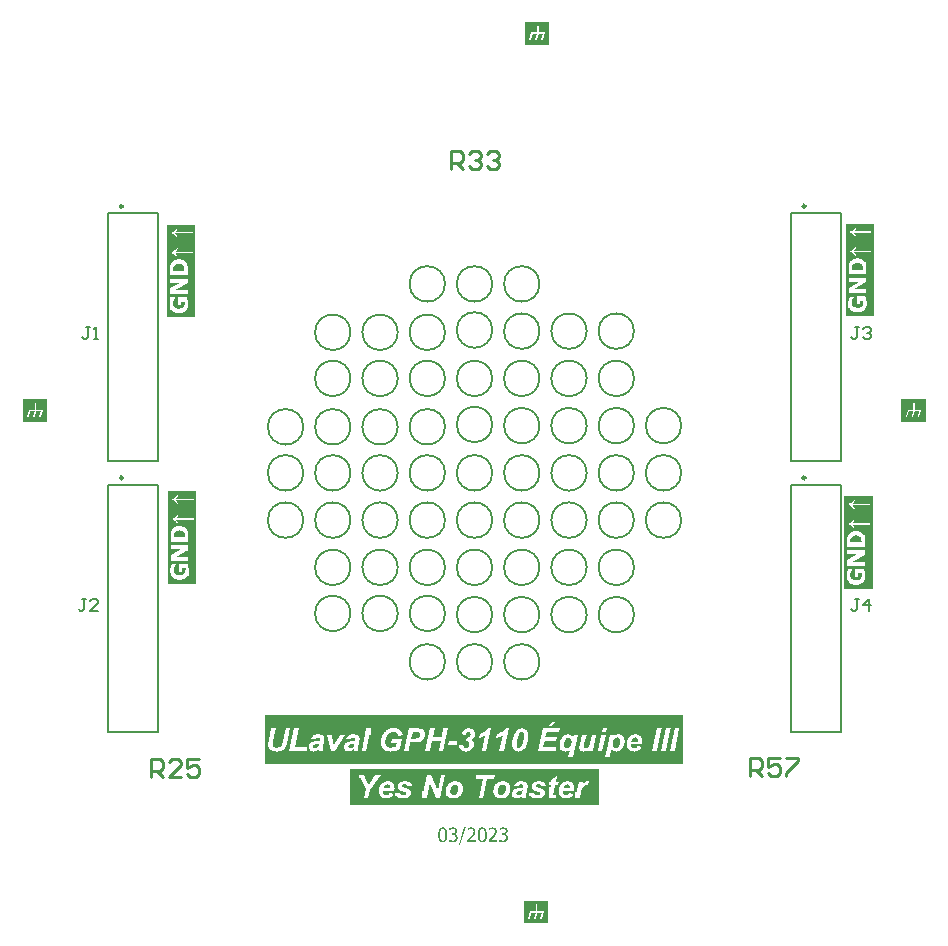
<source format=gto>
G04*
G04 #@! TF.GenerationSoftware,Altium Limited,Altium Designer,23.3.1 (30)*
G04*
G04 Layer_Color=65535*
%FSLAX25Y25*%
%MOIN*%
G70*
G04*
G04 #@! TF.SameCoordinates,4AB93319-1172-440E-AE3B-729AD693B432*
G04*
G04*
G04 #@! TF.FilePolarity,Positive*
G04*
G01*
G75*
%ADD10C,0.00591*%
%ADD11C,0.00984*%
%ADD12C,0.00787*%
%ADD13C,0.00630*%
%ADD14C,0.01000*%
G36*
X-142471Y16929D02*
X-150640D01*
Y24508D01*
X-142471D01*
Y16929D01*
D02*
G37*
G36*
X41535Y-110728D02*
X-41634D01*
Y-98627D01*
X41535D01*
Y-110728D01*
D02*
G37*
G36*
X24951Y142690D02*
X16781D01*
Y150269D01*
X24951D01*
Y142690D01*
D02*
G37*
G36*
X150443Y16929D02*
X142274D01*
Y24508D01*
X150443D01*
Y16929D01*
D02*
G37*
G36*
X9805Y-118183D02*
X9893Y-118191D01*
X9987Y-118205D01*
X10082Y-118220D01*
X10177Y-118242D01*
X10191D01*
X10221Y-118256D01*
X10264Y-118271D01*
X10323Y-118293D01*
X10388Y-118322D01*
X10461Y-118358D01*
X10607Y-118446D01*
X10614Y-118453D01*
X10643Y-118475D01*
X10680Y-118504D01*
X10724Y-118548D01*
X10782Y-118606D01*
X10833Y-118665D01*
X10884Y-118737D01*
X10928Y-118818D01*
X10935Y-118825D01*
X10942Y-118854D01*
X10964Y-118905D01*
X10986Y-118963D01*
X11001Y-119036D01*
X11022Y-119124D01*
X11030Y-119219D01*
X11037Y-119328D01*
Y-119335D01*
Y-119343D01*
Y-119364D01*
X11030Y-119394D01*
X11022Y-119466D01*
X11008Y-119561D01*
X10971Y-119671D01*
X10928Y-119787D01*
X10862Y-119904D01*
X10775Y-120020D01*
X10760Y-120035D01*
X10731Y-120064D01*
X10672Y-120115D01*
X10600Y-120174D01*
X10512Y-120239D01*
X10403Y-120298D01*
X10286Y-120356D01*
X10155Y-120392D01*
Y-120436D01*
X10162D01*
X10184Y-120443D01*
X10213Y-120451D01*
X10250Y-120458D01*
X10301Y-120473D01*
X10352Y-120494D01*
X10476Y-120538D01*
X10483D01*
X10505Y-120553D01*
X10541Y-120567D01*
X10585Y-120589D01*
X10687Y-120655D01*
X10796Y-120742D01*
X10804Y-120749D01*
X10818Y-120764D01*
X10847Y-120800D01*
X10884Y-120837D01*
X10920Y-120888D01*
X10957Y-120954D01*
X11001Y-121019D01*
X11037Y-121099D01*
X11044Y-121107D01*
X11052Y-121136D01*
X11066Y-121180D01*
X11088Y-121245D01*
X11103Y-121318D01*
X11117Y-121413D01*
X11124Y-121515D01*
X11132Y-121624D01*
Y-121639D01*
Y-121675D01*
X11124Y-121741D01*
X11117Y-121821D01*
X11103Y-121909D01*
X11081Y-122011D01*
X11052Y-122113D01*
X11015Y-122215D01*
X11008Y-122229D01*
X10993Y-122258D01*
X10971Y-122310D01*
X10935Y-122375D01*
X10891Y-122448D01*
X10840Y-122528D01*
X10782Y-122608D01*
X10709Y-122689D01*
X10702Y-122696D01*
X10672Y-122725D01*
X10629Y-122761D01*
X10571Y-122813D01*
X10490Y-122864D01*
X10410Y-122922D01*
X10308Y-122973D01*
X10206Y-123017D01*
X10191Y-123024D01*
X10155Y-123031D01*
X10097Y-123053D01*
X10016Y-123068D01*
X9914Y-123090D01*
X9805Y-123111D01*
X9681Y-123119D01*
X9543Y-123126D01*
X9484D01*
X9411Y-123119D01*
X9317Y-123111D01*
X9215Y-123104D01*
X9091Y-123090D01*
X8959Y-123068D01*
X8828Y-123039D01*
X8821D01*
X8814Y-123031D01*
X8770Y-123024D01*
X8704Y-123009D01*
X8624Y-122980D01*
X8529Y-122951D01*
X8434Y-122922D01*
X8340Y-122878D01*
X8245Y-122834D01*
Y-122164D01*
X8289D01*
X8296Y-122171D01*
X8325Y-122193D01*
X8369Y-122222D01*
X8427Y-122258D01*
X8507Y-122302D01*
X8595Y-122346D01*
X8704Y-122397D01*
X8821Y-122448D01*
X8828D01*
X8835Y-122455D01*
X8879Y-122470D01*
X8945Y-122492D01*
X9032Y-122514D01*
X9134Y-122536D01*
X9251Y-122557D01*
X9375Y-122572D01*
X9499Y-122579D01*
X9572D01*
X9623Y-122572D01*
X9681Y-122565D01*
X9747Y-122557D01*
X9893Y-122521D01*
X9900D01*
X9929Y-122506D01*
X9965Y-122492D01*
X10009Y-122470D01*
X10111Y-122404D01*
X10221Y-122317D01*
X10228Y-122310D01*
X10242Y-122295D01*
X10264Y-122266D01*
X10293Y-122229D01*
X10323Y-122178D01*
X10352Y-122127D01*
X10410Y-122011D01*
Y-122003D01*
X10425Y-121982D01*
X10432Y-121938D01*
X10447Y-121887D01*
X10461Y-121828D01*
X10468Y-121756D01*
X10483Y-121668D01*
Y-121573D01*
Y-121559D01*
Y-121529D01*
X10476Y-121486D01*
Y-121428D01*
X10461Y-121355D01*
X10447Y-121289D01*
X10432Y-121216D01*
X10403Y-121151D01*
Y-121143D01*
X10388Y-121121D01*
X10374Y-121092D01*
X10352Y-121056D01*
X10286Y-120968D01*
X10199Y-120888D01*
X10191Y-120881D01*
X10177Y-120873D01*
X10148Y-120859D01*
X10104Y-120837D01*
X10060Y-120815D01*
X10002Y-120793D01*
X9878Y-120757D01*
X9871D01*
X9849Y-120749D01*
X9812Y-120742D01*
X9761Y-120735D01*
X9703Y-120728D01*
X9637Y-120720D01*
X9484Y-120713D01*
X9215D01*
Y-120188D01*
X9492D01*
X9572Y-120174D01*
X9667Y-120159D01*
X9776Y-120137D01*
X9893Y-120101D01*
X10009Y-120050D01*
X10119Y-119984D01*
X10133Y-119977D01*
X10162Y-119948D01*
X10206Y-119897D01*
X10257Y-119831D01*
X10301Y-119751D01*
X10345Y-119649D01*
X10374Y-119532D01*
X10388Y-119394D01*
Y-119386D01*
Y-119364D01*
Y-119328D01*
X10381Y-119284D01*
X10359Y-119182D01*
X10315Y-119080D01*
Y-119073D01*
X10301Y-119058D01*
X10286Y-119036D01*
X10264Y-119007D01*
X10206Y-118942D01*
X10133Y-118876D01*
X10126Y-118869D01*
X10111Y-118861D01*
X10089Y-118847D01*
X10060Y-118825D01*
X9973Y-118789D01*
X9871Y-118759D01*
X9863D01*
X9849Y-118752D01*
X9812Y-118745D01*
X9776Y-118737D01*
X9732D01*
X9674Y-118730D01*
X9557Y-118723D01*
X9492D01*
X9455Y-118730D01*
X9397D01*
X9346Y-118737D01*
X9215Y-118767D01*
X9207D01*
X9185Y-118774D01*
X9156Y-118781D01*
X9112Y-118796D01*
X9061Y-118810D01*
X9003Y-118832D01*
X8879Y-118876D01*
X8872D01*
X8857Y-118891D01*
X8828Y-118898D01*
X8792Y-118920D01*
X8704Y-118963D01*
X8609Y-119015D01*
X8602D01*
X8595Y-119022D01*
X8544Y-119051D01*
X8478Y-119095D01*
X8413Y-119138D01*
X8376D01*
Y-118475D01*
X8383Y-118468D01*
X8413Y-118453D01*
X8456Y-118431D01*
X8522Y-118402D01*
X8602Y-118373D01*
X8697Y-118336D01*
X8806Y-118307D01*
X8930Y-118271D01*
X8937D01*
X8945Y-118264D01*
X8988Y-118256D01*
X9061Y-118242D01*
X9149Y-118220D01*
X9258Y-118205D01*
X9368Y-118191D01*
X9492Y-118183D01*
X9616Y-118176D01*
X9732D01*
X9805Y-118183D01*
D02*
G37*
G36*
X-6947D02*
X-6860Y-118191D01*
X-6765Y-118205D01*
X-6670Y-118220D01*
X-6576Y-118242D01*
X-6561D01*
X-6532Y-118256D01*
X-6488Y-118271D01*
X-6430Y-118293D01*
X-6364Y-118322D01*
X-6291Y-118358D01*
X-6146Y-118446D01*
X-6138Y-118453D01*
X-6109Y-118475D01*
X-6073Y-118504D01*
X-6029Y-118548D01*
X-5971Y-118606D01*
X-5920Y-118665D01*
X-5869Y-118737D01*
X-5825Y-118818D01*
X-5818Y-118825D01*
X-5810Y-118854D01*
X-5788Y-118905D01*
X-5766Y-118963D01*
X-5752Y-119036D01*
X-5730Y-119124D01*
X-5723Y-119219D01*
X-5715Y-119328D01*
Y-119335D01*
Y-119343D01*
Y-119364D01*
X-5723Y-119394D01*
X-5730Y-119466D01*
X-5745Y-119561D01*
X-5781Y-119671D01*
X-5825Y-119787D01*
X-5890Y-119904D01*
X-5978Y-120020D01*
X-5992Y-120035D01*
X-6022Y-120064D01*
X-6080Y-120115D01*
X-6153Y-120174D01*
X-6240Y-120239D01*
X-6350Y-120298D01*
X-6466Y-120356D01*
X-6598Y-120392D01*
Y-120436D01*
X-6590D01*
X-6568Y-120443D01*
X-6539Y-120451D01*
X-6503Y-120458D01*
X-6452Y-120473D01*
X-6401Y-120494D01*
X-6277Y-120538D01*
X-6269D01*
X-6248Y-120553D01*
X-6211Y-120567D01*
X-6167Y-120589D01*
X-6065Y-120655D01*
X-5956Y-120742D01*
X-5949Y-120749D01*
X-5934Y-120764D01*
X-5905Y-120800D01*
X-5869Y-120837D01*
X-5832Y-120888D01*
X-5796Y-120954D01*
X-5752Y-121019D01*
X-5715Y-121099D01*
X-5708Y-121107D01*
X-5701Y-121136D01*
X-5686Y-121180D01*
X-5664Y-121245D01*
X-5650Y-121318D01*
X-5635Y-121413D01*
X-5628Y-121515D01*
X-5621Y-121624D01*
Y-121639D01*
Y-121675D01*
X-5628Y-121741D01*
X-5635Y-121821D01*
X-5650Y-121909D01*
X-5672Y-122011D01*
X-5701Y-122113D01*
X-5737Y-122215D01*
X-5745Y-122229D01*
X-5759Y-122258D01*
X-5781Y-122310D01*
X-5818Y-122375D01*
X-5861Y-122448D01*
X-5912Y-122528D01*
X-5971Y-122608D01*
X-6043Y-122689D01*
X-6051Y-122696D01*
X-6080Y-122725D01*
X-6124Y-122761D01*
X-6182Y-122813D01*
X-6262Y-122864D01*
X-6342Y-122922D01*
X-6444Y-122973D01*
X-6547Y-123017D01*
X-6561Y-123024D01*
X-6598Y-123031D01*
X-6656Y-123053D01*
X-6736Y-123068D01*
X-6838Y-123090D01*
X-6947Y-123111D01*
X-7071Y-123119D01*
X-7210Y-123126D01*
X-7268D01*
X-7341Y-123119D01*
X-7436Y-123111D01*
X-7538Y-123104D01*
X-7662Y-123090D01*
X-7793Y-123068D01*
X-7924Y-123039D01*
X-7932D01*
X-7939Y-123031D01*
X-7983Y-123024D01*
X-8048Y-123009D01*
X-8128Y-122980D01*
X-8223Y-122951D01*
X-8318Y-122922D01*
X-8413Y-122878D01*
X-8507Y-122834D01*
Y-122164D01*
X-8464D01*
X-8456Y-122171D01*
X-8427Y-122193D01*
X-8383Y-122222D01*
X-8325Y-122258D01*
X-8245Y-122302D01*
X-8157Y-122346D01*
X-8048Y-122397D01*
X-7932Y-122448D01*
X-7924D01*
X-7917Y-122455D01*
X-7873Y-122470D01*
X-7808Y-122492D01*
X-7720Y-122514D01*
X-7618Y-122536D01*
X-7501Y-122557D01*
X-7378Y-122572D01*
X-7254Y-122579D01*
X-7181D01*
X-7130Y-122572D01*
X-7071Y-122565D01*
X-7006Y-122557D01*
X-6860Y-122521D01*
X-6853D01*
X-6824Y-122506D01*
X-6787Y-122492D01*
X-6743Y-122470D01*
X-6641Y-122404D01*
X-6532Y-122317D01*
X-6525Y-122310D01*
X-6510Y-122295D01*
X-6488Y-122266D01*
X-6459Y-122229D01*
X-6430Y-122178D01*
X-6401Y-122127D01*
X-6342Y-122011D01*
Y-122003D01*
X-6328Y-121982D01*
X-6320Y-121938D01*
X-6306Y-121887D01*
X-6291Y-121828D01*
X-6284Y-121756D01*
X-6269Y-121668D01*
Y-121573D01*
Y-121559D01*
Y-121529D01*
X-6277Y-121486D01*
Y-121428D01*
X-6291Y-121355D01*
X-6306Y-121289D01*
X-6320Y-121216D01*
X-6350Y-121151D01*
Y-121143D01*
X-6364Y-121121D01*
X-6379Y-121092D01*
X-6401Y-121056D01*
X-6466Y-120968D01*
X-6554Y-120888D01*
X-6561Y-120881D01*
X-6576Y-120873D01*
X-6605Y-120859D01*
X-6649Y-120837D01*
X-6692Y-120815D01*
X-6751Y-120793D01*
X-6875Y-120757D01*
X-6882D01*
X-6904Y-120749D01*
X-6940Y-120742D01*
X-6991Y-120735D01*
X-7050Y-120728D01*
X-7115Y-120720D01*
X-7268Y-120713D01*
X-7538D01*
Y-120188D01*
X-7261D01*
X-7181Y-120174D01*
X-7086Y-120159D01*
X-6977Y-120137D01*
X-6860Y-120101D01*
X-6743Y-120050D01*
X-6634Y-119984D01*
X-6619Y-119977D01*
X-6590Y-119948D01*
X-6547Y-119897D01*
X-6495Y-119831D01*
X-6452Y-119751D01*
X-6408Y-119649D01*
X-6379Y-119532D01*
X-6364Y-119394D01*
Y-119386D01*
Y-119364D01*
Y-119328D01*
X-6372Y-119284D01*
X-6393Y-119182D01*
X-6437Y-119080D01*
Y-119073D01*
X-6452Y-119058D01*
X-6466Y-119036D01*
X-6488Y-119007D01*
X-6547Y-118942D01*
X-6619Y-118876D01*
X-6627Y-118869D01*
X-6641Y-118861D01*
X-6663Y-118847D01*
X-6692Y-118825D01*
X-6780Y-118789D01*
X-6882Y-118759D01*
X-6889D01*
X-6904Y-118752D01*
X-6940Y-118745D01*
X-6977Y-118737D01*
X-7020D01*
X-7079Y-118730D01*
X-7195Y-118723D01*
X-7261D01*
X-7297Y-118730D01*
X-7356D01*
X-7407Y-118737D01*
X-7538Y-118767D01*
X-7545D01*
X-7567Y-118774D01*
X-7596Y-118781D01*
X-7640Y-118796D01*
X-7691Y-118810D01*
X-7749Y-118832D01*
X-7873Y-118876D01*
X-7880D01*
X-7895Y-118891D01*
X-7924Y-118898D01*
X-7961Y-118920D01*
X-8048Y-118963D01*
X-8143Y-119015D01*
X-8150D01*
X-8157Y-119022D01*
X-8209Y-119051D01*
X-8274Y-119095D01*
X-8340Y-119138D01*
X-8376D01*
Y-118475D01*
X-8369Y-118468D01*
X-8340Y-118453D01*
X-8296Y-118431D01*
X-8230Y-118402D01*
X-8150Y-118373D01*
X-8055Y-118336D01*
X-7946Y-118307D01*
X-7822Y-118271D01*
X-7815D01*
X-7808Y-118264D01*
X-7764Y-118256D01*
X-7691Y-118242D01*
X-7604Y-118220D01*
X-7494Y-118205D01*
X-7385Y-118191D01*
X-7261Y-118183D01*
X-7137Y-118176D01*
X-7020D01*
X-6947Y-118183D01*
D02*
G37*
G36*
X6145D02*
X6204D01*
X6269Y-118198D01*
X6415Y-118220D01*
X6583Y-118264D01*
X6758Y-118329D01*
X6845Y-118366D01*
X6926Y-118417D01*
X7006Y-118468D01*
X7079Y-118533D01*
X7086Y-118541D01*
X7093Y-118548D01*
X7115Y-118570D01*
X7137Y-118599D01*
X7166Y-118635D01*
X7195Y-118679D01*
X7232Y-118723D01*
X7268Y-118781D01*
X7341Y-118920D01*
X7399Y-119080D01*
X7443Y-119277D01*
X7450Y-119379D01*
X7458Y-119488D01*
Y-119503D01*
Y-119532D01*
Y-119590D01*
X7450Y-119656D01*
X7443Y-119736D01*
X7429Y-119824D01*
X7392Y-120006D01*
Y-120013D01*
X7378Y-120042D01*
X7363Y-120093D01*
X7348Y-120144D01*
X7319Y-120210D01*
X7290Y-120283D01*
X7210Y-120436D01*
X7203Y-120443D01*
X7188Y-120473D01*
X7166Y-120516D01*
X7130Y-120567D01*
X7086Y-120633D01*
X7042Y-120698D01*
X6926Y-120852D01*
X6918Y-120859D01*
X6896Y-120888D01*
X6860Y-120924D01*
X6816Y-120975D01*
X6765Y-121041D01*
X6707Y-121107D01*
X6576Y-121253D01*
X6561Y-121267D01*
X6525Y-121311D01*
X6459Y-121369D01*
X6379Y-121457D01*
X6284Y-121559D01*
X6167Y-121675D01*
X6043Y-121799D01*
X5905Y-121931D01*
X5898Y-121938D01*
X5890Y-121945D01*
X5847Y-121989D01*
X5774Y-122054D01*
X5694Y-122127D01*
X5599Y-122215D01*
X5497Y-122310D01*
X5402Y-122397D01*
X5314Y-122477D01*
X7655D01*
Y-123024D01*
X4724D01*
Y-122361D01*
X4731Y-122353D01*
X4738Y-122346D01*
X4775Y-122310D01*
X4840Y-122251D01*
X4913Y-122178D01*
X5008Y-122091D01*
X5103Y-121989D01*
X5314Y-121785D01*
X5329Y-121770D01*
X5365Y-121734D01*
X5416Y-121683D01*
X5489Y-121610D01*
X5577Y-121522D01*
X5672Y-121428D01*
X5766Y-121325D01*
X5868Y-121216D01*
X5876Y-121209D01*
X5890Y-121187D01*
X5919Y-121158D01*
X5956Y-121114D01*
X6000Y-121063D01*
X6051Y-121005D01*
X6160Y-120873D01*
X6284Y-120720D01*
X6408Y-120560D01*
X6517Y-120407D01*
X6561Y-120334D01*
X6605Y-120261D01*
Y-120254D01*
X6612Y-120247D01*
X6627Y-120225D01*
X6634Y-120195D01*
X6670Y-120123D01*
X6707Y-120028D01*
X6743Y-119918D01*
X6780Y-119794D01*
X6802Y-119656D01*
X6809Y-119518D01*
Y-119510D01*
Y-119481D01*
Y-119445D01*
X6802Y-119401D01*
X6780Y-119284D01*
X6743Y-119168D01*
Y-119160D01*
X6729Y-119138D01*
X6714Y-119116D01*
X6700Y-119080D01*
X6648Y-119000D01*
X6576Y-118920D01*
X6568Y-118912D01*
X6554Y-118905D01*
X6532Y-118883D01*
X6503Y-118869D01*
X6415Y-118818D01*
X6313Y-118774D01*
X6306D01*
X6291Y-118767D01*
X6255Y-118759D01*
X6218Y-118745D01*
X6175Y-118737D01*
X6116Y-118730D01*
X5992Y-118723D01*
X5927D01*
X5890Y-118730D01*
X5832D01*
X5781Y-118737D01*
X5650Y-118767D01*
X5642D01*
X5621Y-118774D01*
X5584Y-118781D01*
X5540Y-118796D01*
X5489Y-118810D01*
X5438Y-118832D01*
X5314Y-118876D01*
X5307D01*
X5293Y-118883D01*
X5263Y-118898D01*
X5234Y-118912D01*
X5154Y-118956D01*
X5059Y-119015D01*
X5052D01*
X5037Y-119029D01*
X5015Y-119044D01*
X4986Y-119058D01*
X4921Y-119095D01*
X4855Y-119138D01*
X4826D01*
Y-118468D01*
X4833Y-118460D01*
X4862Y-118453D01*
X4906Y-118431D01*
X4972Y-118402D01*
X5045Y-118373D01*
X5139Y-118344D01*
X5249Y-118307D01*
X5373Y-118271D01*
X5380D01*
X5387Y-118264D01*
X5431Y-118256D01*
X5497Y-118242D01*
X5584Y-118220D01*
X5686Y-118205D01*
X5803Y-118191D01*
X5919Y-118183D01*
X6036Y-118176D01*
X6102D01*
X6145Y-118183D01*
D02*
G37*
G36*
X-984D02*
X-926D01*
X-860Y-118198D01*
X-714Y-118220D01*
X-547Y-118264D01*
X-372Y-118329D01*
X-284Y-118366D01*
X-204Y-118417D01*
X-124Y-118468D01*
X-51Y-118533D01*
X-44Y-118541D01*
X-37Y-118548D01*
X-15Y-118570D01*
X7Y-118599D01*
X36Y-118635D01*
X66Y-118679D01*
X102Y-118723D01*
X138Y-118781D01*
X211Y-118920D01*
X270Y-119080D01*
X313Y-119277D01*
X321Y-119379D01*
X328Y-119488D01*
Y-119503D01*
Y-119532D01*
Y-119590D01*
X321Y-119656D01*
X313Y-119736D01*
X299Y-119824D01*
X262Y-120006D01*
Y-120013D01*
X248Y-120042D01*
X233Y-120093D01*
X219Y-120144D01*
X189Y-120210D01*
X160Y-120283D01*
X80Y-120436D01*
X73Y-120443D01*
X58Y-120473D01*
X36Y-120516D01*
X-0Y-120567D01*
X-44Y-120633D01*
X-88Y-120698D01*
X-204Y-120852D01*
X-211Y-120859D01*
X-233Y-120888D01*
X-270Y-120924D01*
X-313Y-120975D01*
X-365Y-121041D01*
X-423Y-121107D01*
X-554Y-121253D01*
X-569Y-121267D01*
X-605Y-121311D01*
X-671Y-121369D01*
X-751Y-121457D01*
X-846Y-121559D01*
X-962Y-121675D01*
X-1086Y-121799D01*
X-1225Y-121931D01*
X-1232Y-121938D01*
X-1239Y-121945D01*
X-1283Y-121989D01*
X-1356Y-122054D01*
X-1436Y-122127D01*
X-1531Y-122215D01*
X-1633Y-122310D01*
X-1728Y-122397D01*
X-1815Y-122477D01*
X525D01*
Y-123024D01*
X-2406D01*
Y-122361D01*
X-2398Y-122353D01*
X-2391Y-122346D01*
X-2355Y-122310D01*
X-2289Y-122251D01*
X-2216Y-122178D01*
X-2121Y-122091D01*
X-2027Y-121989D01*
X-1815Y-121785D01*
X-1801Y-121770D01*
X-1764Y-121734D01*
X-1713Y-121683D01*
X-1640Y-121610D01*
X-1553Y-121522D01*
X-1458Y-121428D01*
X-1363Y-121325D01*
X-1261Y-121216D01*
X-1254Y-121209D01*
X-1239Y-121187D01*
X-1210Y-121158D01*
X-1174Y-121114D01*
X-1130Y-121063D01*
X-1079Y-121005D01*
X-970Y-120873D01*
X-846Y-120720D01*
X-722Y-120560D01*
X-612Y-120407D01*
X-569Y-120334D01*
X-525Y-120261D01*
Y-120254D01*
X-518Y-120247D01*
X-503Y-120225D01*
X-496Y-120195D01*
X-459Y-120123D01*
X-423Y-120028D01*
X-386Y-119918D01*
X-350Y-119794D01*
X-328Y-119656D01*
X-321Y-119518D01*
Y-119510D01*
Y-119481D01*
Y-119445D01*
X-328Y-119401D01*
X-350Y-119284D01*
X-386Y-119168D01*
Y-119160D01*
X-401Y-119138D01*
X-416Y-119116D01*
X-430Y-119080D01*
X-481Y-119000D01*
X-554Y-118920D01*
X-561Y-118912D01*
X-576Y-118905D01*
X-598Y-118883D01*
X-627Y-118869D01*
X-714Y-118818D01*
X-817Y-118774D01*
X-824D01*
X-838Y-118767D01*
X-875Y-118759D01*
X-911Y-118745D01*
X-955Y-118737D01*
X-1013Y-118730D01*
X-1137Y-118723D01*
X-1203D01*
X-1239Y-118730D01*
X-1298D01*
X-1349Y-118737D01*
X-1480Y-118767D01*
X-1487D01*
X-1509Y-118774D01*
X-1546Y-118781D01*
X-1589Y-118796D01*
X-1640Y-118810D01*
X-1691Y-118832D01*
X-1815Y-118876D01*
X-1822D01*
X-1837Y-118883D01*
X-1866Y-118898D01*
X-1895Y-118912D01*
X-1976Y-118956D01*
X-2070Y-119015D01*
X-2078D01*
X-2092Y-119029D01*
X-2114Y-119044D01*
X-2143Y-119058D01*
X-2209Y-119095D01*
X-2275Y-119138D01*
X-2304D01*
Y-118468D01*
X-2296Y-118460D01*
X-2267Y-118453D01*
X-2224Y-118431D01*
X-2158Y-118402D01*
X-2085Y-118373D01*
X-1990Y-118344D01*
X-1881Y-118307D01*
X-1757Y-118271D01*
X-1750D01*
X-1742Y-118264D01*
X-1699Y-118256D01*
X-1633Y-118242D01*
X-1546Y-118220D01*
X-1443Y-118205D01*
X-1327Y-118191D01*
X-1210Y-118183D01*
X-1094Y-118176D01*
X-1028D01*
X-984Y-118183D01*
D02*
G37*
G36*
X2661D02*
X2719D01*
X2778Y-118198D01*
X2858Y-118205D01*
X2938Y-118227D01*
X3025Y-118256D01*
X3113Y-118286D01*
X3208Y-118329D01*
X3302Y-118380D01*
X3397Y-118439D01*
X3492Y-118511D01*
X3579Y-118592D01*
X3660Y-118686D01*
X3732Y-118796D01*
X3740Y-118803D01*
X3747Y-118825D01*
X3769Y-118861D01*
X3791Y-118912D01*
X3820Y-118978D01*
X3849Y-119058D01*
X3886Y-119153D01*
X3922Y-119262D01*
X3951Y-119386D01*
X3988Y-119525D01*
X4017Y-119671D01*
X4046Y-119838D01*
X4068Y-120020D01*
X4090Y-120217D01*
X4097Y-120429D01*
X4104Y-120655D01*
Y-120669D01*
Y-120713D01*
Y-120779D01*
X4097Y-120866D01*
X4090Y-120968D01*
X4082Y-121092D01*
X4075Y-121223D01*
X4061Y-121369D01*
X4017Y-121675D01*
X3951Y-121982D01*
X3907Y-122135D01*
X3856Y-122273D01*
X3798Y-122412D01*
X3732Y-122528D01*
X3725Y-122536D01*
X3718Y-122550D01*
X3696Y-122587D01*
X3660Y-122623D01*
X3623Y-122667D01*
X3572Y-122718D01*
X3514Y-122769D01*
X3448Y-122827D01*
X3375Y-122886D01*
X3288Y-122936D01*
X3193Y-122987D01*
X3091Y-123031D01*
X2982Y-123068D01*
X2858Y-123097D01*
X2726Y-123119D01*
X2588Y-123126D01*
X2551D01*
X2515Y-123119D01*
X2457D01*
X2391Y-123104D01*
X2318Y-123097D01*
X2238Y-123075D01*
X2151Y-123053D01*
X2056Y-123017D01*
X1961Y-122980D01*
X1866Y-122929D01*
X1771Y-122871D01*
X1677Y-122798D01*
X1589Y-122718D01*
X1509Y-122630D01*
X1436Y-122521D01*
X1429Y-122514D01*
X1421Y-122492D01*
X1400Y-122455D01*
X1378Y-122404D01*
X1349Y-122339D01*
X1319Y-122258D01*
X1290Y-122164D01*
X1254Y-122054D01*
X1217Y-121938D01*
X1188Y-121799D01*
X1159Y-121646D01*
X1130Y-121478D01*
X1108Y-121289D01*
X1086Y-121092D01*
X1079Y-120881D01*
X1072Y-120655D01*
Y-120647D01*
Y-120640D01*
Y-120596D01*
Y-120531D01*
X1079Y-120443D01*
X1086Y-120341D01*
X1094Y-120217D01*
X1101Y-120086D01*
X1115Y-119940D01*
X1159Y-119634D01*
X1225Y-119321D01*
X1268Y-119168D01*
X1319Y-119029D01*
X1371Y-118891D01*
X1436Y-118774D01*
X1443Y-118767D01*
X1451Y-118745D01*
X1473Y-118716D01*
X1509Y-118679D01*
X1545Y-118635D01*
X1596Y-118584D01*
X1655Y-118533D01*
X1720Y-118475D01*
X1793Y-118417D01*
X1881Y-118366D01*
X1976Y-118315D01*
X2078Y-118271D01*
X2194Y-118234D01*
X2318Y-118198D01*
X2449Y-118183D01*
X2588Y-118176D01*
X2624D01*
X2661Y-118183D01*
D02*
G37*
G36*
X-10527D02*
X-10469D01*
X-10410Y-118198D01*
X-10330Y-118205D01*
X-10250Y-118227D01*
X-10162Y-118256D01*
X-10075Y-118286D01*
X-9980Y-118329D01*
X-9885Y-118380D01*
X-9791Y-118439D01*
X-9696Y-118511D01*
X-9608Y-118592D01*
X-9528Y-118686D01*
X-9455Y-118796D01*
X-9448Y-118803D01*
X-9441Y-118825D01*
X-9419Y-118861D01*
X-9397Y-118912D01*
X-9368Y-118978D01*
X-9339Y-119058D01*
X-9302Y-119153D01*
X-9266Y-119262D01*
X-9236Y-119386D01*
X-9200Y-119525D01*
X-9171Y-119671D01*
X-9142Y-119838D01*
X-9120Y-120020D01*
X-9098Y-120217D01*
X-9091Y-120429D01*
X-9083Y-120655D01*
Y-120669D01*
Y-120713D01*
Y-120779D01*
X-9091Y-120866D01*
X-9098Y-120968D01*
X-9105Y-121092D01*
X-9112Y-121223D01*
X-9127Y-121369D01*
X-9171Y-121675D01*
X-9236Y-121982D01*
X-9280Y-122135D01*
X-9331Y-122273D01*
X-9390Y-122412D01*
X-9455Y-122528D01*
X-9462Y-122536D01*
X-9470Y-122550D01*
X-9492Y-122587D01*
X-9528Y-122623D01*
X-9565Y-122667D01*
X-9616Y-122718D01*
X-9674Y-122769D01*
X-9740Y-122827D01*
X-9812Y-122886D01*
X-9900Y-122936D01*
X-9995Y-122987D01*
X-10097Y-123031D01*
X-10206Y-123068D01*
X-10330Y-123097D01*
X-10461Y-123119D01*
X-10600Y-123126D01*
X-10636D01*
X-10673Y-123119D01*
X-10731D01*
X-10796Y-123104D01*
X-10869Y-123097D01*
X-10950Y-123075D01*
X-11037Y-123053D01*
X-11132Y-123017D01*
X-11227Y-122980D01*
X-11321Y-122929D01*
X-11416Y-122871D01*
X-11511Y-122798D01*
X-11598Y-122718D01*
X-11679Y-122630D01*
X-11751Y-122521D01*
X-11759Y-122514D01*
X-11766Y-122492D01*
X-11788Y-122455D01*
X-11810Y-122404D01*
X-11839Y-122339D01*
X-11868Y-122258D01*
X-11897Y-122164D01*
X-11934Y-122054D01*
X-11970Y-121938D01*
X-11999Y-121799D01*
X-12028Y-121646D01*
X-12058Y-121478D01*
X-12080Y-121289D01*
X-12101Y-121092D01*
X-12109Y-120881D01*
X-12116Y-120655D01*
Y-120647D01*
Y-120640D01*
Y-120596D01*
Y-120531D01*
X-12109Y-120443D01*
X-12101Y-120341D01*
X-12094Y-120217D01*
X-12087Y-120086D01*
X-12072Y-119940D01*
X-12028Y-119634D01*
X-11963Y-119321D01*
X-11919Y-119168D01*
X-11868Y-119029D01*
X-11817Y-118891D01*
X-11751Y-118774D01*
X-11744Y-118767D01*
X-11737Y-118745D01*
X-11715Y-118716D01*
X-11679Y-118679D01*
X-11642Y-118635D01*
X-11591Y-118584D01*
X-11533Y-118533D01*
X-11467Y-118475D01*
X-11394Y-118417D01*
X-11307Y-118366D01*
X-11212Y-118315D01*
X-11110Y-118271D01*
X-10993Y-118234D01*
X-10869Y-118198D01*
X-10738Y-118183D01*
X-10600Y-118176D01*
X-10563D01*
X-10527Y-118183D01*
D02*
G37*
G36*
X-4790Y-124059D02*
X-5322D01*
X-3470Y-118067D01*
X-2923D01*
X-4790Y-124059D01*
D02*
G37*
G36*
X133169Y82973D02*
Y52264D01*
X123721D01*
Y82973D01*
X133169D01*
D02*
G37*
G36*
X132677Y-7874D02*
Y-38583D01*
X123228D01*
Y-7874D01*
X132677D01*
D02*
G37*
G36*
X-93012Y51968D02*
X-102461D01*
Y82677D01*
X-93012D01*
Y51968D01*
D02*
G37*
G36*
X-92815Y-36909D02*
X-102264D01*
Y-6201D01*
X-92815D01*
Y-36909D01*
D02*
G37*
G36*
X24557Y-150197D02*
X16388D01*
Y-142618D01*
X24557D01*
Y-150197D01*
D02*
G37*
G36*
X69390Y-80761D02*
Y-97047D01*
X-69882D01*
Y-80761D01*
X69390D01*
D02*
G37*
%LPC*%
G36*
X-146067Y23352D02*
X-146613D01*
Y21055D01*
X-148487D01*
X-149143Y18518D01*
X-148596D01*
X-148064Y20516D01*
X-146621D01*
X-147160Y18518D01*
X-146606D01*
X-146074Y20516D01*
X-144638D01*
X-145170Y18518D01*
X-144623D01*
X-143967Y21055D01*
X-146067D01*
Y23352D01*
D02*
G37*
G36*
X37643Y-102781D02*
X33610D01*
Y-108388D01*
D01*
Y-102781D01*
X37588D01*
X37424Y-102792D01*
X37260Y-102836D01*
X37096Y-102891D01*
X36954Y-102967D01*
X36801Y-103055D01*
X36670Y-103153D01*
X36419Y-103372D01*
X36309Y-103481D01*
X36211Y-103590D01*
X36124Y-103689D01*
X36047Y-103776D01*
X35993Y-103852D01*
X35949Y-103907D01*
X35927Y-103951D01*
X35916Y-103962D01*
X36135Y-102902D01*
X34757D01*
X33610Y-108388D01*
X38277D01*
X35074D01*
X35435Y-106673D01*
X35479Y-106487D01*
X35511Y-106301D01*
X35555Y-106137D01*
X35599Y-105995D01*
X35632Y-105853D01*
X35665Y-105722D01*
X35708Y-105612D01*
X35741Y-105514D01*
X35763Y-105426D01*
X35796Y-105350D01*
X35818Y-105284D01*
X35839Y-105230D01*
X35850Y-105197D01*
X35861Y-105164D01*
X35872Y-105142D01*
X35960Y-104967D01*
X36058Y-104814D01*
X36167Y-104683D01*
X36266Y-104574D01*
X36353Y-104497D01*
X36419Y-104432D01*
X36463Y-104388D01*
X36484Y-104377D01*
X36637Y-104279D01*
X36779Y-104202D01*
X36911Y-104159D01*
X37031Y-104115D01*
X37129Y-104093D01*
X37206Y-104082D01*
X37271D01*
X37435Y-104093D01*
X37577Y-104115D01*
X37632Y-104137D01*
X37676Y-104148D01*
X37697Y-104159D01*
X37709D01*
X38277Y-102945D01*
X38146Y-102891D01*
X38015Y-102847D01*
X37894Y-102825D01*
X37796Y-102803D01*
X37709Y-102792D01*
X37643Y-102781D01*
D02*
G37*
G36*
X-31293Y-100825D02*
X-33107D01*
X-34167Y-102355D01*
X-34889Y-103361D01*
X-35063Y-103623D01*
X-35140Y-103743D01*
X-35206Y-103852D01*
X-35249Y-103940D01*
X-35293Y-104006D01*
X-35315Y-104049D01*
X-35326Y-104060D01*
X-35380Y-103918D01*
X-35446Y-103743D01*
X-35522Y-103557D01*
X-35599Y-103383D01*
X-35665Y-103219D01*
X-35697Y-103142D01*
X-35719Y-103077D01*
X-35741Y-103033D01*
X-35763Y-102989D01*
X-35774Y-102967D01*
Y-102956D01*
X-36714Y-100825D01*
X-38375D01*
Y-108388D01*
D01*
Y-100825D01*
X-36288Y-105437D01*
X-36900Y-108388D01*
X-38375D01*
X-35359D01*
X-34768Y-105590D01*
X-31293Y-100825D01*
D02*
G37*
G36*
X23827Y-102781D02*
X18220D01*
Y-108531D01*
D01*
Y-106869D01*
D01*
D01*
Y-102781D01*
X21532D01*
X21292Y-102792D01*
X21062Y-102814D01*
X20854Y-102847D01*
X20658Y-102880D01*
X20472Y-102934D01*
X20308Y-102989D01*
X20166Y-103055D01*
X20024Y-103109D01*
X19904Y-103175D01*
X19805Y-103241D01*
X19718Y-103295D01*
X19652Y-103339D01*
X19598Y-103383D01*
X19554Y-103415D01*
X19532Y-103437D01*
X19521Y-103448D01*
X19433Y-103536D01*
X19368Y-103634D01*
X19248Y-103820D01*
X19160Y-104006D01*
X19106Y-104180D01*
X19062Y-104333D01*
X19051Y-104454D01*
X19040Y-104497D01*
Y-104530D01*
Y-104552D01*
Y-104563D01*
X19051Y-104683D01*
X19062Y-104792D01*
X19117Y-105000D01*
X19193Y-105186D01*
X19291Y-105339D01*
X19379Y-105459D01*
X19455Y-105547D01*
X19510Y-105601D01*
X19532Y-105623D01*
X19608Y-105667D01*
X19696Y-105722D01*
X19805Y-105776D01*
X19936Y-105842D01*
X20210Y-105951D01*
X20494Y-106071D01*
X20767Y-106170D01*
X20887Y-106213D01*
X20986Y-106246D01*
X21073Y-106279D01*
X21149Y-106301D01*
X21193Y-106323D01*
X21204D01*
X21379Y-106377D01*
X21510Y-106432D01*
X21620Y-106487D01*
X21707Y-106530D01*
X21762Y-106563D01*
X21805Y-106585D01*
X21816Y-106596D01*
X21827Y-106607D01*
X21893Y-106694D01*
X21926Y-106782D01*
X21937Y-106847D01*
Y-106858D01*
Y-106869D01*
X21926Y-106957D01*
X21904Y-107022D01*
X21827Y-107142D01*
X21783Y-107186D01*
X21751Y-107219D01*
X21729Y-107241D01*
X21718Y-107252D01*
X21598Y-107328D01*
X21466Y-107383D01*
X21324Y-107416D01*
X21193Y-107438D01*
X21073Y-107459D01*
X20986Y-107470D01*
X20898D01*
X20723Y-107459D01*
X20570Y-107438D01*
X20439Y-107416D01*
X20330Y-107372D01*
X20242Y-107339D01*
X20177Y-107317D01*
X20133Y-107296D01*
X20122Y-107284D01*
X20024Y-107208D01*
X19925Y-107110D01*
X19849Y-107000D01*
X19783Y-106891D01*
X19729Y-106793D01*
X19685Y-106716D01*
X19663Y-106661D01*
X19652Y-106640D01*
X18220Y-106869D01*
D01*
X18319Y-107153D01*
X18450Y-107394D01*
X18603Y-107612D01*
X18745Y-107787D01*
X18876Y-107919D01*
X18985Y-108028D01*
X19029Y-108061D01*
X19062Y-108082D01*
X19084Y-108104D01*
X19095D01*
X19226Y-108181D01*
X19357Y-108246D01*
X19652Y-108356D01*
X19958Y-108421D01*
X20253Y-108476D01*
X20395Y-108498D01*
X20516Y-108509D01*
X20636Y-108520D01*
X20734D01*
X20822Y-108531D01*
X20931D01*
X21149Y-108520D01*
X21357Y-108509D01*
X21543Y-108476D01*
X21718Y-108443D01*
X21893Y-108399D01*
X22035Y-108356D01*
X22177Y-108301D01*
X22297Y-108246D01*
X22407Y-108192D01*
X22505Y-108137D01*
X22592Y-108093D01*
X22658Y-108050D01*
X22713Y-108017D01*
X22745Y-107984D01*
X22767Y-107973D01*
X22778Y-107962D01*
X22898Y-107853D01*
X22997Y-107733D01*
X23084Y-107623D01*
X23161Y-107503D01*
X23226Y-107394D01*
X23281Y-107274D01*
X23357Y-107066D01*
X23412Y-106880D01*
X23423Y-106804D01*
X23434Y-106738D01*
X23445Y-106683D01*
Y-106640D01*
Y-106618D01*
Y-106607D01*
X23434Y-106498D01*
X23423Y-106388D01*
X23368Y-106192D01*
X23281Y-106017D01*
X23182Y-105864D01*
X23084Y-105743D01*
X23008Y-105645D01*
X22942Y-105590D01*
X22931Y-105569D01*
X22920D01*
X22844Y-105514D01*
X22756Y-105459D01*
X22647Y-105405D01*
X22538Y-105350D01*
X22297Y-105241D01*
X22057Y-105153D01*
X21827Y-105077D01*
X21729Y-105044D01*
X21641Y-105011D01*
X21565Y-104989D01*
X21510Y-104967D01*
X21477Y-104956D01*
X21466D01*
X21335Y-104924D01*
X21226Y-104880D01*
X21128Y-104847D01*
X21040Y-104825D01*
X20953Y-104792D01*
X20887Y-104771D01*
X20778Y-104727D01*
X20701Y-104705D01*
X20658Y-104683D01*
X20636Y-104661D01*
X20625D01*
X20559Y-104607D01*
X20516Y-104552D01*
X20472Y-104497D01*
X20450Y-104443D01*
X20439Y-104399D01*
X20428Y-104355D01*
Y-104333D01*
Y-104323D01*
X20439Y-104246D01*
X20461Y-104180D01*
X20527Y-104071D01*
X20559Y-104027D01*
X20592Y-103995D01*
X20614Y-103984D01*
X20625Y-103973D01*
X20712Y-103918D01*
X20822Y-103874D01*
X20931Y-103852D01*
X21040Y-103831D01*
X21139Y-103820D01*
X21226Y-103809D01*
X21303D01*
X21477Y-103820D01*
X21630Y-103842D01*
X21762Y-103874D01*
X21882Y-103907D01*
X21969Y-103951D01*
X22046Y-103984D01*
X22090Y-104006D01*
X22100Y-104016D01*
X22188Y-104071D01*
X22264Y-104148D01*
X22330Y-104213D01*
X22374Y-104290D01*
X22417Y-104355D01*
X22439Y-104410D01*
X22461Y-104443D01*
Y-104454D01*
X23827Y-104224D01*
D01*
X23751Y-103984D01*
X23652Y-103776D01*
X23543Y-103601D01*
X23423Y-103448D01*
X23314Y-103328D01*
X23215Y-103241D01*
X23150Y-103197D01*
X23139Y-103175D01*
X23128D01*
X23019Y-103109D01*
X22909Y-103044D01*
X22658Y-102945D01*
X22385Y-102880D01*
X22133Y-102825D01*
X21893Y-102803D01*
X21794Y-102792D01*
X21707D01*
X21630Y-102781D01*
X23827D01*
D02*
G37*
G36*
X-20822Y-102781D02*
X-26429D01*
Y-108531D01*
D01*
Y-106869D01*
D01*
D01*
Y-102781D01*
X-23117D01*
X-23357Y-102792D01*
X-23587Y-102814D01*
X-23795Y-102847D01*
X-23991Y-102880D01*
X-24177Y-102934D01*
X-24341Y-102989D01*
X-24483Y-103055D01*
X-24625Y-103109D01*
X-24746Y-103175D01*
X-24844Y-103241D01*
X-24931Y-103295D01*
X-24997Y-103339D01*
X-25052Y-103383D01*
X-25095Y-103415D01*
X-25117Y-103437D01*
X-25128Y-103448D01*
X-25216Y-103536D01*
X-25281Y-103634D01*
X-25401Y-103820D01*
X-25489Y-104006D01*
X-25543Y-104180D01*
X-25587Y-104333D01*
X-25598Y-104454D01*
X-25609Y-104497D01*
Y-104530D01*
Y-104552D01*
Y-104563D01*
X-25598Y-104683D01*
X-25587Y-104792D01*
X-25532Y-105000D01*
X-25456Y-105186D01*
X-25358Y-105339D01*
X-25270Y-105459D01*
X-25194Y-105547D01*
X-25139Y-105601D01*
X-25117Y-105623D01*
X-25041Y-105667D01*
X-24953Y-105722D01*
X-24844Y-105776D01*
X-24713Y-105842D01*
X-24440Y-105951D01*
X-24155Y-106071D01*
X-23882Y-106170D01*
X-23762Y-106213D01*
X-23663Y-106246D01*
X-23576Y-106279D01*
X-23499Y-106301D01*
X-23456Y-106323D01*
X-23445D01*
X-23270Y-106377D01*
X-23139Y-106432D01*
X-23030Y-106487D01*
X-22942Y-106530D01*
X-22887Y-106563D01*
X-22844Y-106585D01*
X-22833Y-106596D01*
X-22822Y-106607D01*
X-22756Y-106694D01*
X-22724Y-106782D01*
X-22713Y-106847D01*
Y-106858D01*
Y-106869D01*
X-22724Y-106957D01*
X-22745Y-107022D01*
X-22822Y-107142D01*
X-22866Y-107186D01*
X-22898Y-107219D01*
X-22920Y-107241D01*
X-22931Y-107252D01*
X-23051Y-107328D01*
X-23183Y-107383D01*
X-23325Y-107416D01*
X-23456Y-107438D01*
X-23576Y-107459D01*
X-23663Y-107470D01*
X-23751D01*
X-23926Y-107459D01*
X-24079Y-107438D01*
X-24210Y-107416D01*
X-24319Y-107372D01*
X-24407Y-107339D01*
X-24472Y-107317D01*
X-24516Y-107296D01*
X-24527Y-107285D01*
X-24625Y-107208D01*
X-24724Y-107110D01*
X-24800Y-107000D01*
X-24866Y-106891D01*
X-24920Y-106793D01*
X-24964Y-106716D01*
X-24986Y-106662D01*
X-24997Y-106640D01*
X-26429Y-106869D01*
D01*
X-26330Y-107153D01*
X-26199Y-107394D01*
X-26046Y-107613D01*
X-25904Y-107787D01*
X-25773Y-107919D01*
X-25664Y-108028D01*
X-25620Y-108061D01*
X-25587Y-108082D01*
X-25565Y-108104D01*
X-25554D01*
X-25423Y-108181D01*
X-25292Y-108246D01*
X-24997Y-108356D01*
X-24691Y-108421D01*
X-24396Y-108476D01*
X-24254Y-108498D01*
X-24134Y-108509D01*
X-24013Y-108520D01*
X-23915D01*
X-23827Y-108531D01*
X-23718D01*
X-23499Y-108520D01*
X-23292Y-108509D01*
X-23106Y-108476D01*
X-22931Y-108443D01*
X-22756Y-108399D01*
X-22614Y-108356D01*
X-22472Y-108301D01*
X-22352Y-108246D01*
X-22243Y-108192D01*
X-22144Y-108137D01*
X-22057Y-108093D01*
X-21991Y-108050D01*
X-21937Y-108017D01*
X-21904Y-107984D01*
X-21882Y-107973D01*
X-21871Y-107962D01*
X-21751Y-107853D01*
X-21652Y-107733D01*
X-21565Y-107623D01*
X-21488Y-107503D01*
X-21423Y-107394D01*
X-21368Y-107274D01*
X-21292Y-107066D01*
X-21237Y-106880D01*
X-21226Y-106804D01*
X-21215Y-106738D01*
X-21204Y-106683D01*
Y-106640D01*
Y-106618D01*
Y-106607D01*
X-21215Y-106498D01*
X-21226Y-106388D01*
X-21281Y-106192D01*
X-21368Y-106017D01*
X-21467Y-105864D01*
X-21565Y-105743D01*
X-21641Y-105645D01*
X-21707Y-105590D01*
X-21718Y-105569D01*
X-21729D01*
X-21805Y-105514D01*
X-21893Y-105459D01*
X-22002Y-105405D01*
X-22111Y-105350D01*
X-22352Y-105241D01*
X-22592Y-105153D01*
X-22822Y-105077D01*
X-22920Y-105044D01*
X-23008Y-105011D01*
X-23084Y-104989D01*
X-23139Y-104967D01*
X-23172Y-104956D01*
X-23183D01*
X-23314Y-104924D01*
X-23423Y-104880D01*
X-23521Y-104847D01*
X-23609Y-104825D01*
X-23696Y-104792D01*
X-23762Y-104771D01*
X-23871Y-104727D01*
X-23948Y-104705D01*
X-23991Y-104683D01*
X-24013Y-104661D01*
X-24024D01*
X-24090Y-104607D01*
X-24134Y-104552D01*
X-24177Y-104497D01*
X-24199Y-104443D01*
X-24210Y-104399D01*
X-24221Y-104355D01*
Y-104333D01*
Y-104323D01*
X-24210Y-104246D01*
X-24188Y-104180D01*
X-24123Y-104071D01*
X-24090Y-104027D01*
X-24057Y-103995D01*
X-24035Y-103984D01*
X-24024Y-103973D01*
X-23937Y-103918D01*
X-23827Y-103874D01*
X-23718Y-103852D01*
X-23609Y-103831D01*
X-23510Y-103820D01*
X-23423Y-103809D01*
X-23347D01*
X-23172Y-103820D01*
X-23019Y-103842D01*
X-22887Y-103874D01*
X-22767Y-103907D01*
X-22680Y-103951D01*
X-22603Y-103984D01*
X-22559Y-104006D01*
X-22549Y-104016D01*
X-22461Y-104071D01*
X-22385Y-104148D01*
X-22319Y-104213D01*
X-22275Y-104290D01*
X-22232Y-104355D01*
X-22210Y-104410D01*
X-22188Y-104443D01*
Y-104454D01*
X-20822Y-104224D01*
D01*
X-20898Y-103984D01*
X-20997Y-103776D01*
X-21106Y-103601D01*
X-21226Y-103448D01*
X-21335Y-103328D01*
X-21434Y-103241D01*
X-21499Y-103197D01*
X-21510Y-103175D01*
X-21521D01*
X-21631Y-103109D01*
X-21740Y-103044D01*
X-21991Y-102945D01*
X-22264Y-102880D01*
X-22516Y-102825D01*
X-22756Y-102803D01*
X-22855Y-102792D01*
X-22942D01*
X-23019Y-102781D01*
X-20822D01*
D02*
G37*
G36*
X-9793Y-100825D02*
X-11225D01*
X-12296Y-105886D01*
X-14351Y-100825D01*
X-17368D01*
Y-108388D01*
D01*
Y-100825D01*
X-15783D01*
X-17368Y-108388D01*
X-14004D01*
X-15936D01*
X-14865Y-103306D01*
X-12810Y-108388D01*
X-9793D01*
X-11378D01*
X-9793Y-100825D01*
D01*
D02*
G37*
G36*
X17739Y-102781D02*
X12580D01*
Y-108531D01*
D01*
Y-106935D01*
X12602Y-107186D01*
X12646Y-107416D01*
X12722Y-107612D01*
X12799Y-107776D01*
X12876Y-107919D01*
X12952Y-108017D01*
X12996Y-108071D01*
X13018Y-108093D01*
X13193Y-108236D01*
X13378Y-108345D01*
X13575Y-108421D01*
X13750Y-108476D01*
X13903Y-108509D01*
X14034Y-108520D01*
X14078Y-108531D01*
X14143D01*
D01*
X17739D01*
X14143D01*
X14307Y-108520D01*
X14460Y-108498D01*
X14602Y-108465D01*
X14734Y-108432D01*
X14843Y-108399D01*
X14919Y-108367D01*
X14974Y-108345D01*
X14996Y-108334D01*
X15149Y-108257D01*
X15291Y-108159D01*
X15422Y-108071D01*
X15531Y-107984D01*
X15619Y-107897D01*
X15695Y-107831D01*
X15739Y-107787D01*
X15750Y-107776D01*
X15772Y-108006D01*
X15794Y-108104D01*
X15805Y-108203D01*
X15827Y-108279D01*
X15848Y-108334D01*
X15859Y-108378D01*
Y-108388D01*
X17291D01*
X17247Y-108236D01*
X17226Y-108082D01*
X17204Y-107951D01*
X17182Y-107842D01*
Y-107744D01*
X17171Y-107678D01*
Y-107623D01*
Y-107612D01*
Y-107536D01*
X17182Y-107438D01*
X17204Y-107230D01*
X17237Y-107011D01*
X17280Y-106782D01*
X17313Y-106574D01*
X17335Y-106487D01*
X17346Y-106399D01*
X17357Y-106334D01*
X17368Y-106290D01*
X17379Y-106257D01*
Y-106246D01*
X17422Y-106038D01*
X17466Y-105842D01*
X17510Y-105667D01*
X17543Y-105514D01*
X17564Y-105383D01*
X17586Y-105262D01*
X17608Y-105153D01*
X17630Y-105066D01*
X17641Y-104989D01*
X17663Y-104935D01*
Y-104880D01*
X17674Y-104847D01*
X17685Y-104792D01*
Y-104782D01*
X17718Y-104574D01*
X17728Y-104487D01*
Y-104410D01*
X17739Y-104344D01*
Y-104137D01*
X17718Y-104027D01*
X17663Y-103831D01*
X17575Y-103656D01*
X17488Y-103503D01*
X17390Y-103372D01*
X17302Y-103284D01*
X17247Y-103229D01*
X17237Y-103208D01*
X17226D01*
X17127Y-103131D01*
X17018Y-103066D01*
X16767Y-102956D01*
X16515Y-102880D01*
X16253Y-102836D01*
X16023Y-102803D01*
X15925Y-102792D01*
X15837D01*
X15761Y-102781D01*
X17739D01*
D02*
G37*
G36*
X6678Y-100825D02*
X710D01*
X459Y-102093D01*
X2667D01*
X1355Y-108388D01*
X459D01*
Y-100825D01*
D01*
Y-108388D01*
X6296D01*
X2907D01*
X4219Y-102093D01*
X6427D01*
X6678Y-100825D01*
D01*
D02*
G37*
G36*
X28003Y-101011D02*
X24669D01*
Y-108531D01*
D01*
Y-101011D01*
X27478D01*
X25795Y-102027D01*
X25620Y-102902D01*
X24899D01*
X24669Y-104006D01*
X25401D01*
X24931Y-106213D01*
X24899Y-106377D01*
X24866Y-106530D01*
X24844Y-106661D01*
X24822Y-106782D01*
X24800Y-106891D01*
X24778Y-106989D01*
X24767Y-107066D01*
X24756Y-107142D01*
X24746Y-107252D01*
X24735Y-107328D01*
Y-107372D01*
Y-107383D01*
X24746Y-107580D01*
X24789Y-107744D01*
X24844Y-107897D01*
X24909Y-108017D01*
X24975Y-108104D01*
X25030Y-108181D01*
X25073Y-108224D01*
X25084Y-108236D01*
X25237Y-108334D01*
X25412Y-108410D01*
X25609Y-108454D01*
X25795Y-108498D01*
X25970Y-108520D01*
X26035D01*
X26101Y-108531D01*
X24669D01*
X33260D01*
D01*
X30495D01*
X30790Y-108509D01*
X31052Y-108465D01*
X31304Y-108410D01*
X31511Y-108334D01*
X31697Y-108257D01*
X31762Y-108224D01*
X31828Y-108203D01*
X31872Y-108170D01*
X31905Y-108159D01*
X31927Y-108137D01*
X31937D01*
X32167Y-107973D01*
X32375Y-107776D01*
X32560Y-107580D01*
X32713Y-107383D01*
X32823Y-107197D01*
X32877Y-107121D01*
X32910Y-107055D01*
X32943Y-107000D01*
X32965Y-106957D01*
X32987Y-106935D01*
Y-106924D01*
X31664Y-106705D01*
X31588Y-106836D01*
X31500Y-106957D01*
X31402Y-107055D01*
X31304Y-107142D01*
X31216Y-107219D01*
X31118Y-107284D01*
X31019Y-107339D01*
X30932Y-107372D01*
X30768Y-107427D01*
X30691Y-107448D01*
X30626Y-107459D01*
X30582Y-107470D01*
X30506D01*
X30342Y-107459D01*
X30189Y-107416D01*
X30057Y-107361D01*
X29948Y-107306D01*
X29850Y-107241D01*
X29784Y-107197D01*
X29741Y-107153D01*
X29730Y-107142D01*
X29631Y-107011D01*
X29555Y-106858D01*
X29500Y-106716D01*
X29467Y-106574D01*
X29445Y-106443D01*
X29423Y-106345D01*
Y-106279D01*
Y-106268D01*
Y-106257D01*
Y-106213D01*
X29434Y-106170D01*
Y-106126D01*
Y-106115D01*
X33151D01*
X33216Y-105787D01*
X33238Y-105623D01*
X33249Y-105470D01*
X33260Y-105350D01*
Y-105153D01*
X33249Y-104946D01*
X33238Y-104760D01*
X33205Y-104574D01*
X33162Y-104410D01*
X33118Y-104246D01*
X33074Y-104104D01*
X33020Y-103973D01*
X32965Y-103852D01*
X32899Y-103754D01*
X32845Y-103656D01*
X32801Y-103579D01*
X32757Y-103514D01*
X32713Y-103470D01*
X32681Y-103437D01*
X32670Y-103415D01*
X32659Y-103404D01*
X32539Y-103295D01*
X32418Y-103197D01*
X32287Y-103120D01*
X32156Y-103044D01*
X32025Y-102978D01*
X31894Y-102934D01*
X31631Y-102858D01*
X31511Y-102836D01*
X31402Y-102814D01*
X31304Y-102803D01*
X31216Y-102792D01*
X31150Y-102781D01*
X31052D01*
X30768Y-102792D01*
X30495Y-102836D01*
X30243Y-102891D01*
X30014Y-102967D01*
X29795Y-103055D01*
X29598Y-103153D01*
X29413Y-103262D01*
X29249Y-103372D01*
X29107Y-103492D01*
X28975Y-103590D01*
X28877Y-103700D01*
X28779Y-103787D01*
X28713Y-103864D01*
X28669Y-103918D01*
X28637Y-103962D01*
X28626Y-103973D01*
X28516Y-104137D01*
X28418Y-104312D01*
X28341Y-104487D01*
X28265Y-104661D01*
X28210Y-104836D01*
X28156Y-105000D01*
X28079Y-105306D01*
X28057Y-105448D01*
X28035Y-105579D01*
X28025Y-105700D01*
X28014Y-105798D01*
X28003Y-105875D01*
Y-105929D01*
Y-105973D01*
Y-105984D01*
X28014Y-106192D01*
X28035Y-106388D01*
X28068Y-106585D01*
X28112Y-106760D01*
X28167Y-106924D01*
X28221Y-107077D01*
X28287Y-107208D01*
X28352Y-107339D01*
X28407Y-107448D01*
X28473Y-107547D01*
X28527Y-107634D01*
X28582Y-107700D01*
X28626Y-107755D01*
X28658Y-107798D01*
X28680Y-107820D01*
X28691Y-107831D01*
X28822Y-107951D01*
X28964Y-108061D01*
X29118Y-108159D01*
X29260Y-108236D01*
X29413Y-108301D01*
X29566Y-108356D01*
X29850Y-108443D01*
X29981Y-108476D01*
X30101Y-108498D01*
X30211Y-108509D01*
X30309Y-108520D01*
X30385Y-108531D01*
X28003D01*
X26232D01*
X26527Y-108520D01*
X26658Y-108498D01*
X26779Y-108487D01*
X26877Y-108465D01*
X26953Y-108454D01*
X26997Y-108443D01*
X27019D01*
X27248Y-107350D01*
X27117Y-107361D01*
X27008Y-107372D01*
X26921Y-107383D01*
X26855D01*
X26811Y-107394D01*
X26658D01*
X26571Y-107383D01*
X26494Y-107361D01*
X26440Y-107339D01*
X26407Y-107328D01*
X26374Y-107306D01*
X26363Y-107296D01*
X26352D01*
X26298Y-107208D01*
X26265Y-107132D01*
X26254Y-107055D01*
Y-107044D01*
Y-107033D01*
Y-107011D01*
X26265Y-106978D01*
X26276Y-106880D01*
X26298Y-106771D01*
X26319Y-106640D01*
X26341Y-106519D01*
X26363Y-106421D01*
X26374Y-106377D01*
X26385Y-106345D01*
Y-106334D01*
Y-106323D01*
X26866Y-104006D01*
X27773D01*
X28003Y-102902D01*
X27095D01*
X27478Y-101011D01*
X28003D01*
D02*
G37*
G36*
X14078Y-108531D02*
X12580D01*
X14078D01*
D01*
D02*
G37*
G36*
X11990Y-102781D02*
X9411D01*
X9159Y-102792D01*
X8908Y-102825D01*
X8678Y-102869D01*
X8471Y-102924D01*
X8263Y-102989D01*
X8077Y-103077D01*
X7913Y-103153D01*
X7760Y-103241D01*
X7618Y-103328D01*
X7498Y-103404D01*
X7389Y-103481D01*
X7301Y-103557D01*
X7236Y-103612D01*
X7192Y-103656D01*
X7159Y-103689D01*
X7148Y-103700D01*
X6995Y-103874D01*
X6864Y-104060D01*
X6755Y-104257D01*
X6656Y-104465D01*
X6569Y-104661D01*
X6503Y-104869D01*
X6449Y-105066D01*
X6405Y-105252D01*
X6372Y-105426D01*
X6339Y-105601D01*
X6318Y-105743D01*
X6307Y-105875D01*
Y-105984D01*
X6296Y-106060D01*
Y-106104D01*
Y-106126D01*
X6307Y-106366D01*
X6339Y-106596D01*
X6383Y-106804D01*
X6438Y-106978D01*
X6492Y-107132D01*
X6536Y-107252D01*
X6558Y-107296D01*
X6569Y-107328D01*
X6580Y-107339D01*
Y-107350D01*
X6678Y-107511D01*
D01*
X6700Y-107547D01*
X6842Y-107722D01*
X6995Y-107875D01*
X7137Y-107995D01*
X7268Y-108093D01*
X7378Y-108170D01*
X7421Y-108192D01*
X7454Y-108214D01*
X7465Y-108224D01*
X7476D01*
X7706Y-108323D01*
X7946Y-108399D01*
X8176Y-108454D01*
X8394Y-108487D01*
X8580Y-108509D01*
X8657Y-108520D01*
X8722Y-108531D01*
X8853D01*
X9116Y-108520D01*
X9367Y-108487D01*
X9596Y-108443D01*
X9815Y-108378D01*
X10023Y-108312D01*
X10209Y-108224D01*
X10373Y-108137D01*
X10537Y-108050D01*
X10668Y-107962D01*
X10788Y-107875D01*
X10897Y-107787D01*
X10985Y-107722D01*
X11050Y-107656D01*
X11094Y-107612D01*
X11127Y-107580D01*
X11138Y-107569D01*
X11291Y-107383D01*
X11422Y-107186D01*
X11531Y-106989D01*
X11630Y-106793D01*
X11717Y-106607D01*
X11783Y-106410D01*
X11837Y-106224D01*
X11881Y-106050D01*
X11914Y-105886D01*
X11947Y-105733D01*
X11968Y-105601D01*
X11979Y-105481D01*
X11990Y-105394D01*
Y-105262D01*
X11979Y-105055D01*
X11957Y-104858D01*
X11925Y-104672D01*
X11881Y-104497D01*
X11826Y-104344D01*
X11772Y-104191D01*
X11706Y-104060D01*
X11651Y-103929D01*
X11586Y-103820D01*
X11520Y-103732D01*
X11466Y-103645D01*
X11411Y-103579D01*
X11367Y-103525D01*
X11334Y-103492D01*
X11312Y-103470D01*
X11302Y-103459D01*
X11170Y-103339D01*
X11028Y-103241D01*
X10875Y-103142D01*
X10722Y-103066D01*
X10558Y-103000D01*
X10405Y-102945D01*
X10099Y-102869D01*
X9957Y-102836D01*
X9826Y-102814D01*
X9717Y-102803D01*
X9607Y-102792D01*
X9531Y-102781D01*
X11990D01*
D02*
G37*
G36*
X6296Y-108388D02*
D01*
Y-108531D01*
D01*
Y-108388D01*
D02*
G37*
G36*
X-3869Y-102781D02*
X-9564D01*
Y-108531D01*
D01*
Y-106126D01*
X-9553Y-106366D01*
X-9520Y-106596D01*
X-9476Y-106804D01*
X-9422Y-106978D01*
X-9367Y-107132D01*
X-9323Y-107252D01*
X-9302Y-107296D01*
X-9290Y-107328D01*
X-9280Y-107339D01*
Y-107350D01*
X-9159Y-107547D01*
X-9017Y-107722D01*
X-8864Y-107875D01*
X-8722Y-107995D01*
X-8591Y-108093D01*
X-8482Y-108170D01*
X-8438Y-108192D01*
X-8405Y-108214D01*
X-8394Y-108224D01*
X-8383D01*
X-8154Y-108323D01*
X-7913Y-108399D01*
X-7684Y-108454D01*
X-7465Y-108487D01*
X-7279Y-108509D01*
X-7203Y-108520D01*
X-7137Y-108531D01*
X-7006D01*
X-6744Y-108520D01*
X-6492Y-108487D01*
X-6263Y-108443D01*
X-6044Y-108378D01*
X-5837Y-108312D01*
X-5651Y-108224D01*
X-5487Y-108137D01*
X-5323Y-108050D01*
X-5192Y-107962D01*
X-5071Y-107875D01*
X-4962Y-107787D01*
X-4875Y-107722D01*
X-4809Y-107656D01*
X-4766Y-107612D01*
X-4733Y-107580D01*
X-4722Y-107569D01*
X-4569Y-107383D01*
X-4438Y-107186D01*
X-4328Y-106989D01*
X-4230Y-106793D01*
X-4143Y-106607D01*
X-4077Y-106410D01*
X-4022Y-106224D01*
X-3979Y-106050D01*
X-3946Y-105886D01*
X-3913Y-105733D01*
X-3891Y-105601D01*
X-3880Y-105481D01*
X-3869Y-105394D01*
Y-105262D01*
X-3880Y-105055D01*
X-3902Y-104858D01*
X-3935Y-104672D01*
X-3979Y-104497D01*
X-4033Y-104344D01*
X-4088Y-104191D01*
X-4153Y-104060D01*
X-4208Y-103929D01*
X-4274Y-103820D01*
X-4339Y-103732D01*
X-4394Y-103645D01*
X-4448Y-103579D01*
X-4492Y-103525D01*
X-4525Y-103492D01*
X-4547Y-103470D01*
X-4558Y-103459D01*
X-4689Y-103339D01*
X-4831Y-103241D01*
X-4984Y-103142D01*
X-5137Y-103066D01*
X-5301Y-103000D01*
X-5454Y-102945D01*
X-5760Y-102869D01*
X-5902Y-102836D01*
X-6033Y-102814D01*
X-6143Y-102803D01*
X-6252Y-102792D01*
X-6329Y-102781D01*
X-3869D01*
D02*
G37*
G36*
X-26669Y-108531D02*
X-29293D01*
X-26669D01*
D01*
D02*
G37*
G36*
X-28779Y-102781D02*
X-28877D01*
X-29161Y-102792D01*
X-29434Y-102836D01*
X-29686Y-102891D01*
X-29915Y-102967D01*
X-30134Y-103055D01*
X-30331Y-103153D01*
X-30517Y-103262D01*
X-30681Y-103372D01*
X-30823Y-103492D01*
X-30954Y-103590D01*
X-31052Y-103700D01*
X-31150Y-103787D01*
X-31216Y-103864D01*
X-31260Y-103918D01*
X-31293Y-103962D01*
X-31304Y-103973D01*
X-31413Y-104137D01*
X-31511Y-104312D01*
X-31588Y-104487D01*
X-31664Y-104661D01*
X-31719Y-104836D01*
X-31773Y-105000D01*
X-31850Y-105306D01*
X-31872Y-105448D01*
X-31894Y-105579D01*
X-31905Y-105700D01*
X-31914Y-105787D01*
X-31916Y-105798D01*
X-31927Y-105875D01*
Y-105929D01*
Y-105973D01*
Y-105984D01*
D01*
D01*
X-31916Y-106192D01*
X-31894Y-106388D01*
X-31861Y-106585D01*
X-31817Y-106760D01*
X-31763Y-106924D01*
X-31708Y-107077D01*
X-31642Y-107208D01*
X-31577Y-107339D01*
X-31522Y-107448D01*
X-31457Y-107547D01*
X-31402Y-107634D01*
X-31347Y-107700D01*
X-31304Y-107755D01*
X-31271Y-107798D01*
X-31249Y-107820D01*
X-31238Y-107831D01*
X-31107Y-107951D01*
X-30965Y-108061D01*
X-30812Y-108159D01*
X-30670Y-108236D01*
X-30517Y-108301D01*
X-30364Y-108356D01*
X-30079Y-108443D01*
X-29948Y-108476D01*
X-29828Y-108498D01*
X-29719Y-108509D01*
X-29620Y-108520D01*
X-29544Y-108531D01*
X-31927D01*
X-29434D01*
X-29139Y-108509D01*
X-28877Y-108465D01*
X-28626Y-108410D01*
X-28418Y-108334D01*
X-28232Y-108257D01*
X-28167Y-108224D01*
X-28101Y-108203D01*
X-28057Y-108170D01*
X-28025Y-108159D01*
X-28003Y-108137D01*
X-27992D01*
X-27762Y-107973D01*
X-27555Y-107776D01*
X-27369Y-107580D01*
X-27216Y-107383D01*
X-27106Y-107197D01*
X-27052Y-107121D01*
X-27019Y-107055D01*
X-26986Y-107000D01*
X-26964Y-106957D01*
X-26943Y-106935D01*
Y-106924D01*
X-28265Y-106705D01*
X-28341Y-106836D01*
X-28429Y-106957D01*
X-28527Y-107055D01*
X-28626Y-107142D01*
X-28713Y-107219D01*
X-28811Y-107285D01*
X-28910Y-107339D01*
X-28997Y-107372D01*
X-29161Y-107427D01*
X-29238Y-107448D01*
X-29303Y-107459D01*
X-29347Y-107470D01*
X-29424D01*
X-29588Y-107459D01*
X-29741Y-107416D01*
X-29872Y-107361D01*
X-29981Y-107306D01*
X-30079Y-107241D01*
X-30145Y-107197D01*
X-30189Y-107153D01*
X-30200Y-107142D01*
X-30298Y-107011D01*
X-30375Y-106858D01*
X-30429Y-106716D01*
X-30462Y-106574D01*
X-30484Y-106443D01*
X-30506Y-106345D01*
Y-106279D01*
Y-106268D01*
Y-106257D01*
Y-106213D01*
X-30495Y-106170D01*
Y-106126D01*
Y-106115D01*
X-26779D01*
X-26713Y-105787D01*
X-26691Y-105623D01*
X-26680Y-105470D01*
X-26669Y-105350D01*
Y-105153D01*
X-26680Y-104946D01*
X-26691Y-104760D01*
X-26724Y-104574D01*
X-26768Y-104410D01*
X-26811Y-104246D01*
X-26855Y-104104D01*
X-26910Y-103973D01*
X-26964Y-103852D01*
X-27030Y-103754D01*
X-27085Y-103656D01*
X-27128Y-103579D01*
X-27172Y-103514D01*
X-27216Y-103470D01*
X-27248Y-103437D01*
X-27259Y-103415D01*
X-27270Y-103404D01*
X-27391Y-103295D01*
X-27511Y-103197D01*
X-27642Y-103120D01*
X-27773Y-103044D01*
X-27904Y-102978D01*
X-28036Y-102934D01*
X-28298Y-102858D01*
X-28418Y-102836D01*
X-28527Y-102814D01*
X-28626Y-102803D01*
X-28713Y-102792D01*
X-28779Y-102781D01*
D02*
G37*
G36*
X-31927Y-108388D02*
D01*
Y-108531D01*
D01*
Y-108388D01*
D02*
G37*
%LPD*%
G36*
X15302Y-102803D02*
X14974Y-102847D01*
X14832Y-102880D01*
X14701Y-102913D01*
X14570Y-102945D01*
X14460Y-102989D01*
X14362Y-103033D01*
X14275Y-103066D01*
X14198Y-103098D01*
X14132Y-103131D01*
X14089Y-103153D01*
X14056Y-103175D01*
X14034Y-103197D01*
X14023D01*
X13815Y-103361D01*
X13630Y-103547D01*
X13488Y-103743D01*
X13367Y-103918D01*
X13280Y-104082D01*
X13214Y-104213D01*
X13193Y-104268D01*
X13182Y-104301D01*
X13171Y-104323D01*
Y-104333D01*
X14613Y-104454D01*
X14646Y-104355D01*
X14690Y-104268D01*
X14744Y-104191D01*
X14799Y-104126D01*
X14843Y-104071D01*
X14887Y-104038D01*
X14909Y-104016D01*
X14919Y-104006D01*
X15018Y-103951D01*
X15116Y-103907D01*
X15225Y-103885D01*
X15324Y-103864D01*
X15411Y-103852D01*
X15488Y-103842D01*
X15553D01*
X15685Y-103852D01*
X15805Y-103864D01*
X15892Y-103896D01*
X15980Y-103918D01*
X16045Y-103951D01*
X16089Y-103984D01*
X16111Y-103995D01*
X16122Y-104006D01*
X16187Y-104071D01*
X16231Y-104137D01*
X16275Y-104202D01*
X16297Y-104268D01*
X16308Y-104323D01*
X16319Y-104355D01*
Y-104388D01*
Y-104399D01*
Y-104475D01*
X16308Y-104552D01*
X16275Y-104716D01*
X16253Y-104782D01*
X16231Y-104836D01*
X16220Y-104880D01*
Y-104891D01*
X16144Y-104913D01*
X16056Y-104935D01*
X15958Y-104956D01*
X15848Y-104978D01*
X15619Y-105022D01*
X15379Y-105044D01*
X15160Y-105077D01*
X15062Y-105088D01*
X14985Y-105099D01*
X14909D01*
X14854Y-105110D01*
X14810D01*
X14581Y-105131D01*
X14373Y-105164D01*
X14187Y-105197D01*
X14012Y-105241D01*
X13848Y-105284D01*
X13706Y-105328D01*
X13575Y-105383D01*
X13466Y-105426D01*
X13367Y-105481D01*
X13280Y-105525D01*
X13214Y-105569D01*
X13160Y-105601D01*
X13116Y-105634D01*
X13083Y-105656D01*
X13072Y-105667D01*
X13061Y-105678D01*
X12974Y-105765D01*
X12908Y-105864D01*
X12788Y-106071D01*
X12701Y-106279D01*
X12646Y-106487D01*
X12602Y-106661D01*
X12591Y-106738D01*
Y-106804D01*
X12580Y-106858D01*
Y-102781D01*
X15663D01*
X15302Y-102803D01*
D02*
G37*
G36*
X15980Y-106038D02*
X15936Y-106224D01*
X15892Y-106388D01*
X15848Y-106530D01*
X15805Y-106640D01*
X15772Y-106727D01*
X15739Y-106782D01*
X15728Y-106825D01*
X15717Y-106836D01*
X15663Y-106935D01*
X15586Y-107011D01*
X15510Y-107088D01*
X15444Y-107142D01*
X15379Y-107197D01*
X15324Y-107230D01*
X15280Y-107252D01*
X15269Y-107263D01*
X15160Y-107317D01*
X15051Y-107350D01*
X14941Y-107383D01*
X14843Y-107394D01*
X14766Y-107405D01*
X14701Y-107416D01*
X14646D01*
X14537Y-107405D01*
X14438Y-107383D01*
X14351Y-107361D01*
X14286Y-107328D01*
X14231Y-107296D01*
X14187Y-107263D01*
X14165Y-107252D01*
X14154Y-107241D01*
X14089Y-107175D01*
X14045Y-107099D01*
X14012Y-107022D01*
X13990Y-106957D01*
X13979Y-106891D01*
X13969Y-106847D01*
Y-106815D01*
Y-106804D01*
X13979Y-106694D01*
X14001Y-106596D01*
X14045Y-106509D01*
X14089Y-106432D01*
X14132Y-106377D01*
X14176Y-106334D01*
X14198Y-106312D01*
X14209Y-106301D01*
X14286Y-106257D01*
X14373Y-106213D01*
X14471Y-106170D01*
X14581Y-106126D01*
X14821Y-106060D01*
X15062Y-106006D01*
X15291Y-105962D01*
X15389Y-105940D01*
X15488Y-105929D01*
X15553Y-105918D01*
X15619D01*
X15652Y-105907D01*
X15663D01*
X15816Y-105886D01*
X15925Y-105853D01*
X15969Y-105842D01*
X16002D01*
X16012Y-105831D01*
X16023D01*
X15980Y-106038D01*
D02*
G37*
G36*
X31063Y-103852D02*
X31205Y-103885D01*
X31336Y-103940D01*
X31435Y-103995D01*
X31522Y-104049D01*
X31577Y-104104D01*
X31620Y-104137D01*
X31631Y-104148D01*
X31719Y-104279D01*
X31784Y-104421D01*
X31839Y-104574D01*
X31872Y-104716D01*
X31894Y-104858D01*
X31905Y-104967D01*
Y-105011D01*
Y-105044D01*
Y-105055D01*
Y-105066D01*
Y-105110D01*
Y-105153D01*
Y-105197D01*
Y-105208D01*
X29577D01*
X29631Y-104967D01*
X29708Y-104771D01*
X29795Y-104596D01*
X29872Y-104454D01*
X29948Y-104333D01*
X30014Y-104257D01*
X30057Y-104202D01*
X30068Y-104191D01*
X30211Y-104071D01*
X30353Y-103984D01*
X30495Y-103929D01*
X30626Y-103885D01*
X30735Y-103864D01*
X30823Y-103842D01*
X30899D01*
X31063Y-103852D01*
D02*
G37*
G36*
X9586Y-103907D02*
X9739Y-103951D01*
X9870Y-103995D01*
X9990Y-104060D01*
X10077Y-104115D01*
X10143Y-104169D01*
X10187Y-104213D01*
X10198Y-104224D01*
X10307Y-104355D01*
X10384Y-104487D01*
X10438Y-104629D01*
X10471Y-104760D01*
X10504Y-104880D01*
X10515Y-104978D01*
Y-105044D01*
Y-105055D01*
Y-105066D01*
X10504Y-105262D01*
X10493Y-105448D01*
X10427Y-105798D01*
X10384Y-105951D01*
X10329Y-106104D01*
X10274Y-106235D01*
X10220Y-106366D01*
X10165Y-106476D01*
X10110Y-106574D01*
X10067Y-106661D01*
X10012Y-106738D01*
X9979Y-106793D01*
X9946Y-106836D01*
X9935Y-106858D01*
X9924Y-106869D01*
X9848Y-106957D01*
X9760Y-107033D01*
X9586Y-107164D01*
X9422Y-107252D01*
X9258Y-107317D01*
X9116Y-107350D01*
X8995Y-107372D01*
X8952Y-107383D01*
X8897D01*
X8722Y-107372D01*
X8569Y-107328D01*
X8438Y-107274D01*
X8318Y-107208D01*
X8230Y-107153D01*
X8154Y-107099D01*
X8110Y-107055D01*
X8099Y-107044D01*
X7990Y-106902D01*
X7913Y-106749D01*
X7859Y-106596D01*
X7826Y-106443D01*
X7804Y-106312D01*
X7782Y-106202D01*
Y-106159D01*
Y-106126D01*
Y-106115D01*
Y-106104D01*
X7793Y-105929D01*
X7815Y-105743D01*
X7848Y-105569D01*
X7880Y-105405D01*
X7913Y-105273D01*
X7946Y-105164D01*
X7957Y-105120D01*
X7968Y-105088D01*
X7979Y-105077D01*
Y-105066D01*
X8066Y-104869D01*
X8154Y-104694D01*
X8252Y-104541D01*
X8350Y-104421D01*
X8427Y-104323D01*
X8493Y-104257D01*
X8547Y-104213D01*
X8558Y-104202D01*
X8700Y-104104D01*
X8853Y-104027D01*
X8995Y-103973D01*
X9127Y-103929D01*
X9236Y-103907D01*
X9334Y-103896D01*
X9411D01*
X9586Y-103907D01*
D02*
G37*
G36*
X-6700Y-102792D02*
X-6951Y-102825D01*
X-7181Y-102869D01*
X-7389Y-102924D01*
X-7596Y-102989D01*
X-7782Y-103077D01*
X-7946Y-103153D01*
X-8099Y-103241D01*
X-8241Y-103328D01*
X-8361Y-103404D01*
X-8471Y-103481D01*
X-8558Y-103557D01*
X-8624Y-103612D01*
X-8668Y-103656D01*
X-8700Y-103689D01*
X-8711Y-103700D01*
X-8864Y-103874D01*
X-8995Y-104060D01*
X-9105Y-104257D01*
X-9203Y-104465D01*
X-9290Y-104661D01*
X-9356Y-104869D01*
X-9411Y-105066D01*
X-9454Y-105252D01*
X-9487Y-105426D01*
X-9520Y-105601D01*
X-9542Y-105743D01*
X-9553Y-105875D01*
Y-105984D01*
X-9564Y-106060D01*
Y-102781D01*
X-6449D01*
X-6700Y-102792D01*
D02*
G37*
G36*
X-6274Y-103907D02*
X-6121Y-103951D01*
X-5990Y-103995D01*
X-5869Y-104060D01*
X-5782Y-104115D01*
X-5716Y-104169D01*
X-5673Y-104213D01*
X-5662Y-104224D01*
X-5553Y-104355D01*
X-5476Y-104487D01*
X-5421Y-104629D01*
X-5389Y-104760D01*
X-5356Y-104880D01*
X-5345Y-104978D01*
Y-105044D01*
Y-105055D01*
Y-105066D01*
X-5356Y-105262D01*
X-5367Y-105448D01*
X-5432Y-105798D01*
X-5476Y-105951D01*
X-5531Y-106104D01*
X-5585Y-106235D01*
X-5640Y-106366D01*
X-5695Y-106476D01*
X-5749Y-106574D01*
X-5793Y-106661D01*
X-5848Y-106738D01*
X-5880Y-106793D01*
X-5913Y-106836D01*
X-5924Y-106858D01*
X-5935Y-106869D01*
X-6011Y-106957D01*
X-6099Y-107033D01*
X-6274Y-107164D01*
X-6438Y-107252D01*
X-6602Y-107317D01*
X-6744Y-107350D01*
X-6864Y-107372D01*
X-6908Y-107383D01*
X-6962D01*
X-7137Y-107372D01*
X-7290Y-107328D01*
X-7422Y-107274D01*
X-7542Y-107208D01*
X-7629Y-107153D01*
X-7706Y-107099D01*
X-7749Y-107055D01*
X-7760Y-107044D01*
X-7870Y-106902D01*
X-7946Y-106749D01*
X-8001Y-106596D01*
X-8034Y-106443D01*
X-8055Y-106312D01*
X-8077Y-106202D01*
Y-106159D01*
Y-106126D01*
Y-106115D01*
Y-106104D01*
X-8066Y-105929D01*
X-8044Y-105743D01*
X-8012Y-105569D01*
X-7979Y-105405D01*
X-7946Y-105273D01*
X-7913Y-105164D01*
X-7902Y-105120D01*
X-7891Y-105088D01*
X-7881Y-105077D01*
Y-105066D01*
X-7793Y-104869D01*
X-7706Y-104694D01*
X-7607Y-104541D01*
X-7509Y-104421D01*
X-7432Y-104323D01*
X-7367Y-104257D01*
X-7312Y-104213D01*
X-7301Y-104202D01*
X-7159Y-104104D01*
X-7006Y-104027D01*
X-6864Y-103973D01*
X-6733Y-103929D01*
X-6624Y-103907D01*
X-6525Y-103896D01*
X-6449D01*
X-6274Y-103907D01*
D02*
G37*
G36*
X-28866Y-103852D02*
X-28724Y-103885D01*
X-28593Y-103940D01*
X-28495Y-103995D01*
X-28407Y-104049D01*
X-28352Y-104104D01*
X-28309Y-104137D01*
X-28298Y-104148D01*
X-28210Y-104279D01*
X-28145Y-104421D01*
X-28090Y-104574D01*
X-28057Y-104716D01*
X-28036Y-104858D01*
X-28025Y-104967D01*
Y-105011D01*
Y-105044D01*
Y-105055D01*
Y-105066D01*
Y-105110D01*
Y-105153D01*
Y-105197D01*
Y-105208D01*
X-30353D01*
X-30298Y-104967D01*
X-30222Y-104771D01*
X-30134Y-104596D01*
X-30057Y-104454D01*
X-29981Y-104333D01*
X-29915Y-104257D01*
X-29872Y-104202D01*
X-29861Y-104191D01*
X-29719Y-104071D01*
X-29577Y-103984D01*
X-29434Y-103929D01*
X-29303Y-103885D01*
X-29194Y-103864D01*
X-29107Y-103842D01*
X-29030D01*
X-28866Y-103852D01*
D02*
G37*
%LPC*%
G36*
X21354Y149112D02*
X20808D01*
Y146816D01*
X18934D01*
X18278Y144279D01*
X18825D01*
X19357Y146277D01*
X20800D01*
X20261Y144279D01*
X20815D01*
X21347Y146277D01*
X22783D01*
X22251Y144279D01*
X22798D01*
X23454Y146816D01*
X21354D01*
Y149112D01*
D02*
G37*
G36*
X146847Y23352D02*
X146300D01*
Y21055D01*
X144426D01*
X143770Y18518D01*
X144317D01*
X144849Y20516D01*
X146293D01*
X145753Y18518D01*
X146307D01*
X146839Y20516D01*
X148275D01*
X147743Y18518D01*
X148290D01*
X148946Y21055D01*
X146847D01*
Y23352D01*
D02*
G37*
G36*
X2588Y-118701D02*
X2544D01*
X2493Y-118708D01*
X2435Y-118716D01*
X2362Y-118730D01*
X2289Y-118759D01*
X2216Y-118789D01*
X2151Y-118832D01*
X2143Y-118840D01*
X2121Y-118854D01*
X2092Y-118883D01*
X2056Y-118927D01*
X2012Y-118978D01*
X1968Y-119044D01*
X1925Y-119116D01*
X1881Y-119204D01*
X1874Y-119219D01*
X1866Y-119248D01*
X1852Y-119299D01*
X1830Y-119372D01*
X1808Y-119466D01*
X1786Y-119569D01*
X1764Y-119693D01*
X1750Y-119824D01*
Y-119831D01*
Y-119838D01*
Y-119860D01*
X1742Y-119889D01*
Y-119962D01*
X1735Y-120064D01*
X1728Y-120188D01*
Y-120327D01*
X1720Y-120487D01*
Y-120655D01*
Y-120662D01*
Y-120677D01*
Y-120706D01*
Y-120735D01*
Y-120779D01*
Y-120830D01*
X1728Y-120946D01*
Y-121078D01*
X1735Y-121223D01*
X1742Y-121362D01*
X1750Y-121493D01*
Y-121508D01*
X1757Y-121551D01*
X1764Y-121610D01*
X1779Y-121690D01*
X1793Y-121785D01*
X1815Y-121887D01*
X1881Y-122091D01*
X1888Y-122098D01*
X1895Y-122135D01*
X1917Y-122178D01*
X1946Y-122229D01*
X1983Y-122295D01*
X2027Y-122353D01*
X2078Y-122419D01*
X2136Y-122470D01*
X2143Y-122477D01*
X2165Y-122492D01*
X2209Y-122514D01*
X2260Y-122536D01*
X2325Y-122557D01*
X2398Y-122579D01*
X2486Y-122594D01*
X2588Y-122601D01*
X2632D01*
X2683Y-122594D01*
X2741Y-122587D01*
X2807Y-122572D01*
X2880Y-122550D01*
X2952Y-122521D01*
X3018Y-122477D01*
X3025Y-122470D01*
X3047Y-122455D01*
X3076Y-122426D01*
X3113Y-122382D01*
X3156Y-122331D01*
X3200Y-122266D01*
X3244Y-122193D01*
X3280Y-122105D01*
X3288Y-122091D01*
X3295Y-122062D01*
X3310Y-122011D01*
X3331Y-121938D01*
X3353Y-121850D01*
X3375Y-121748D01*
X3397Y-121639D01*
X3412Y-121508D01*
Y-121500D01*
Y-121493D01*
X3419Y-121471D01*
Y-121442D01*
X3426Y-121369D01*
X3434Y-121267D01*
X3441Y-121136D01*
X3448Y-120997D01*
X3455Y-120830D01*
Y-120655D01*
Y-120647D01*
Y-120633D01*
Y-120604D01*
Y-120574D01*
Y-120531D01*
Y-120480D01*
X3448Y-120363D01*
Y-120232D01*
X3441Y-120086D01*
X3426Y-119940D01*
X3412Y-119802D01*
Y-119794D01*
Y-119787D01*
X3404Y-119744D01*
X3397Y-119671D01*
X3382Y-119590D01*
X3361Y-119496D01*
X3339Y-119394D01*
X3317Y-119291D01*
X3280Y-119197D01*
X3273Y-119189D01*
X3266Y-119160D01*
X3244Y-119116D01*
X3215Y-119058D01*
X3178Y-119000D01*
X3127Y-118942D01*
X3076Y-118883D01*
X3018Y-118832D01*
X3011Y-118825D01*
X2989Y-118810D01*
X2952Y-118789D01*
X2901Y-118767D01*
X2843Y-118745D01*
X2763Y-118723D01*
X2683Y-118708D01*
X2588Y-118701D01*
D02*
G37*
G36*
X-10600D02*
X-10643D01*
X-10695Y-118708D01*
X-10753Y-118716D01*
X-10826Y-118730D01*
X-10899Y-118759D01*
X-10971Y-118789D01*
X-11037Y-118832D01*
X-11044Y-118840D01*
X-11066Y-118854D01*
X-11095Y-118883D01*
X-11132Y-118927D01*
X-11176Y-118978D01*
X-11219Y-119044D01*
X-11263Y-119116D01*
X-11307Y-119204D01*
X-11314Y-119219D01*
X-11321Y-119248D01*
X-11336Y-119299D01*
X-11358Y-119372D01*
X-11380Y-119466D01*
X-11402Y-119569D01*
X-11423Y-119693D01*
X-11438Y-119824D01*
Y-119831D01*
Y-119838D01*
Y-119860D01*
X-11445Y-119889D01*
Y-119962D01*
X-11453Y-120064D01*
X-11460Y-120188D01*
Y-120327D01*
X-11467Y-120487D01*
Y-120655D01*
Y-120662D01*
Y-120677D01*
Y-120706D01*
Y-120735D01*
Y-120779D01*
Y-120830D01*
X-11460Y-120946D01*
Y-121078D01*
X-11453Y-121223D01*
X-11445Y-121362D01*
X-11438Y-121493D01*
Y-121508D01*
X-11431Y-121551D01*
X-11423Y-121610D01*
X-11409Y-121690D01*
X-11394Y-121785D01*
X-11372Y-121887D01*
X-11307Y-122091D01*
X-11299Y-122098D01*
X-11292Y-122135D01*
X-11270Y-122178D01*
X-11241Y-122229D01*
X-11205Y-122295D01*
X-11161Y-122353D01*
X-11110Y-122419D01*
X-11052Y-122470D01*
X-11044Y-122477D01*
X-11022Y-122492D01*
X-10979Y-122514D01*
X-10928Y-122536D01*
X-10862Y-122557D01*
X-10789Y-122579D01*
X-10702Y-122594D01*
X-10600Y-122601D01*
X-10556D01*
X-10505Y-122594D01*
X-10447Y-122587D01*
X-10381Y-122572D01*
X-10308Y-122550D01*
X-10235Y-122521D01*
X-10170Y-122477D01*
X-10162Y-122470D01*
X-10140Y-122455D01*
X-10111Y-122426D01*
X-10075Y-122382D01*
X-10031Y-122331D01*
X-9987Y-122266D01*
X-9944Y-122193D01*
X-9907Y-122105D01*
X-9900Y-122091D01*
X-9893Y-122062D01*
X-9878Y-122011D01*
X-9856Y-121938D01*
X-9834Y-121850D01*
X-9812Y-121748D01*
X-9791Y-121639D01*
X-9776Y-121508D01*
Y-121500D01*
Y-121493D01*
X-9769Y-121471D01*
Y-121442D01*
X-9761Y-121369D01*
X-9754Y-121267D01*
X-9747Y-121136D01*
X-9740Y-120997D01*
X-9732Y-120830D01*
Y-120655D01*
Y-120647D01*
Y-120633D01*
Y-120604D01*
Y-120574D01*
Y-120531D01*
Y-120480D01*
X-9740Y-120363D01*
Y-120232D01*
X-9747Y-120086D01*
X-9761Y-119940D01*
X-9776Y-119802D01*
Y-119794D01*
Y-119787D01*
X-9783Y-119744D01*
X-9791Y-119671D01*
X-9805Y-119590D01*
X-9827Y-119496D01*
X-9849Y-119394D01*
X-9871Y-119291D01*
X-9907Y-119197D01*
X-9914Y-119189D01*
X-9922Y-119160D01*
X-9944Y-119116D01*
X-9973Y-119058D01*
X-10009Y-119000D01*
X-10060Y-118942D01*
X-10111Y-118883D01*
X-10170Y-118832D01*
X-10177Y-118825D01*
X-10199Y-118810D01*
X-10235Y-118789D01*
X-10286Y-118767D01*
X-10345Y-118745D01*
X-10425Y-118723D01*
X-10505Y-118708D01*
X-10600Y-118701D01*
D02*
G37*
G36*
X132317Y81725D02*
X126933D01*
X126750Y81524D01*
X126577Y81342D01*
X126432Y81197D01*
X126304Y81069D01*
X126204Y80978D01*
X126122Y80905D01*
X126076Y80869D01*
X126058Y80850D01*
X125921Y80750D01*
X125776Y80650D01*
X125648Y80568D01*
X125530Y80504D01*
X125429Y80440D01*
X125347Y80404D01*
X125302Y80377D01*
X125284Y80368D01*
Y81725D01*
D01*
Y78855D01*
Y80185D01*
X125411Y80122D01*
X125548Y80058D01*
X125666Y79976D01*
X125785Y79912D01*
X125876Y79839D01*
X125958Y79785D01*
X126003Y79748D01*
X126013Y79739D01*
X126022D01*
X126167Y79611D01*
X126322Y79475D01*
X126477Y79329D01*
X126623Y79183D01*
X126741Y79056D01*
X126841Y78956D01*
X126878Y78910D01*
X126905Y78883D01*
X126924Y78864D01*
X126933Y78855D01*
X125284D01*
X127242D01*
X127160Y79019D01*
X127087Y79156D01*
X127024Y79274D01*
X126978Y79365D01*
X126933Y79429D01*
X126905Y79475D01*
X126896Y79502D01*
X126887Y79511D01*
X126832Y79593D01*
X126769Y79684D01*
X126632Y79866D01*
X126559Y79958D01*
X126504Y80021D01*
X126468Y80067D01*
X126459Y80085D01*
X132317D01*
Y79866D01*
Y80504D01*
Y80495D01*
X126459D01*
X126614Y80668D01*
X126750Y80869D01*
X126887Y81069D01*
X127006Y81269D01*
X127106Y81452D01*
X127142Y81524D01*
X127179Y81597D01*
X127206Y81652D01*
X127224Y81688D01*
X127233Y81716D01*
X127242Y81725D01*
X132317D01*
D02*
G37*
G36*
Y75257D02*
X126933D01*
X126750Y75056D01*
X126577Y74874D01*
X126432Y74729D01*
X126304Y74601D01*
X126204Y74510D01*
X126122Y74437D01*
X126076Y74401D01*
X126058Y74382D01*
X125921Y74282D01*
X125776Y74182D01*
X125648Y74100D01*
X125530Y74036D01*
X125429Y73972D01*
X125347Y73936D01*
X125302Y73909D01*
X125284Y73900D01*
Y75257D01*
D01*
Y72387D01*
Y73717D01*
X125411Y73654D01*
X125548Y73590D01*
X125666Y73508D01*
X125785Y73444D01*
X125876Y73371D01*
X125958Y73316D01*
X126003Y73280D01*
X126013Y73271D01*
X126022D01*
X126167Y73143D01*
X126322Y73007D01*
X126477Y72861D01*
X126623Y72715D01*
X126741Y72588D01*
X126841Y72487D01*
X126878Y72442D01*
X126905Y72414D01*
X126924Y72396D01*
X126933Y72387D01*
X125284D01*
X127242D01*
X127160Y72551D01*
X127087Y72688D01*
X127024Y72806D01*
X126978Y72897D01*
X126933Y72961D01*
X126905Y73007D01*
X126896Y73034D01*
X126887Y73043D01*
X126832Y73125D01*
X126769Y73216D01*
X126632Y73398D01*
X126559Y73489D01*
X126504Y73553D01*
X126468Y73599D01*
X126459Y73617D01*
X132317D01*
Y73398D01*
Y74036D01*
Y74027D01*
X126459D01*
X126614Y74200D01*
X126750Y74401D01*
X126887Y74601D01*
X127006Y74801D01*
X127106Y74984D01*
X127142Y75056D01*
X127179Y75129D01*
X127206Y75184D01*
X127224Y75220D01*
X127233Y75248D01*
X127242Y75257D01*
X132317D01*
D02*
G37*
G36*
X130613Y71522D02*
D01*
Y68297D01*
X130604Y68515D01*
X130586Y68707D01*
X130568Y68880D01*
X130558Y69026D01*
X130549Y69080D01*
X130540Y69135D01*
Y69171D01*
X130531Y69199D01*
Y69226D01*
X130495Y69426D01*
X130440Y69618D01*
X130376Y69791D01*
X130312Y69937D01*
X130249Y70064D01*
X130194Y70155D01*
X130176Y70192D01*
X130158Y70219D01*
X130148Y70228D01*
Y70237D01*
X130003Y70438D01*
X129839Y70620D01*
X129675Y70775D01*
X129511Y70902D01*
X129365Y71012D01*
X129310Y71057D01*
X129256Y71094D01*
X129210Y71121D01*
X129174Y71139D01*
X129156Y71157D01*
X129146D01*
X128891Y71276D01*
X128636Y71367D01*
X128390Y71431D01*
X128153Y71476D01*
X128053Y71494D01*
X127962Y71504D01*
X127871Y71513D01*
X127798D01*
X127743Y71522D01*
X130613D01*
X124682D01*
X127661D01*
X127352Y71504D01*
X127060Y71467D01*
X126805Y71412D01*
X126696Y71385D01*
X126586Y71349D01*
X126495Y71312D01*
X126413Y71285D01*
X126340Y71258D01*
X126277Y71230D01*
X126231Y71212D01*
X126195Y71194D01*
X126177Y71176D01*
X126167D01*
X125940Y71039D01*
X125739Y70893D01*
X125566Y70738D01*
X125420Y70592D01*
X125311Y70456D01*
X125220Y70356D01*
X125193Y70310D01*
X125174Y70283D01*
X125156Y70265D01*
Y70256D01*
X125047Y70073D01*
X124965Y69891D01*
X124892Y69718D01*
X124846Y69563D01*
X124810Y69426D01*
X124792Y69372D01*
X124783Y69317D01*
X124774Y69281D01*
X124764Y69253D01*
Y69226D01*
X124737Y69016D01*
X124719Y68816D01*
X124701Y68616D01*
X124692Y68443D01*
X124682Y68288D01*
Y66220D01*
X130613D01*
Y71522D01*
D02*
G37*
G36*
Y65017D02*
X124682D01*
Y63660D01*
X128080D01*
X124682Y61756D01*
Y59934D01*
X130613D01*
Y65017D01*
D02*
G37*
G36*
X130285Y58813D02*
X127361D01*
Y56217D01*
X128481D01*
Y57374D01*
X129647D01*
X129657Y57310D01*
Y56991D01*
X129647Y56827D01*
X129638Y56673D01*
X129611Y56527D01*
X129584Y56390D01*
X129538Y56262D01*
X129502Y56144D01*
X129456Y56035D01*
X129411Y55944D01*
X129365Y55862D01*
X129319Y55780D01*
X129274Y55716D01*
X129237Y55661D01*
X129210Y55625D01*
X129183Y55598D01*
X129174Y55579D01*
X129165Y55570D01*
X129064Y55479D01*
X128955Y55397D01*
X128837Y55333D01*
X128718Y55269D01*
X128591Y55224D01*
X128463Y55178D01*
X128217Y55115D01*
X128099Y55096D01*
X127989Y55078D01*
X127889Y55069D01*
X127807Y55060D01*
X127734Y55051D01*
X127680D01*
X127643D01*
X127634D01*
X127461Y55060D01*
X127297Y55069D01*
X127151Y55096D01*
X127033Y55124D01*
X126924Y55142D01*
X126851Y55169D01*
X126805Y55178D01*
X126787Y55187D01*
X126650Y55242D01*
X126532Y55306D01*
X126432Y55361D01*
X126340Y55424D01*
X126268Y55470D01*
X126222Y55515D01*
X126186Y55543D01*
X126177Y55552D01*
X126085Y55643D01*
X126013Y55743D01*
X125949Y55834D01*
X125903Y55925D01*
X125867Y55998D01*
X125830Y56053D01*
X125821Y56099D01*
X125812Y56108D01*
X125767Y56226D01*
X125739Y56354D01*
X125712Y56472D01*
X125703Y56581D01*
X125694Y56673D01*
X125684Y56745D01*
Y56928D01*
X125703Y57046D01*
X125712Y57146D01*
X125730Y57246D01*
X125748Y57319D01*
X125757Y57374D01*
X125776Y57420D01*
Y57429D01*
X125812Y57538D01*
X125848Y57629D01*
X125885Y57720D01*
X125921Y57802D01*
X125949Y57857D01*
X125976Y57911D01*
X125985Y57939D01*
X125994Y57948D01*
X126085Y58094D01*
X126167Y58212D01*
X126204Y58267D01*
X126231Y58303D01*
X126249Y58331D01*
X126259Y58340D01*
X126359Y58476D01*
X126395Y58522D01*
X126423Y58567D01*
X126450Y58604D01*
X126468Y58631D01*
X126486Y58640D01*
Y58786D01*
X125101D01*
X125010Y58604D01*
X124937Y58422D01*
X124874Y58258D01*
X124819Y58112D01*
X124774Y57993D01*
X124746Y57902D01*
X124737Y57866D01*
X124728Y57838D01*
X124719Y57829D01*
Y57820D01*
X124673Y57638D01*
X124637Y57438D01*
X124610Y57237D01*
X124591Y57037D01*
X124582Y56873D01*
X124573Y56800D01*
Y56827D01*
Y53511D01*
Y56609D01*
X124582Y56344D01*
X124610Y56099D01*
X124655Y55862D01*
X124701Y55643D01*
X124774Y55443D01*
X124837Y55260D01*
X124919Y55087D01*
X124992Y54932D01*
X125074Y54796D01*
X125156Y54677D01*
X125220Y54577D01*
X125284Y54495D01*
X125338Y54422D01*
X125384Y54377D01*
X125411Y54349D01*
X125420Y54340D01*
X125584Y54194D01*
X125757Y54067D01*
X125940Y53958D01*
X126122Y53857D01*
X126313Y53785D01*
X126495Y53712D01*
X126678Y53657D01*
X126851Y53611D01*
X127015Y53584D01*
X127170Y53557D01*
X127306Y53539D01*
X127425Y53520D01*
X127516D01*
X127588Y53511D01*
X124573D01*
X127652D01*
X127917Y53520D01*
X128172Y53548D01*
X128408Y53584D01*
X128636Y53639D01*
X128837Y53703D01*
X129028Y53776D01*
X129192Y53848D01*
X129347Y53930D01*
X129483Y54003D01*
X129602Y54076D01*
X129702Y54149D01*
X129793Y54213D01*
X129857Y54267D01*
X129903Y54304D01*
X129930Y54331D01*
X129939Y54340D01*
X130076Y54504D01*
X130203Y54677D01*
X130312Y54851D01*
X130403Y55042D01*
X130476Y55224D01*
X130540Y55406D01*
X130595Y55588D01*
X130640Y55761D01*
X130677Y55925D01*
X130695Y56080D01*
X130713Y56217D01*
X130731Y56335D01*
Y56427D01*
X130741Y56499D01*
Y56563D01*
X130731Y56791D01*
X130713Y57010D01*
X130695Y57219D01*
X130668Y57410D01*
X130640Y57565D01*
X130631Y57629D01*
X130613Y57684D01*
X130604Y57729D01*
Y57766D01*
X130595Y57784D01*
Y57793D01*
X130540Y58021D01*
X130476Y58221D01*
X130431Y58394D01*
X130385Y58540D01*
X130340Y58658D01*
X130312Y58740D01*
X130294Y58795D01*
X130285Y58813D01*
D02*
G37*
G36*
X130741Y53511D02*
X128064D01*
X130741D01*
D01*
D02*
G37*
%LPD*%
G36*
X127853Y69973D02*
X128044Y69955D01*
X128217Y69918D01*
X128354Y69891D01*
X128472Y69855D01*
X128563Y69818D01*
X128618Y69800D01*
X128627Y69791D01*
X128636D01*
X128782Y69709D01*
X128900Y69618D01*
X129010Y69527D01*
X129101Y69436D01*
X129174Y69354D01*
X129219Y69290D01*
X129256Y69244D01*
X129265Y69226D01*
X129329Y69108D01*
X129383Y68989D01*
X129420Y68880D01*
X129447Y68780D01*
X129465Y68698D01*
X129474Y68634D01*
X129483Y68588D01*
Y68433D01*
X129492Y68297D01*
Y67705D01*
X125785D01*
Y68051D01*
X125794Y68178D01*
Y68388D01*
X125803Y68461D01*
Y68515D01*
X125812Y68643D01*
X125839Y68761D01*
X125867Y68862D01*
X125903Y68962D01*
X125931Y69044D01*
X125958Y69099D01*
X125976Y69144D01*
X125985Y69153D01*
X126085Y69299D01*
X126186Y69426D01*
X126295Y69536D01*
X126404Y69618D01*
X126495Y69691D01*
X126568Y69736D01*
X126623Y69763D01*
X126632Y69773D01*
X126641D01*
X126805Y69845D01*
X126969Y69891D01*
X127142Y69928D01*
X127297Y69955D01*
X127434Y69973D01*
X127497D01*
X127543Y69982D01*
X127588D01*
X127616D01*
X127634D01*
X127643D01*
X127853Y69973D01*
D02*
G37*
G36*
X130613Y61291D02*
X126486D01*
X130613Y63587D01*
Y61291D01*
D02*
G37*
%LPC*%
G36*
X126750Y-9121D02*
X126441D01*
X126258Y-9322D01*
X126085Y-9504D01*
X125940Y-9650D01*
X125812Y-9777D01*
X125712Y-9868D01*
X125630Y-9941D01*
X125584Y-9978D01*
X125566Y-9996D01*
X125429Y-10096D01*
X125284Y-10197D01*
X125156Y-10278D01*
X125038Y-10342D01*
X124937Y-10406D01*
X124855Y-10442D01*
X124810Y-10470D01*
X124792Y-10479D01*
Y-9121D01*
D01*
Y-11991D01*
X131825D01*
Y-10889D01*
Y-11991D01*
X126750D01*
X126668Y-11827D01*
X126595Y-11690D01*
X126532Y-11572D01*
X126486Y-11481D01*
X126441Y-11417D01*
X126413Y-11372D01*
X126404Y-11344D01*
X126395Y-11335D01*
X126340Y-11253D01*
X126277Y-11162D01*
X126140Y-10980D01*
X126067Y-10889D01*
X126012Y-10825D01*
X125976Y-10780D01*
X125967Y-10761D01*
X131825D01*
Y-10889D01*
Y-10761D01*
Y-10342D01*
Y-10351D01*
X125967D01*
X126122Y-10178D01*
X126258Y-9978D01*
X126395Y-9777D01*
X126513Y-9577D01*
X126614Y-9395D01*
X126650Y-9322D01*
X126687Y-9249D01*
X126714Y-9194D01*
X126732Y-9158D01*
X126741Y-9131D01*
X126750Y-9121D01*
D02*
G37*
G36*
Y-15590D02*
X126441D01*
X126258Y-15790D01*
X126085Y-15972D01*
X125940Y-16118D01*
X125812Y-16246D01*
X125712Y-16337D01*
X125630Y-16409D01*
X125584Y-16446D01*
X125566Y-16464D01*
X125429Y-16564D01*
X125284Y-16665D01*
X125156Y-16747D01*
X125038Y-16810D01*
X124937Y-16874D01*
X124855Y-16911D01*
X124810Y-16938D01*
X124792Y-16947D01*
Y-15590D01*
D01*
Y-18459D01*
X131825D01*
Y-17357D01*
Y-18459D01*
X126750D01*
X126668Y-18295D01*
X126595Y-18159D01*
X126532Y-18040D01*
X126486Y-17949D01*
X126441Y-17885D01*
X126413Y-17840D01*
X126404Y-17812D01*
X126395Y-17803D01*
X126340Y-17721D01*
X126277Y-17630D01*
X126140Y-17448D01*
X126067Y-17357D01*
X126012Y-17293D01*
X125976Y-17248D01*
X125967Y-17229D01*
X131825D01*
Y-17357D01*
Y-17229D01*
Y-16810D01*
Y-16819D01*
X125967D01*
X126122Y-16646D01*
X126258Y-16446D01*
X126395Y-16246D01*
X126513Y-16045D01*
X126614Y-15863D01*
X126650Y-15790D01*
X126687Y-15717D01*
X126714Y-15663D01*
X126732Y-15626D01*
X126741Y-15599D01*
X126750Y-15590D01*
D02*
G37*
G36*
X130121Y-19325D02*
D01*
Y-22550D01*
X130112Y-22331D01*
X130094Y-22140D01*
X130075Y-21967D01*
X130066Y-21821D01*
X130057Y-21766D01*
X130048Y-21711D01*
Y-21675D01*
X130039Y-21648D01*
Y-21620D01*
X130002Y-21420D01*
X129948Y-21229D01*
X129884Y-21056D01*
X129820Y-20910D01*
X129756Y-20782D01*
X129702Y-20691D01*
X129684Y-20655D01*
X129665Y-20627D01*
X129656Y-20618D01*
Y-20609D01*
X129511Y-20409D01*
X129347Y-20227D01*
X129183Y-20072D01*
X129019Y-19944D01*
X128873Y-19835D01*
X128818Y-19789D01*
X128764Y-19753D01*
X128718Y-19726D01*
X128682Y-19707D01*
X128663Y-19689D01*
X128654D01*
X128399Y-19571D01*
X128144Y-19480D01*
X127898Y-19416D01*
X127661Y-19370D01*
X127561Y-19352D01*
X127470Y-19343D01*
X127379Y-19334D01*
X127306D01*
X127251Y-19325D01*
X124190D01*
X127169D01*
X126860Y-19343D01*
X126568Y-19379D01*
X126313Y-19434D01*
X126204Y-19461D01*
X126094Y-19498D01*
X126003Y-19534D01*
X125921Y-19562D01*
X125848Y-19589D01*
X125785Y-19616D01*
X125739Y-19635D01*
X125703Y-19653D01*
X125684Y-19671D01*
X125675D01*
X125447Y-19807D01*
X125247Y-19953D01*
X125074Y-20108D01*
X124928Y-20254D01*
X124819Y-20391D01*
X124728Y-20491D01*
X124700Y-20536D01*
X124682Y-20564D01*
X124664Y-20582D01*
Y-20591D01*
X124555Y-20773D01*
X124473Y-20955D01*
X124400Y-21128D01*
X124354Y-21283D01*
X124318Y-21420D01*
X124300Y-21475D01*
X124291Y-21529D01*
X124281Y-21566D01*
X124272Y-21593D01*
Y-21620D01*
X124245Y-21830D01*
X124227Y-22030D01*
X124208Y-22231D01*
X124199Y-22404D01*
X124190Y-22559D01*
Y-24627D01*
X130121D01*
Y-19325D01*
D02*
G37*
G36*
Y-25829D02*
X124190D01*
Y-30913D01*
X130121D01*
Y-29555D01*
X125994D01*
X130121Y-27259D01*
Y-25829D01*
D02*
G37*
G36*
X129793Y-32033D02*
X126869D01*
Y-34629D01*
X127989D01*
Y-33472D01*
X129155D01*
X129164Y-33536D01*
Y-33855D01*
X129155Y-34019D01*
X129146Y-34174D01*
X129119Y-34320D01*
X129092Y-34456D01*
X129046Y-34584D01*
X129009Y-34702D01*
X128964Y-34812D01*
X128918Y-34903D01*
X128873Y-34985D01*
X128827Y-35067D01*
X128782Y-35131D01*
X128745Y-35185D01*
X128718Y-35222D01*
X128691Y-35249D01*
X128682Y-35267D01*
X128673Y-35276D01*
X128572Y-35367D01*
X128463Y-35449D01*
X128345Y-35513D01*
X128226Y-35577D01*
X128098Y-35623D01*
X127971Y-35668D01*
X127725Y-35732D01*
X127607Y-35750D01*
X127497Y-35768D01*
X127397Y-35777D01*
X127315Y-35787D01*
X127242Y-35796D01*
X127188D01*
X127151D01*
X127142D01*
X126969Y-35787D01*
X126805Y-35777D01*
X126659Y-35750D01*
X126541Y-35723D01*
X126431Y-35704D01*
X126358Y-35677D01*
X126313Y-35668D01*
X126295Y-35659D01*
X126158Y-35604D01*
X126040Y-35541D01*
X125940Y-35486D01*
X125848Y-35422D01*
X125776Y-35377D01*
X125730Y-35331D01*
X125694Y-35304D01*
X125684Y-35294D01*
X125593Y-35203D01*
X125520Y-35103D01*
X125457Y-35012D01*
X125411Y-34921D01*
X125375Y-34848D01*
X125338Y-34793D01*
X125329Y-34748D01*
X125320Y-34739D01*
X125274Y-34620D01*
X125247Y-34493D01*
X125220Y-34374D01*
X125211Y-34265D01*
X125201Y-34174D01*
X125192Y-34101D01*
Y-33919D01*
X125211Y-33801D01*
X125220Y-33700D01*
X125238Y-33600D01*
X125256Y-33527D01*
X125265Y-33472D01*
X125284Y-33427D01*
Y-33418D01*
X125320Y-33309D01*
X125356Y-33217D01*
X125393Y-33126D01*
X125429Y-33044D01*
X125457Y-32990D01*
X125484Y-32935D01*
X125493Y-32908D01*
X125502Y-32899D01*
X125593Y-32753D01*
X125675Y-32634D01*
X125712Y-32580D01*
X125739Y-32543D01*
X125757Y-32516D01*
X125766Y-32507D01*
X125867Y-32370D01*
X125903Y-32325D01*
X125930Y-32279D01*
X125958Y-32243D01*
X125976Y-32215D01*
X125994Y-32206D01*
Y-32061D01*
X124609D01*
X124518Y-32243D01*
X124445Y-32425D01*
X124382Y-32589D01*
X124327Y-32735D01*
X124281Y-32853D01*
X124254Y-32944D01*
X124245Y-32981D01*
X124236Y-33008D01*
X124227Y-33017D01*
Y-33026D01*
X124181Y-33208D01*
X124145Y-33409D01*
X124118Y-33609D01*
X124099Y-33810D01*
X124090Y-33974D01*
X124081Y-34047D01*
Y-34019D01*
Y-37335D01*
X130248D01*
X127160D01*
X127424Y-37326D01*
X127680Y-37299D01*
X127916Y-37262D01*
X128144Y-37208D01*
X128345Y-37144D01*
X128536Y-37071D01*
X128700Y-36998D01*
X128855Y-36916D01*
X128991Y-36843D01*
X129110Y-36770D01*
X129210Y-36698D01*
X129301Y-36634D01*
X129365Y-36579D01*
X129410Y-36543D01*
X129438Y-36515D01*
X129447Y-36506D01*
X129583Y-36342D01*
X129711Y-36169D01*
X129820Y-35996D01*
X129911Y-35805D01*
X129984Y-35623D01*
X130048Y-35440D01*
X130103Y-35258D01*
X130148Y-35085D01*
X130185Y-34921D01*
X130203Y-34766D01*
X130221Y-34629D01*
X130239Y-34511D01*
Y-34420D01*
X130248Y-34347D01*
Y-34283D01*
X130239Y-34056D01*
X130221Y-33837D01*
X130203Y-33627D01*
X130176Y-33436D01*
X130148Y-33281D01*
X130139Y-33217D01*
X130121Y-33163D01*
X130112Y-33117D01*
Y-33081D01*
X130103Y-33063D01*
Y-33053D01*
X130048Y-32826D01*
X129984Y-32625D01*
X129939Y-32452D01*
X129893Y-32307D01*
X129848Y-32188D01*
X129820Y-32106D01*
X129802Y-32051D01*
X129793Y-32033D01*
D02*
G37*
%LPD*%
G36*
X124919Y-10725D02*
X125056Y-10789D01*
X125174Y-10871D01*
X125293Y-10934D01*
X125384Y-11007D01*
X125466Y-11062D01*
X125511Y-11098D01*
X125520Y-11107D01*
X125530D01*
X125675Y-11235D01*
X125830Y-11372D01*
X125985Y-11517D01*
X126131Y-11663D01*
X126249Y-11791D01*
X126349Y-11891D01*
X126386Y-11936D01*
X126413Y-11964D01*
X126431Y-11982D01*
X126441Y-11991D01*
X124792D01*
Y-10661D01*
X124919Y-10725D01*
D02*
G37*
G36*
Y-17193D02*
X125056Y-17257D01*
X125174Y-17339D01*
X125293Y-17402D01*
X125384Y-17475D01*
X125466Y-17530D01*
X125511Y-17567D01*
X125520Y-17576D01*
X125530D01*
X125675Y-17703D01*
X125830Y-17840D01*
X125985Y-17986D01*
X126131Y-18131D01*
X126249Y-18259D01*
X126349Y-18359D01*
X126386Y-18405D01*
X126413Y-18432D01*
X126431Y-18450D01*
X126441Y-18459D01*
X124792D01*
Y-17129D01*
X124919Y-17193D01*
D02*
G37*
G36*
X127361Y-20873D02*
X127552Y-20892D01*
X127725Y-20928D01*
X127862Y-20955D01*
X127980Y-20992D01*
X128071Y-21028D01*
X128126Y-21046D01*
X128135Y-21056D01*
X128144D01*
X128290Y-21138D01*
X128408Y-21229D01*
X128518Y-21320D01*
X128609Y-21411D01*
X128682Y-21493D01*
X128727Y-21557D01*
X128764Y-21602D01*
X128773Y-21620D01*
X128836Y-21739D01*
X128891Y-21857D01*
X128928Y-21967D01*
X128955Y-22067D01*
X128973Y-22149D01*
X128982Y-22213D01*
X128991Y-22258D01*
Y-22413D01*
X129000Y-22550D01*
Y-23142D01*
X125293D01*
Y-22796D01*
X125302Y-22668D01*
Y-22458D01*
X125311Y-22386D01*
Y-22331D01*
X125320Y-22204D01*
X125347Y-22085D01*
X125375Y-21985D01*
X125411Y-21885D01*
X125438Y-21803D01*
X125466Y-21748D01*
X125484Y-21702D01*
X125493Y-21693D01*
X125593Y-21548D01*
X125694Y-21420D01*
X125803Y-21311D01*
X125912Y-21229D01*
X126003Y-21156D01*
X126076Y-21110D01*
X126131Y-21083D01*
X126140Y-21074D01*
X126149D01*
X126313Y-21001D01*
X126477Y-20955D01*
X126650Y-20919D01*
X126805Y-20892D01*
X126942Y-20873D01*
X127005D01*
X127051Y-20864D01*
X127096D01*
X127124D01*
X127142D01*
X127151D01*
X127361Y-20873D01*
D02*
G37*
G36*
X124190Y-29091D02*
Y-27187D01*
X127588D01*
X124190Y-29091D01*
D02*
G37*
G36*
X124090Y-34502D02*
X124118Y-34748D01*
X124163Y-34985D01*
X124208Y-35203D01*
X124281Y-35404D01*
X124345Y-35586D01*
X124427Y-35759D01*
X124500Y-35914D01*
X124582Y-36051D01*
X124664Y-36169D01*
X124728Y-36269D01*
X124792Y-36351D01*
X124846Y-36424D01*
X124892Y-36470D01*
X124919Y-36497D01*
X124928Y-36506D01*
X125092Y-36652D01*
X125265Y-36779D01*
X125447Y-36889D01*
X125630Y-36989D01*
X125821Y-37062D01*
X126003Y-37135D01*
X126185Y-37189D01*
X126358Y-37235D01*
X126523Y-37262D01*
X126677Y-37290D01*
X126814Y-37308D01*
X126932Y-37326D01*
X127023D01*
X127096Y-37335D01*
X124081D01*
Y-34238D01*
X124090Y-34502D01*
D02*
G37*
%LPC*%
G36*
X-93865Y81430D02*
Y80200D01*
X-99722D01*
X-99567Y80373D01*
X-99431Y80573D01*
X-99294Y80774D01*
X-99176Y80974D01*
X-99075Y81156D01*
X-99039Y81229D01*
X-99002Y81302D01*
X-98975Y81357D01*
X-98957Y81393D01*
X-98948Y81421D01*
X-98939Y81430D01*
X-93865D01*
X-99248D01*
X-99431Y81229D01*
X-99604Y81047D01*
X-99749Y80901D01*
X-99877Y80774D01*
X-99977Y80683D01*
X-100059Y80610D01*
X-100105Y80573D01*
X-100123Y80555D01*
X-100260Y80455D01*
X-100405Y80355D01*
X-100533Y80273D01*
X-100651Y80209D01*
X-100752Y80145D01*
X-100834Y80109D01*
X-100879Y80081D01*
X-100897Y80072D01*
Y78560D01*
Y79890D01*
X-100770Y79826D01*
X-100633Y79763D01*
X-100515Y79681D01*
X-100396Y79617D01*
X-100305Y79544D01*
X-100223Y79489D01*
X-100178Y79453D01*
X-100169Y79444D01*
X-100160D01*
X-100014Y79316D01*
X-99859Y79180D01*
X-99704Y79034D01*
X-99558Y78888D01*
X-99440Y78760D01*
X-99340Y78660D01*
X-99303Y78615D01*
X-99276Y78587D01*
X-99258Y78569D01*
X-99248Y78560D01*
X-100897D01*
X-98939D01*
X-99021Y78724D01*
X-99094Y78861D01*
X-99157Y78979D01*
X-99203Y79070D01*
X-99248Y79134D01*
X-99276Y79180D01*
X-99285Y79207D01*
X-99294Y79216D01*
X-99349Y79298D01*
X-99413Y79389D01*
X-99549Y79571D01*
X-99622Y79662D01*
X-99677Y79726D01*
X-99713Y79772D01*
X-99722Y79790D01*
X-93865D01*
Y81430D01*
D02*
G37*
G36*
Y74962D02*
Y73732D01*
X-99722D01*
X-99567Y73905D01*
X-99431Y74105D01*
X-99294Y74306D01*
X-99176Y74506D01*
X-99075Y74688D01*
X-99039Y74761D01*
X-99002Y74834D01*
X-98975Y74889D01*
X-98957Y74925D01*
X-98948Y74953D01*
X-98939Y74962D01*
X-93865D01*
X-99248D01*
X-99431Y74761D01*
X-99604Y74579D01*
X-99749Y74433D01*
X-99877Y74306D01*
X-99977Y74215D01*
X-100059Y74142D01*
X-100105Y74105D01*
X-100123Y74087D01*
X-100260Y73987D01*
X-100405Y73887D01*
X-100533Y73805D01*
X-100651Y73741D01*
X-100752Y73677D01*
X-100834Y73641D01*
X-100879Y73613D01*
X-100897Y73604D01*
Y72092D01*
Y73422D01*
X-100770Y73358D01*
X-100633Y73294D01*
X-100515Y73212D01*
X-100396Y73149D01*
X-100305Y73076D01*
X-100223Y73021D01*
X-100178Y72985D01*
X-100169Y72976D01*
X-100160D01*
X-100014Y72848D01*
X-99859Y72711D01*
X-99704Y72566D01*
X-99558Y72420D01*
X-99440Y72292D01*
X-99340Y72192D01*
X-99303Y72147D01*
X-99276Y72119D01*
X-99258Y72101D01*
X-99248Y72092D01*
X-100897D01*
X-98939D01*
X-99021Y72256D01*
X-99094Y72393D01*
X-99157Y72511D01*
X-99203Y72602D01*
X-99248Y72666D01*
X-99276Y72711D01*
X-99285Y72739D01*
X-99294Y72748D01*
X-99349Y72830D01*
X-99413Y72921D01*
X-99549Y73103D01*
X-99622Y73194D01*
X-99677Y73258D01*
X-99713Y73304D01*
X-99722Y73322D01*
X-93865D01*
Y74962D01*
D02*
G37*
G36*
X-95568Y71227D02*
X-101499D01*
Y65925D01*
X-95568D01*
Y68002D01*
X-95577Y68220D01*
X-95595Y68411D01*
X-95614Y68585D01*
X-95623Y68730D01*
X-95632Y68785D01*
X-95641Y68840D01*
Y68876D01*
X-95650Y68903D01*
Y68931D01*
X-95687Y69131D01*
X-95741Y69323D01*
X-95805Y69496D01*
X-95869Y69641D01*
X-95932Y69769D01*
X-95987Y69860D01*
X-96005Y69896D01*
X-96023Y69924D01*
X-96033Y69933D01*
Y69942D01*
X-96178Y70142D01*
X-96342Y70325D01*
X-96506Y70479D01*
X-96670Y70607D01*
X-96816Y70716D01*
X-96871Y70762D01*
X-96925Y70798D01*
X-96971Y70826D01*
X-97007Y70844D01*
X-97026Y70862D01*
X-97035D01*
X-97290Y70981D01*
X-97545Y71072D01*
X-97791Y71135D01*
X-98028Y71181D01*
X-98128Y71199D01*
X-98219Y71208D01*
X-98310Y71217D01*
X-98383D01*
X-98438Y71227D01*
X-95568D01*
D02*
G37*
G36*
Y64722D02*
X-101499D01*
Y59639D01*
X-95568D01*
Y60996D01*
X-99695D01*
X-95568Y63292D01*
D01*
Y64722D01*
D02*
G37*
G36*
X-95896Y58518D02*
X-98820D01*
Y55922D01*
X-97700D01*
Y57079D01*
X-96534D01*
X-96525Y57015D01*
Y56696D01*
X-96534Y56532D01*
X-96543Y56377D01*
X-96570Y56231D01*
X-96597Y56095D01*
X-96643Y55967D01*
X-96680Y55849D01*
X-96725Y55739D01*
X-96771Y55648D01*
X-96816Y55566D01*
X-96862Y55484D01*
X-96907Y55421D01*
X-96944Y55366D01*
X-96971Y55330D01*
X-96998Y55302D01*
X-97007Y55284D01*
X-97017Y55275D01*
X-97117Y55184D01*
X-97226Y55102D01*
X-97344Y55038D01*
X-97463Y54974D01*
X-97591Y54929D01*
X-97718Y54883D01*
X-97964Y54819D01*
X-98082Y54801D01*
X-98192Y54783D01*
X-98292Y54774D01*
X-98374Y54765D01*
X-98447Y54756D01*
X-98501D01*
X-98538D01*
X-98547D01*
X-98720Y54765D01*
X-98884Y54774D01*
X-99030Y54801D01*
X-99148Y54829D01*
X-99258Y54847D01*
X-99331Y54874D01*
X-99376Y54883D01*
X-99394Y54892D01*
X-99531Y54947D01*
X-99649Y55011D01*
X-99749Y55065D01*
X-99841Y55129D01*
X-99914Y55175D01*
X-99959Y55220D01*
X-99995Y55247D01*
X-100005Y55257D01*
X-100096Y55348D01*
X-100169Y55448D01*
X-100232Y55539D01*
X-100278Y55630D01*
X-100314Y55703D01*
X-100351Y55758D01*
X-100360Y55803D01*
X-100369Y55812D01*
X-100415Y55931D01*
X-100442Y56058D01*
X-100469Y56177D01*
X-100478Y56286D01*
X-100487Y56377D01*
X-100497Y56450D01*
Y56632D01*
X-100478Y56751D01*
X-100469Y56851D01*
X-100451Y56951D01*
X-100433Y57024D01*
X-100424Y57079D01*
X-100405Y57124D01*
Y57133D01*
X-100369Y57243D01*
X-100333Y57334D01*
X-100296Y57425D01*
X-100260Y57507D01*
X-100232Y57561D01*
X-100205Y57616D01*
X-100196Y57644D01*
X-100187Y57653D01*
X-100096Y57798D01*
X-100014Y57917D01*
X-99977Y57971D01*
X-99950Y58008D01*
X-99932Y58035D01*
X-99923Y58044D01*
X-99822Y58181D01*
X-99786Y58227D01*
X-99759Y58272D01*
X-99731Y58309D01*
X-99713Y58336D01*
X-99695Y58345D01*
Y58491D01*
X-101080D01*
X-101171Y58309D01*
X-101244Y58126D01*
X-101307Y57962D01*
X-101362Y57816D01*
X-101408Y57698D01*
X-101435Y57607D01*
X-101444Y57571D01*
X-101453Y57543D01*
X-101462Y57534D01*
Y57525D01*
X-101508Y57343D01*
X-101544Y57142D01*
X-101572Y56942D01*
X-101590Y56742D01*
X-101599Y56578D01*
X-101608Y56505D01*
Y58518D01*
D01*
D01*
Y53216D01*
D01*
Y56313D01*
X-101599Y56049D01*
X-101572Y55803D01*
X-101526Y55566D01*
X-101480Y55348D01*
X-101408Y55147D01*
X-101344Y54965D01*
X-101262Y54792D01*
X-101189Y54637D01*
X-101107Y54501D01*
X-101025Y54382D01*
X-100961Y54282D01*
X-100897Y54200D01*
X-100843Y54127D01*
X-100797Y54081D01*
X-100770Y54054D01*
X-100761Y54045D01*
X-100597Y53899D01*
X-100424Y53772D01*
X-100241Y53662D01*
X-100059Y53562D01*
X-99868Y53489D01*
X-99686Y53416D01*
X-99504Y53362D01*
X-99331Y53316D01*
X-99167Y53289D01*
X-99012Y53262D01*
X-98875Y53243D01*
X-98756Y53225D01*
X-98665D01*
X-98593Y53216D01*
X-101608D01*
X-98529D01*
X-98265Y53225D01*
X-98010Y53252D01*
X-97773Y53289D01*
X-97545Y53343D01*
X-97344Y53407D01*
X-97153Y53480D01*
X-96989Y53553D01*
X-96834Y53635D01*
X-96698Y53708D01*
X-96579Y53781D01*
X-96479Y53854D01*
X-96388Y53917D01*
X-96324Y53972D01*
X-96279Y54009D01*
X-96251Y54036D01*
X-96242Y54045D01*
X-96105Y54209D01*
X-95978Y54382D01*
X-95869Y54555D01*
X-95778Y54747D01*
X-95705Y54929D01*
X-95641Y55111D01*
X-95586Y55293D01*
X-95541Y55466D01*
X-95504Y55630D01*
X-95486Y55785D01*
X-95468Y55922D01*
X-95450Y56040D01*
Y56131D01*
X-95441Y56204D01*
Y56268D01*
X-95450Y56496D01*
X-95468Y56714D01*
X-95486Y56924D01*
X-95513Y57115D01*
X-95541Y57270D01*
X-95550Y57334D01*
X-95568Y57388D01*
X-95577Y57434D01*
Y57470D01*
X-95586Y57489D01*
Y57498D01*
X-95641Y57726D01*
X-95705Y57926D01*
X-95750Y58099D01*
X-95796Y58245D01*
X-95841Y58363D01*
X-95869Y58445D01*
X-95887Y58500D01*
X-95896Y58518D01*
D02*
G37*
G36*
X-95441Y53216D02*
X-98118D01*
X-95441D01*
D01*
D02*
G37*
%LPD*%
G36*
X-98829Y71208D02*
X-99121Y71172D01*
X-99376Y71117D01*
X-99485Y71090D01*
X-99595Y71053D01*
X-99686Y71017D01*
X-99768Y70990D01*
X-99841Y70962D01*
X-99904Y70935D01*
X-99950Y70917D01*
X-99986Y70898D01*
X-100005Y70880D01*
X-100014D01*
X-100241Y70744D01*
X-100442Y70598D01*
X-100615Y70443D01*
X-100761Y70297D01*
X-100870Y70161D01*
X-100961Y70060D01*
X-100988Y70015D01*
X-101007Y69987D01*
X-101025Y69969D01*
Y69960D01*
X-101134Y69778D01*
X-101216Y69596D01*
X-101289Y69423D01*
X-101335Y69268D01*
X-101371Y69131D01*
X-101389Y69077D01*
X-101398Y69022D01*
X-101408Y68985D01*
X-101417Y68958D01*
Y68931D01*
X-101444Y68721D01*
X-101462Y68521D01*
X-101480Y68320D01*
X-101489Y68147D01*
X-101499Y67992D01*
Y71227D01*
X-98520D01*
X-98829Y71208D01*
D02*
G37*
G36*
X-98328Y69678D02*
X-98137Y69660D01*
X-97964Y69623D01*
X-97827Y69596D01*
X-97709Y69559D01*
X-97618Y69523D01*
X-97563Y69505D01*
X-97554Y69496D01*
X-97545D01*
X-97399Y69414D01*
X-97281Y69323D01*
X-97171Y69231D01*
X-97080Y69140D01*
X-97007Y69058D01*
X-96962Y68994D01*
X-96925Y68949D01*
X-96916Y68931D01*
X-96852Y68812D01*
X-96798Y68694D01*
X-96762Y68585D01*
X-96734Y68484D01*
X-96716Y68402D01*
X-96707Y68339D01*
X-96698Y68293D01*
Y68138D01*
X-96689Y68002D01*
Y67409D01*
X-100396D01*
Y67756D01*
X-100387Y67883D01*
Y68093D01*
X-100378Y68165D01*
Y68220D01*
X-100369Y68348D01*
X-100342Y68466D01*
X-100314Y68566D01*
X-100278Y68667D01*
X-100251Y68749D01*
X-100223Y68803D01*
X-100205Y68849D01*
X-100196Y68858D01*
X-100096Y69004D01*
X-99995Y69131D01*
X-99886Y69240D01*
X-99777Y69323D01*
X-99686Y69395D01*
X-99613Y69441D01*
X-99558Y69468D01*
X-99549Y69477D01*
X-99540D01*
X-99376Y69550D01*
X-99212Y69596D01*
X-99039Y69632D01*
X-98884Y69660D01*
X-98747Y69678D01*
X-98684D01*
X-98638Y69687D01*
X-98593D01*
X-98565D01*
X-98547D01*
X-98538D01*
X-98328Y69678D01*
D02*
G37*
G36*
X-101499Y61461D02*
Y63364D01*
X-98101D01*
X-101499Y61461D01*
D02*
G37*
%LPC*%
G36*
X-93668Y-7448D02*
Y-8678D01*
X-99525D01*
X-99370Y-8505D01*
X-99234Y-8305D01*
X-99097Y-8104D01*
X-98979Y-7904D01*
X-98879Y-7722D01*
X-98842Y-7649D01*
X-98806Y-7576D01*
X-98778Y-7521D01*
X-98760Y-7485D01*
X-98751Y-7457D01*
X-98742Y-7448D01*
X-93668D01*
X-100700D01*
X-99052D01*
X-99234Y-7649D01*
X-99407Y-7831D01*
X-99553Y-7977D01*
X-99680Y-8104D01*
X-99780Y-8195D01*
X-99862Y-8268D01*
X-99908Y-8305D01*
X-99926Y-8323D01*
X-100063Y-8423D01*
X-100208Y-8523D01*
X-100336Y-8605D01*
X-100454Y-8669D01*
X-100555Y-8733D01*
X-100637Y-8769D01*
X-100682Y-8797D01*
X-100700Y-8806D01*
Y-10318D01*
Y-8988D01*
X-100573Y-9052D01*
X-100436Y-9115D01*
X-100318Y-9197D01*
X-100199Y-9261D01*
X-100108Y-9334D01*
X-100026Y-9389D01*
X-99981Y-9425D01*
X-99972Y-9434D01*
X-99963D01*
X-99817Y-9562D01*
X-99662Y-9698D01*
X-99507Y-9844D01*
X-99361Y-9990D01*
X-99243Y-10118D01*
X-99143Y-10218D01*
X-99106Y-10263D01*
X-99079Y-10291D01*
X-99061Y-10309D01*
X-99052Y-10318D01*
X-98742D01*
X-98824Y-10154D01*
X-98897Y-10017D01*
X-98961Y-9899D01*
X-99006Y-9808D01*
X-99052Y-9744D01*
X-99079Y-9698D01*
X-99088Y-9671D01*
X-99097Y-9662D01*
X-99152Y-9580D01*
X-99216Y-9489D01*
X-99352Y-9307D01*
X-99425Y-9216D01*
X-99480Y-9152D01*
X-99516Y-9106D01*
X-99525Y-9088D01*
X-93668D01*
Y-7448D01*
D02*
G37*
G36*
Y-13916D02*
D01*
Y-15146D01*
X-99525D01*
X-99370Y-14973D01*
X-99234Y-14773D01*
X-99097Y-14572D01*
X-98979Y-14372D01*
X-98879Y-14190D01*
X-98842Y-14117D01*
X-98806Y-14044D01*
X-98778Y-13989D01*
X-98760Y-13953D01*
X-98751Y-13926D01*
X-98742Y-13916D01*
X-93668D01*
X-100700D01*
X-99052D01*
X-99234Y-14117D01*
X-99407Y-14299D01*
X-99553Y-14445D01*
X-99680Y-14572D01*
X-99780Y-14663D01*
X-99862Y-14736D01*
X-99908Y-14773D01*
X-99926Y-14791D01*
X-100063Y-14891D01*
X-100208Y-14991D01*
X-100336Y-15073D01*
X-100454Y-15137D01*
X-100555Y-15201D01*
X-100637Y-15237D01*
X-100682Y-15265D01*
X-100700Y-15274D01*
Y-15456D01*
X-100573Y-15520D01*
X-100436Y-15584D01*
X-100318Y-15665D01*
X-100199Y-15729D01*
X-100108Y-15802D01*
X-100026Y-15857D01*
X-99981Y-15893D01*
X-99972Y-15902D01*
X-99963D01*
X-99817Y-16030D01*
X-99662Y-16166D01*
X-99507Y-16312D01*
X-99361Y-16458D01*
X-99243Y-16586D01*
X-99143Y-16686D01*
X-99106Y-16731D01*
X-99079Y-16759D01*
X-99061Y-16777D01*
X-99052Y-16786D01*
X-98742D01*
X-98824Y-16622D01*
X-98897Y-16485D01*
X-98961Y-16367D01*
X-99006Y-16276D01*
X-99052Y-16212D01*
X-99079Y-16166D01*
X-99088Y-16139D01*
X-99097Y-16130D01*
X-99152Y-16048D01*
X-99216Y-15957D01*
X-99352Y-15775D01*
X-99425Y-15684D01*
X-99480Y-15620D01*
X-99516Y-15574D01*
X-99525Y-15556D01*
X-93668D01*
Y-16786D01*
D01*
Y-13916D01*
D02*
G37*
G36*
X-95371Y-17651D02*
X-101302D01*
D01*
X-98323D01*
X-98633Y-17670D01*
X-98924Y-17706D01*
X-99179Y-17761D01*
X-99288Y-17788D01*
X-99398Y-17825D01*
X-99489Y-17861D01*
X-99571Y-17888D01*
X-99644Y-17916D01*
X-99708Y-17943D01*
X-99753Y-17961D01*
X-99790Y-17979D01*
X-99808Y-17998D01*
X-99817D01*
X-100045Y-18134D01*
X-100245Y-18280D01*
X-100418Y-18435D01*
X-100564Y-18581D01*
X-100673Y-18717D01*
X-100764Y-18817D01*
X-100792Y-18863D01*
X-100810Y-18890D01*
X-100828Y-18909D01*
Y-18918D01*
X-100937Y-19100D01*
X-101019Y-19282D01*
X-101092Y-19455D01*
X-101138Y-19610D01*
X-101174Y-19747D01*
X-101192Y-19801D01*
X-101201Y-19856D01*
X-101211Y-19893D01*
X-101220Y-19920D01*
Y-19947D01*
X-101247Y-20157D01*
X-101265Y-20357D01*
X-101284Y-20558D01*
X-101293Y-20731D01*
X-101302Y-20886D01*
Y-22953D01*
X-95371D01*
Y-20876D01*
X-95380Y-20658D01*
X-95398Y-20467D01*
X-95417Y-20293D01*
X-95426Y-20148D01*
X-95435Y-20093D01*
X-95444Y-20038D01*
Y-20002D01*
X-95453Y-19974D01*
Y-19947D01*
X-95490Y-19747D01*
X-95544Y-19556D01*
X-95608Y-19382D01*
X-95672Y-19237D01*
X-95736Y-19109D01*
X-95790Y-19018D01*
X-95808Y-18981D01*
X-95827Y-18954D01*
X-95836Y-18945D01*
Y-18936D01*
X-95982Y-18736D01*
X-96145Y-18553D01*
X-96310Y-18398D01*
X-96473Y-18271D01*
X-96619Y-18162D01*
X-96674Y-18116D01*
X-96728Y-18080D01*
X-96774Y-18052D01*
X-96811Y-18034D01*
X-96829Y-18016D01*
X-96838D01*
X-97093Y-17897D01*
X-97348Y-17806D01*
X-97594Y-17743D01*
X-97831Y-17697D01*
X-97931Y-17679D01*
X-98022Y-17670D01*
X-98113Y-17661D01*
X-98186D01*
X-98241Y-17651D01*
X-95371D01*
D01*
D02*
G37*
G36*
Y-24156D02*
X-101302D01*
Y-29239D01*
X-95371D01*
Y-27882D01*
X-99498D01*
X-95371Y-25586D01*
Y-27417D01*
D01*
Y-24156D01*
D02*
G37*
G36*
X-95244Y-30360D02*
X-101411D01*
X-98623D01*
Y-32956D01*
X-97503D01*
Y-31799D01*
X-96337D01*
X-96328Y-31863D01*
Y-32182D01*
X-96337Y-32346D01*
X-96346Y-32501D01*
X-96373Y-32647D01*
X-96400Y-32783D01*
X-96446Y-32911D01*
X-96482Y-33029D01*
X-96528Y-33138D01*
X-96574Y-33230D01*
X-96619Y-33312D01*
X-96665Y-33393D01*
X-96710Y-33457D01*
X-96747Y-33512D01*
X-96774Y-33548D01*
X-96801Y-33576D01*
X-96811Y-33594D01*
X-96820Y-33603D01*
X-96920Y-33694D01*
X-97029Y-33776D01*
X-97148Y-33840D01*
X-97266Y-33904D01*
X-97394Y-33949D01*
X-97521Y-33995D01*
X-97767Y-34059D01*
X-97886Y-34077D01*
X-97995Y-34095D01*
X-98095Y-34104D01*
X-98177Y-34113D01*
X-98250Y-34122D01*
X-98304D01*
X-98341D01*
X-98350D01*
X-98523Y-34113D01*
X-98687Y-34104D01*
X-98833Y-34077D01*
X-98951Y-34049D01*
X-99061Y-34031D01*
X-99134Y-34004D01*
X-99179Y-33995D01*
X-99197Y-33986D01*
X-99334Y-33931D01*
X-99452Y-33867D01*
X-99553Y-33813D01*
X-99644Y-33749D01*
X-99717Y-33703D01*
X-99762Y-33658D01*
X-99799Y-33630D01*
X-99808Y-33621D01*
X-99899Y-33530D01*
X-99972Y-33430D01*
X-100035Y-33339D01*
X-100081Y-33248D01*
X-100117Y-33175D01*
X-100154Y-33120D01*
X-100163Y-33075D01*
X-100172Y-33066D01*
X-100218Y-32947D01*
X-100245Y-32820D01*
X-100272Y-32701D01*
X-100281Y-32592D01*
X-100291Y-32501D01*
X-100300Y-32428D01*
Y-32246D01*
X-100281Y-32127D01*
X-100272Y-32027D01*
X-100254Y-31927D01*
X-100236Y-31854D01*
X-100227Y-31799D01*
X-100208Y-31754D01*
Y-31745D01*
X-100172Y-31635D01*
X-100136Y-31544D01*
X-100099Y-31453D01*
X-100063Y-31371D01*
X-100035Y-31317D01*
X-100008Y-31262D01*
X-99999Y-31234D01*
X-99990Y-31225D01*
X-99899Y-31080D01*
X-99817Y-30961D01*
X-99780Y-30907D01*
X-99753Y-30870D01*
X-99735Y-30843D01*
X-99726Y-30834D01*
X-99625Y-30697D01*
X-99589Y-30651D01*
X-99562Y-30606D01*
X-99534Y-30569D01*
X-99516Y-30542D01*
X-99498Y-30533D01*
Y-30387D01*
X-100883D01*
X-100974Y-30569D01*
X-101047Y-30752D01*
X-101110Y-30916D01*
X-101165Y-31061D01*
X-101211Y-31180D01*
X-101238Y-31271D01*
X-101247Y-31307D01*
X-101256Y-31335D01*
X-101265Y-31344D01*
Y-31353D01*
X-101311Y-31535D01*
X-101347Y-31736D01*
X-101375Y-31936D01*
X-101393Y-32136D01*
X-101402Y-32300D01*
X-101411Y-32373D01*
Y-32564D01*
X-101402Y-32829D01*
X-101375Y-33075D01*
X-101329Y-33312D01*
X-101284Y-33530D01*
X-101211Y-33731D01*
X-101147Y-33913D01*
X-101065Y-34086D01*
X-100992Y-34241D01*
X-100910Y-34377D01*
X-100828Y-34496D01*
X-100764Y-34596D01*
X-100700Y-34678D01*
X-100646Y-34751D01*
X-100600Y-34797D01*
X-100573Y-34824D01*
X-100564Y-34833D01*
X-100400Y-34979D01*
X-100227Y-35106D01*
X-100045Y-35216D01*
X-99862Y-35316D01*
X-99671Y-35389D01*
X-99489Y-35462D01*
X-99307Y-35516D01*
X-99134Y-35562D01*
X-98970Y-35589D01*
X-98815Y-35616D01*
X-98678Y-35635D01*
X-98560Y-35653D01*
X-98469D01*
X-98396Y-35662D01*
X-98332D01*
X-98068Y-35653D01*
X-97813Y-35625D01*
X-97576Y-35589D01*
X-97348Y-35534D01*
X-97148Y-35471D01*
X-96956Y-35398D01*
X-96792Y-35325D01*
X-96637Y-35243D01*
X-96501Y-35170D01*
X-96382Y-35097D01*
X-96282Y-35024D01*
X-96191Y-34960D01*
X-96127Y-34906D01*
X-96082Y-34869D01*
X-96054Y-34842D01*
X-96045Y-34833D01*
X-95909Y-34669D01*
X-95781Y-34496D01*
X-95672Y-34323D01*
X-95581Y-34132D01*
X-95508Y-33949D01*
X-95444Y-33767D01*
X-95389Y-33585D01*
X-95344Y-33412D01*
X-95307Y-33248D01*
X-95289Y-33093D01*
X-95271Y-32956D01*
X-95253Y-32838D01*
Y-32747D01*
X-95244Y-32674D01*
Y-35170D01*
Y-31954D01*
Y-32610D01*
X-95253Y-32382D01*
X-95271Y-32164D01*
X-95289Y-31954D01*
X-95316Y-31763D01*
X-95344Y-31608D01*
X-95353Y-31544D01*
X-95371Y-31490D01*
X-95380Y-31444D01*
Y-31408D01*
X-95389Y-31389D01*
Y-31380D01*
X-95444Y-31152D01*
X-95508Y-30952D01*
X-95553Y-30779D01*
X-95599Y-30633D01*
X-95644Y-30515D01*
X-95672Y-30433D01*
X-95690Y-30378D01*
X-95699Y-30360D01*
X-95244D01*
D01*
D02*
G37*
%LPD*%
G36*
X-98131Y-19200D02*
X-97940Y-19218D01*
X-97767Y-19255D01*
X-97630Y-19282D01*
X-97512Y-19319D01*
X-97421Y-19355D01*
X-97366Y-19373D01*
X-97357Y-19382D01*
X-97348D01*
X-97202Y-19464D01*
X-97084Y-19556D01*
X-96974Y-19647D01*
X-96883Y-19738D01*
X-96811Y-19820D01*
X-96765Y-19883D01*
X-96728Y-19929D01*
X-96719Y-19947D01*
X-96656Y-20066D01*
X-96601Y-20184D01*
X-96565Y-20293D01*
X-96537Y-20394D01*
X-96519Y-20476D01*
X-96510Y-20539D01*
X-96501Y-20585D01*
Y-20740D01*
X-96492Y-20876D01*
Y-21469D01*
X-100199D01*
Y-21122D01*
X-100190Y-20995D01*
Y-20785D01*
X-100181Y-20712D01*
Y-20658D01*
X-100172Y-20530D01*
X-100145Y-20412D01*
X-100117Y-20312D01*
X-100081Y-20211D01*
X-100054Y-20129D01*
X-100026Y-20075D01*
X-100008Y-20029D01*
X-99999Y-20020D01*
X-99899Y-19874D01*
X-99799Y-19747D01*
X-99689Y-19637D01*
X-99580Y-19556D01*
X-99489Y-19483D01*
X-99416Y-19437D01*
X-99361Y-19410D01*
X-99352Y-19401D01*
X-99343D01*
X-99179Y-19328D01*
X-99015Y-19282D01*
X-98842Y-19246D01*
X-98687Y-19218D01*
X-98550Y-19200D01*
X-98487D01*
X-98441Y-19191D01*
X-98396D01*
X-98368D01*
X-98350D01*
X-98341D01*
X-98131Y-19200D01*
D02*
G37*
G36*
X-101302Y-27417D02*
Y-25513D01*
X-97904D01*
X-101302Y-27417D01*
D02*
G37*
%LPC*%
G36*
X20961Y-143774D02*
X20414D01*
Y-146071D01*
X18541D01*
X17885Y-148608D01*
X18431D01*
X18963Y-146610D01*
X20407D01*
X19867Y-148608D01*
X20421D01*
X20954Y-146610D01*
X22390D01*
X21858Y-148608D01*
X22404D01*
X23060Y-146071D01*
X20961D01*
Y-143774D01*
D02*
G37*
G36*
X27330Y-82975D02*
X25756D01*
X24674Y-84527D01*
X25658D01*
X27330Y-82975D01*
D02*
G37*
G36*
X-16521Y-85183D02*
X-18729D01*
D01*
X-16521D01*
D02*
G37*
G36*
X44162Y-85183D02*
X42698D01*
X42414Y-86516D01*
X43889D01*
X44162Y-85183D01*
D02*
G37*
G36*
X-23866Y-85041D02*
X-27210D01*
X-27025D01*
X-27265Y-85052D01*
X-27495Y-85073D01*
X-27724Y-85106D01*
X-27932Y-85150D01*
X-28139Y-85194D01*
X-28325Y-85259D01*
X-28500Y-85314D01*
X-28653Y-85379D01*
X-28806Y-85445D01*
X-28926Y-85500D01*
X-29047Y-85565D01*
X-29134Y-85609D01*
X-29211Y-85653D01*
X-29265Y-85685D01*
X-29298Y-85707D01*
X-29309Y-85718D01*
X-29484Y-85849D01*
X-29648Y-85992D01*
X-29943Y-86298D01*
X-30085Y-86462D01*
X-30205Y-86615D01*
X-30314Y-86768D01*
X-30413Y-86920D01*
X-30500Y-87063D01*
X-30577Y-87194D01*
X-30642Y-87303D01*
X-30697Y-87412D01*
X-30741Y-87489D01*
X-30774Y-87555D01*
X-30784Y-87598D01*
X-30795Y-87609D01*
X-30937Y-87992D01*
X-31047Y-88374D01*
X-31123Y-88735D01*
X-31156Y-88899D01*
X-31178Y-89052D01*
X-31200Y-89205D01*
X-31211Y-89336D01*
X-31222Y-89445D01*
Y-89555D01*
X-31233Y-89631D01*
Y-89598D01*
Y-89741D01*
X-31222Y-90036D01*
X-31189Y-90320D01*
X-31134Y-90582D01*
X-31069Y-90833D01*
X-30992Y-91052D01*
X-30916Y-91260D01*
X-30817Y-91446D01*
X-30719Y-91620D01*
X-30632Y-91763D01*
X-30533Y-91894D01*
X-30457Y-92003D01*
X-30369Y-92090D01*
X-30314Y-92167D01*
X-30260Y-92211D01*
X-30227Y-92243D01*
X-30216Y-92254D01*
X-30063Y-92364D01*
X-29910Y-92462D01*
X-29735Y-92550D01*
X-29560Y-92615D01*
X-29385Y-92681D01*
X-29200Y-92735D01*
X-28861Y-92812D01*
X-28697Y-92834D01*
X-28544Y-92856D01*
X-28413Y-92866D01*
X-28293Y-92877D01*
X-28194Y-92888D01*
X-31233D01*
D01*
X-23866D01*
X-28063D01*
X-27724Y-92877D01*
X-27407Y-92845D01*
X-27101Y-92801D01*
X-26839Y-92757D01*
X-26719Y-92735D01*
X-26609Y-92713D01*
X-26522Y-92692D01*
X-26445Y-92670D01*
X-26380Y-92648D01*
X-26336Y-92637D01*
X-26303Y-92626D01*
X-26292D01*
X-25975Y-92517D01*
X-25691Y-92407D01*
X-25440Y-92298D01*
X-25221Y-92200D01*
X-25134Y-92145D01*
X-25057Y-92101D01*
X-24981Y-92069D01*
X-24926Y-92036D01*
X-24882Y-92003D01*
X-24839Y-91992D01*
X-24828Y-91970D01*
X-24817D01*
X-24139Y-88702D01*
X-27516D01*
X-27779Y-89970D01*
X-25844D01*
X-26085Y-91107D01*
X-26238Y-91172D01*
X-26391Y-91238D01*
X-26544Y-91303D01*
X-26686Y-91347D01*
X-26806Y-91391D01*
X-26904Y-91424D01*
X-26970Y-91435D01*
X-26981Y-91446D01*
X-26992D01*
X-27189Y-91489D01*
X-27374Y-91522D01*
X-27549Y-91555D01*
X-27702Y-91566D01*
X-27833Y-91577D01*
X-27932Y-91588D01*
X-28019D01*
X-28314Y-91566D01*
X-28577Y-91522D01*
X-28795Y-91446D01*
X-28970Y-91358D01*
X-29112Y-91282D01*
X-29221Y-91205D01*
X-29276Y-91161D01*
X-29298Y-91140D01*
X-29375Y-91052D01*
X-29440Y-90943D01*
X-29549Y-90724D01*
X-29615Y-90484D01*
X-29670Y-90254D01*
X-29702Y-90047D01*
X-29713Y-89959D01*
Y-89872D01*
X-29724Y-89806D01*
Y-89762D01*
Y-89729D01*
Y-89719D01*
X-29713Y-89358D01*
X-29670Y-89030D01*
X-29615Y-88724D01*
X-29582Y-88582D01*
X-29549Y-88462D01*
X-29517Y-88341D01*
X-29484Y-88232D01*
X-29451Y-88145D01*
X-29429Y-88068D01*
X-29407Y-88003D01*
X-29385Y-87959D01*
X-29375Y-87937D01*
Y-87926D01*
X-29232Y-87631D01*
X-29068Y-87380D01*
X-28905Y-87172D01*
X-28752Y-86997D01*
X-28609Y-86866D01*
X-28489Y-86778D01*
X-28446Y-86746D01*
X-28413Y-86724D01*
X-28402Y-86702D01*
X-28391D01*
X-28150Y-86571D01*
X-27910Y-86472D01*
X-27680Y-86396D01*
X-27462Y-86352D01*
X-27287Y-86319D01*
X-27210Y-86308D01*
X-27134D01*
X-27090Y-86298D01*
X-27014D01*
X-26784Y-86308D01*
X-26576Y-86352D01*
X-26391Y-86396D01*
X-26238Y-86462D01*
X-26107Y-86516D01*
X-26019Y-86571D01*
X-25964Y-86615D01*
X-25943Y-86625D01*
X-25789Y-86757D01*
X-25669Y-86910D01*
X-25560Y-87074D01*
X-25473Y-87227D01*
X-25407Y-87369D01*
X-25352Y-87478D01*
X-25341Y-87522D01*
X-25330Y-87555D01*
X-25319Y-87576D01*
Y-87587D01*
X-23866Y-87423D01*
X-23920Y-87216D01*
X-23986Y-87019D01*
X-24062Y-86833D01*
X-24139Y-86658D01*
X-24227Y-86494D01*
X-24314Y-86352D01*
X-24401Y-86221D01*
X-24489Y-86101D01*
X-24576Y-86002D01*
X-24664Y-85904D01*
X-24729Y-85827D01*
X-24795Y-85762D01*
X-24849Y-85718D01*
X-24893Y-85685D01*
X-24915Y-85664D01*
X-24926Y-85653D01*
X-25079Y-85543D01*
X-25243Y-85445D01*
X-25407Y-85369D01*
X-25582Y-85303D01*
X-25932Y-85194D01*
X-26270Y-85117D01*
X-26423Y-85095D01*
X-26566Y-85073D01*
X-26697Y-85062D01*
X-26806Y-85052D01*
X-26893Y-85041D01*
X-23866D01*
D02*
G37*
G36*
X50032Y-87139D02*
X48108D01*
X47944Y-87150D01*
X47780Y-87161D01*
X47638Y-87194D01*
X47507Y-87216D01*
X47409Y-87248D01*
X47321Y-87281D01*
X47278Y-87292D01*
X47256Y-87303D01*
X47103Y-87369D01*
X46961Y-87456D01*
X46819Y-87543D01*
X46687Y-87631D01*
X46578Y-87708D01*
X46491Y-87773D01*
X46436Y-87817D01*
X46414Y-87839D01*
X46523Y-87259D01*
X45135D01*
X44162Y-91941D01*
D01*
X44118Y-92156D01*
X43561Y-94834D01*
X50032D01*
X45026D01*
X45605Y-92014D01*
X45715Y-92167D01*
X45835Y-92298D01*
X45966Y-92418D01*
X46108Y-92517D01*
X46239Y-92604D01*
X46381Y-92670D01*
X46512Y-92735D01*
X46655Y-92779D01*
X46775Y-92812D01*
X46895Y-92845D01*
X46993Y-92866D01*
X47092Y-92877D01*
X47157D01*
X47223Y-92888D01*
X47267D01*
X47463Y-92877D01*
X47649Y-92856D01*
X47835Y-92812D01*
X48010Y-92757D01*
X48174Y-92692D01*
X48327Y-92615D01*
X48458Y-92538D01*
X48589Y-92451D01*
X48709Y-92375D01*
X48808Y-92298D01*
X48906Y-92222D01*
X48972Y-92156D01*
X49037Y-92101D01*
X49081Y-92058D01*
X49103Y-92036D01*
X49114Y-92025D01*
X49278Y-91828D01*
X49420Y-91620D01*
X49540Y-91413D01*
X49649Y-91194D01*
X49737Y-90987D01*
X49813Y-90779D01*
X49868Y-90571D01*
X49923Y-90385D01*
X49955Y-90200D01*
X49988Y-90036D01*
X49999Y-89883D01*
X50021Y-89762D01*
Y-89653D01*
X50032Y-89577D01*
Y-89511D01*
D01*
X50021Y-89292D01*
X50010Y-89096D01*
X49988Y-88910D01*
X49944Y-88735D01*
X49912Y-88582D01*
X49868Y-88429D01*
X49813Y-88298D01*
X49770Y-88178D01*
X49715Y-88079D01*
X49671Y-87992D01*
X49617Y-87915D01*
X49584Y-87850D01*
X49551Y-87806D01*
X49518Y-87762D01*
X49507Y-87751D01*
X49496Y-87740D01*
X49398Y-87631D01*
X49289Y-87543D01*
X49169Y-87456D01*
X49059Y-87391D01*
X48830Y-87281D01*
X48611Y-87216D01*
X48414Y-87172D01*
X48327Y-87161D01*
X48250Y-87150D01*
X48196Y-87139D01*
X50032D01*
D02*
G37*
G36*
X-8815Y-85183D02*
X-10367D01*
X-10979Y-88101D01*
X-13919D01*
X-13307Y-85183D01*
X-14860D01*
X-16444Y-92746D01*
D01*
X-8815D01*
X-10411D01*
X-8815Y-85183D01*
D02*
G37*
G36*
X53847Y-87139D02*
X53748D01*
X53464Y-87150D01*
X53191Y-87194D01*
X52939Y-87248D01*
X52710Y-87325D01*
X52491Y-87412D01*
X52294Y-87511D01*
X52109Y-87620D01*
X51945Y-87729D01*
X51803Y-87850D01*
X51671Y-87948D01*
X51573Y-88057D01*
X51475Y-88145D01*
X51409Y-88221D01*
X51365Y-88276D01*
X51333Y-88320D01*
X51322Y-88331D01*
X51212Y-88494D01*
X51114Y-88669D01*
X51038Y-88844D01*
X50961Y-89019D01*
X50906Y-89194D01*
X50852Y-89358D01*
X50775Y-89664D01*
X50753Y-89806D01*
X50731Y-89937D01*
X50721Y-90057D01*
X50710Y-90156D01*
X50699Y-90232D01*
Y-90200D01*
Y-92888D01*
X55956D01*
D01*
X53191D01*
X53486Y-92866D01*
X53748Y-92823D01*
X54000Y-92768D01*
X54207Y-92692D01*
X54393Y-92615D01*
X54459Y-92582D01*
X54524Y-92560D01*
X54568Y-92528D01*
X54601Y-92517D01*
X54623Y-92495D01*
X54633D01*
X54863Y-92331D01*
X55071Y-92134D01*
X55256Y-91937D01*
X55409Y-91741D01*
X55519Y-91555D01*
X55573Y-91478D01*
X55606Y-91413D01*
X55639Y-91358D01*
X55661Y-91314D01*
X55683Y-91293D01*
Y-91282D01*
X54360Y-91063D01*
X54284Y-91194D01*
X54196Y-91314D01*
X54098Y-91413D01*
X54000Y-91500D01*
X53912Y-91577D01*
X53814Y-91642D01*
X53715Y-91697D01*
X53628Y-91730D01*
X53464Y-91784D01*
X53387Y-91806D01*
X53322Y-91817D01*
X53278Y-91828D01*
X53202D01*
X53038Y-91817D01*
X52885Y-91773D01*
X52754Y-91719D01*
X52644Y-91664D01*
X52546Y-91599D01*
X52480Y-91555D01*
X52437Y-91511D01*
X52426Y-91500D01*
X52327Y-91369D01*
X52251Y-91216D01*
X52196Y-91074D01*
X52163Y-90932D01*
X52141Y-90801D01*
X52120Y-90702D01*
Y-90637D01*
Y-90626D01*
Y-90615D01*
Y-90571D01*
X52131Y-90527D01*
Y-90484D01*
Y-90473D01*
X55847D01*
X55912Y-90145D01*
X55934Y-89981D01*
X55945Y-89828D01*
X55956Y-89708D01*
Y-89500D01*
Y-89511D01*
X55945Y-89303D01*
X55934Y-89117D01*
X55901Y-88932D01*
X55858Y-88768D01*
X55814Y-88604D01*
X55770Y-88462D01*
X55716Y-88331D01*
X55661Y-88210D01*
X55595Y-88112D01*
X55541Y-88013D01*
X55497Y-87937D01*
X55453Y-87871D01*
X55409Y-87828D01*
X55377Y-87795D01*
X55366Y-87773D01*
X55355Y-87762D01*
X55235Y-87653D01*
X55114Y-87555D01*
X54983Y-87478D01*
X54852Y-87401D01*
X54721Y-87336D01*
X54590Y-87292D01*
X54327Y-87216D01*
X54207Y-87194D01*
X54098Y-87172D01*
X54000Y-87161D01*
X53912Y-87150D01*
X53847Y-87139D01*
D02*
G37*
G36*
X-5678Y-89303D02*
X-8553D01*
X-8837Y-90735D01*
X-8815D01*
X-5678D01*
D01*
X-5962D01*
X-5678Y-89303D01*
D02*
G37*
G36*
X-43267Y-87259D02*
X-43452D01*
X-44862D01*
X-46229Y-89587D01*
X-46261Y-89653D01*
X-46316Y-89751D01*
X-46382Y-89861D01*
X-46447Y-89981D01*
X-46513Y-90101D01*
X-46567Y-90200D01*
X-46611Y-90265D01*
X-46622Y-90276D01*
Y-90287D01*
X-46677Y-90385D01*
X-46731Y-90484D01*
X-46808Y-90637D01*
X-46874Y-90746D01*
X-46917Y-90833D01*
X-46950Y-90888D01*
X-46972Y-90921D01*
X-46983Y-90943D01*
X-46994Y-90877D01*
X-47005Y-90801D01*
X-47027Y-90615D01*
X-47059Y-90407D01*
X-47092Y-90189D01*
X-47125Y-89992D01*
X-47147Y-89894D01*
X-47158Y-89817D01*
X-47169Y-89751D01*
Y-89708D01*
X-47179Y-89675D01*
Y-89664D01*
X-47551Y-87259D01*
X-47145D01*
X-49005D01*
X-47912Y-92746D01*
X-49005D01*
X-43452D01*
D01*
X-46644D01*
X-43267Y-87259D01*
D02*
G37*
G36*
X-61421Y-85183D02*
X-62973D01*
X-63848Y-89325D01*
X-63892Y-89511D01*
X-63924Y-89675D01*
X-63968Y-89828D01*
X-64012Y-89970D01*
X-64044Y-90101D01*
X-64077Y-90221D01*
X-64121Y-90320D01*
X-64143Y-90418D01*
X-64176Y-90495D01*
X-64208Y-90571D01*
X-64230Y-90626D01*
X-64252Y-90670D01*
X-64274Y-90735D01*
X-64285Y-90757D01*
X-64372Y-90899D01*
X-64471Y-91030D01*
X-64580Y-91140D01*
X-64678Y-91227D01*
X-64766Y-91293D01*
X-64842Y-91336D01*
X-64886Y-91369D01*
X-64908Y-91380D01*
X-65061Y-91446D01*
X-65236Y-91500D01*
X-65400Y-91533D01*
X-65553Y-91566D01*
X-65695Y-91577D01*
X-65815Y-91588D01*
X-65913D01*
X-66154Y-91577D01*
X-66362Y-91544D01*
X-66536Y-91500D01*
X-66689Y-91457D01*
X-66799Y-91413D01*
X-66886Y-91369D01*
X-66930Y-91336D01*
X-66952Y-91325D01*
X-67072Y-91216D01*
X-67149Y-91107D01*
X-67214Y-90987D01*
X-67258Y-90877D01*
X-67280Y-90779D01*
X-67291Y-90702D01*
X-67302Y-90659D01*
Y-90637D01*
X-67280Y-90506D01*
X-67269Y-90396D01*
X-67258Y-90331D01*
Y-90320D01*
Y-90309D01*
X-67028Y-89303D01*
X-66132Y-85183D01*
X-67673D01*
X-68569Y-89172D01*
X-68602Y-89314D01*
X-68624Y-89434D01*
X-68646Y-89544D01*
X-68668Y-89642D01*
X-68690Y-89730D01*
X-68701Y-89806D01*
X-68722Y-89937D01*
X-68744Y-90014D01*
Y-90079D01*
X-68755Y-90101D01*
Y-90112D01*
X-68777Y-90287D01*
X-68788Y-90364D01*
X-68799Y-90440D01*
Y-90495D01*
X-68810Y-90538D01*
Y-90571D01*
X-68799Y-90757D01*
X-68777Y-90932D01*
X-68744Y-91107D01*
X-68701Y-91260D01*
X-68646Y-91413D01*
X-68580Y-91544D01*
X-68515Y-91675D01*
X-68449Y-91784D01*
X-68384Y-91894D01*
X-68318Y-91981D01*
X-68252Y-92058D01*
X-68198Y-92123D01*
X-68154Y-92178D01*
X-68121Y-92211D01*
X-68099Y-92233D01*
X-68089Y-92243D01*
X-67946Y-92353D01*
X-67782Y-92451D01*
X-67619Y-92539D01*
X-67455Y-92615D01*
X-67280Y-92681D01*
X-67094Y-92735D01*
X-66755Y-92812D01*
X-66602Y-92834D01*
X-66449Y-92856D01*
X-66318Y-92866D01*
X-66209Y-92877D01*
X-66110Y-92888D01*
X-68810D01*
D01*
X-61421D01*
X-65979D01*
X-65575Y-92866D01*
X-65378Y-92845D01*
X-65203Y-92823D01*
X-65039Y-92790D01*
X-64886Y-92757D01*
X-64744Y-92724D01*
X-64613Y-92681D01*
X-64493Y-92637D01*
X-64394Y-92604D01*
X-64307Y-92571D01*
X-64230Y-92539D01*
X-64176Y-92506D01*
X-64132Y-92495D01*
X-64110Y-92473D01*
X-64099D01*
X-63837Y-92309D01*
X-63607Y-92123D01*
X-63411Y-91948D01*
X-63257Y-91773D01*
X-63126Y-91620D01*
X-63039Y-91500D01*
X-63017Y-91457D01*
X-62995Y-91424D01*
X-62973Y-91402D01*
Y-91391D01*
X-62908Y-91260D01*
X-62842Y-91118D01*
X-62711Y-90812D01*
X-62602Y-90484D01*
X-62514Y-90178D01*
X-62471Y-90036D01*
X-62438Y-89904D01*
X-62405Y-89784D01*
X-62372Y-89675D01*
X-62350Y-89587D01*
X-62339Y-89522D01*
X-62328Y-89478D01*
Y-89467D01*
X-61673Y-86370D01*
X-61421Y-85183D01*
D02*
G37*
G36*
X-1853Y-85139D02*
X-1951D01*
X-2137Y-85150D01*
X-2312Y-85172D01*
X-2487Y-85204D01*
X-2651Y-85248D01*
X-2946Y-85358D01*
X-3066Y-85412D01*
X-3186Y-85478D01*
X-3295Y-85543D01*
X-3394Y-85598D01*
X-3470Y-85664D01*
X-3547Y-85707D01*
X-3591Y-85751D01*
X-3634Y-85784D01*
X-3656Y-85806D01*
X-3667Y-85817D01*
X-3831Y-86002D01*
X-3973Y-86210D01*
X-4093Y-86418D01*
X-4192Y-86625D01*
X-4268Y-86811D01*
X-4301Y-86888D01*
X-4334Y-86953D01*
X-4356Y-87019D01*
X-4367Y-87063D01*
X-4378Y-87085D01*
Y-87095D01*
X-3022Y-87358D01*
X-2968Y-87161D01*
X-2902Y-86997D01*
X-2836Y-86855D01*
X-2771Y-86746D01*
X-2716Y-86669D01*
X-2672Y-86604D01*
X-2640Y-86571D01*
X-2629Y-86560D01*
X-2530Y-86483D01*
X-2432Y-86418D01*
X-2334Y-86374D01*
X-2246Y-86352D01*
X-2170Y-86330D01*
X-2115Y-86319D01*
X-2060D01*
X-1940Y-86330D01*
X-1831Y-86352D01*
X-1743Y-86385D01*
X-1656Y-86429D01*
X-1601Y-86472D01*
X-1547Y-86505D01*
X-1525Y-86527D01*
X-1514Y-86538D01*
X-1437Y-86625D01*
X-1383Y-86724D01*
X-1350Y-86822D01*
X-1317Y-86910D01*
X-1306Y-86997D01*
X-1295Y-87063D01*
Y-87106D01*
Y-87128D01*
X-1306Y-87314D01*
X-1339Y-87478D01*
X-1394Y-87620D01*
X-1448Y-87740D01*
X-1514Y-87839D01*
X-1558Y-87904D01*
X-1601Y-87948D01*
X-1612Y-87959D01*
X-1743Y-88057D01*
X-1886Y-88134D01*
X-2028Y-88178D01*
X-2170Y-88221D01*
X-2301Y-88243D01*
X-2410Y-88254D01*
X-2662D01*
X-2913Y-89478D01*
X-2826Y-89467D01*
X-2749Y-89456D01*
X-2684D01*
X-2520Y-89467D01*
X-2377Y-89500D01*
X-2246Y-89544D01*
X-2148Y-89587D01*
X-2060Y-89642D01*
X-2006Y-89686D01*
X-1962Y-89719D01*
X-1951Y-89729D01*
X-1864Y-89839D01*
X-1798Y-89959D01*
X-1743Y-90079D01*
X-1711Y-90200D01*
X-1689Y-90309D01*
X-1678Y-90396D01*
Y-90451D01*
Y-90462D01*
Y-90473D01*
X-1689Y-90659D01*
X-1733Y-90833D01*
X-1787Y-90987D01*
X-1842Y-91107D01*
X-1907Y-91216D01*
X-1962Y-91282D01*
X-2006Y-91336D01*
X-2017Y-91347D01*
X-2148Y-91457D01*
X-2290Y-91544D01*
X-2432Y-91599D01*
X-2563Y-91642D01*
X-2684Y-91664D01*
X-2771Y-91675D01*
X-2836Y-91686D01*
X-2858D01*
X-2990Y-91675D01*
X-3110Y-91653D01*
X-3219Y-91610D01*
X-3306Y-91566D01*
X-3372Y-91533D01*
X-3427Y-91489D01*
X-3460Y-91467D01*
X-3470Y-91457D01*
X-3547Y-91358D01*
X-3613Y-91227D01*
X-3667Y-91085D01*
X-3711Y-90954D01*
X-3744Y-90823D01*
X-3765Y-90713D01*
X-3777Y-90670D01*
X-3787Y-90637D01*
Y-90626D01*
Y-90615D01*
X-5208Y-90790D01*
X-5175Y-90976D01*
X-5143Y-91140D01*
X-5088Y-91303D01*
X-5033Y-91457D01*
X-4979Y-91599D01*
X-4913Y-91719D01*
X-4848Y-91839D01*
X-4782Y-91937D01*
X-4716Y-92036D01*
X-4662Y-92112D01*
X-4607Y-92189D01*
X-4552Y-92243D01*
X-4509Y-92287D01*
X-4476Y-92320D01*
X-4465Y-92331D01*
X-4454Y-92342D01*
X-4334Y-92440D01*
X-4203Y-92517D01*
X-4072Y-92593D01*
X-3940Y-92659D01*
X-3678Y-92757D01*
X-3427Y-92823D01*
X-3317Y-92845D01*
X-3208Y-92856D01*
X-3110Y-92866D01*
X-3033Y-92877D01*
X-2957Y-92888D01*
X-5208D01*
X180D01*
D01*
X-2869D01*
X-2640Y-92877D01*
X-2410Y-92845D01*
X-2203Y-92801D01*
X-2006Y-92735D01*
X-1820Y-92670D01*
X-1645Y-92582D01*
X-1492Y-92495D01*
X-1350Y-92407D01*
X-1219Y-92320D01*
X-1110Y-92233D01*
X-1011Y-92145D01*
X-924Y-92080D01*
X-869Y-92014D01*
X-814Y-91970D01*
X-793Y-91937D01*
X-782Y-91926D01*
X-672Y-91795D01*
X-585Y-91664D01*
X-497Y-91522D01*
X-432Y-91391D01*
X-323Y-91129D01*
X-257Y-90888D01*
X-235Y-90790D01*
X-213Y-90691D01*
X-202Y-90604D01*
X-191Y-90527D01*
X-181Y-90462D01*
Y-90418D01*
Y-90396D01*
Y-90385D01*
X-191Y-90221D01*
X-213Y-90068D01*
X-257Y-89926D01*
X-290Y-89795D01*
X-334Y-89697D01*
X-377Y-89609D01*
X-399Y-89566D01*
X-410Y-89544D01*
X-508Y-89402D01*
X-618Y-89271D01*
X-738Y-89161D01*
X-847Y-89063D01*
X-957Y-88986D01*
X-1044Y-88932D01*
X-1099Y-88899D01*
X-1110Y-88888D01*
X-1120D01*
X-902Y-88790D01*
X-716Y-88691D01*
X-552Y-88571D01*
X-421Y-88451D01*
X-312Y-88352D01*
X-235Y-88265D01*
X-181Y-88210D01*
X-170Y-88188D01*
X-49Y-88003D01*
X38Y-87817D01*
X93Y-87642D01*
X137Y-87467D01*
X158Y-87325D01*
X180Y-87216D01*
Y-87117D01*
D01*
X169Y-86964D01*
X158Y-86822D01*
X93Y-86560D01*
X5Y-86319D01*
X-93Y-86123D01*
X-191Y-85959D01*
X-235Y-85893D01*
X-279Y-85827D01*
X-312Y-85784D01*
X-344Y-85751D01*
X-355Y-85740D01*
X-366Y-85729D01*
X-476Y-85620D01*
X-596Y-85532D01*
X-716Y-85456D01*
X-847Y-85390D01*
X-1110Y-85281D01*
X-1361Y-85216D01*
X-1591Y-85172D01*
X-1689Y-85161D01*
X-1776Y-85150D01*
X-1853Y-85139D01*
D02*
G37*
G36*
X40578Y-87259D02*
X39102D01*
X38512Y-89883D01*
X38468Y-90057D01*
X38435Y-90200D01*
X38402Y-90331D01*
X38370Y-90429D01*
X38348Y-90517D01*
X38326Y-90571D01*
X38315Y-90604D01*
Y-90615D01*
X38271Y-90735D01*
X38217Y-90844D01*
X38173Y-90932D01*
X38129Y-91019D01*
X38096Y-91074D01*
X38064Y-91129D01*
X38053Y-91150D01*
X38042Y-91161D01*
X37932Y-91303D01*
X37823Y-91413D01*
X37779Y-91457D01*
X37747Y-91489D01*
X37725Y-91511D01*
X37714Y-91522D01*
X37583Y-91620D01*
X37473Y-91697D01*
X37430Y-91719D01*
X37397Y-91741D01*
X37375Y-91752D01*
X37364D01*
X37244Y-91795D01*
X37135Y-91817D01*
X37091Y-91828D01*
X37025D01*
X36938Y-91817D01*
X36861Y-91806D01*
X36796Y-91773D01*
X36730Y-91741D01*
X36686Y-91719D01*
X36654Y-91686D01*
X36632Y-91675D01*
X36621Y-91664D01*
X36566Y-91599D01*
X36533Y-91522D01*
X36490Y-91391D01*
X36479Y-91336D01*
X36468Y-91293D01*
Y-91260D01*
Y-91249D01*
X36479Y-91172D01*
X36490Y-91074D01*
X36511Y-90954D01*
X36533Y-90833D01*
X36555Y-90713D01*
X36577Y-90615D01*
X36599Y-90549D01*
Y-90538D01*
Y-90527D01*
X37331Y-87259D01*
X35834D01*
X35145Y-90320D01*
X35113Y-90473D01*
X35080Y-90615D01*
X35058Y-90746D01*
X35036Y-90855D01*
X35025Y-90965D01*
X35003Y-91052D01*
X34981Y-91205D01*
X34970Y-91325D01*
X34960Y-91402D01*
Y-91457D01*
X34970Y-91686D01*
X35014Y-91894D01*
X35069Y-92080D01*
X35134Y-92222D01*
X35200Y-92342D01*
X35255Y-92429D01*
X35298Y-92484D01*
X35309Y-92506D01*
X35451Y-92637D01*
X35615Y-92724D01*
X35779Y-92790D01*
X35932Y-92845D01*
X36074Y-92866D01*
X36195Y-92877D01*
X36238Y-92888D01*
X34960D01*
X40578D01*
X36293D01*
X36479Y-92877D01*
X36654Y-92856D01*
X36829Y-92812D01*
X36992Y-92757D01*
X37299Y-92626D01*
X37441Y-92550D01*
X37572Y-92462D01*
X37692Y-92386D01*
X37790Y-92309D01*
X37889Y-92243D01*
X37965Y-92178D01*
X38020Y-92123D01*
X38074Y-92080D01*
X38096Y-92058D01*
X38107Y-92047D01*
X37954Y-92746D01*
X39342D01*
X40578Y-87259D01*
D02*
G37*
G36*
X68296Y-85183D02*
X66744D01*
X65159Y-92746D01*
X63760D01*
X65159Y-86115D01*
D01*
X65356Y-85183D01*
X63804D01*
X62219Y-92746D01*
X60820D01*
X62219Y-86115D01*
D01*
X62416Y-85183D01*
X60864D01*
X59279Y-92746D01*
X68296D01*
X66700D01*
X68296Y-85183D01*
D02*
G37*
G36*
X43736Y-87259D02*
X43561D01*
X42261D01*
X41113Y-92746D01*
X43561D01*
X42578D01*
X43736Y-87259D01*
D02*
G37*
G36*
X28347Y-85183D02*
X22740D01*
X21155Y-92746D01*
X28347D01*
D01*
X27057D01*
X27330Y-91478D01*
X22926D01*
X23374Y-89424D01*
X27319D01*
X27582Y-88156D01*
X23658D01*
X24029Y-86450D01*
X28084D01*
X28347Y-85183D01*
D01*
D02*
G37*
G36*
X11405Y-85139D02*
X7274D01*
X10509D01*
X10301Y-85347D01*
X10083Y-85543D01*
X9842Y-85729D01*
X9602Y-85915D01*
X9361Y-86079D01*
X9110Y-86243D01*
X8869Y-86396D01*
X8640Y-86527D01*
X8421Y-86658D01*
X8214Y-86768D01*
X8028Y-86855D01*
X7875Y-86932D01*
X7744Y-86997D01*
X7645Y-87052D01*
X7580Y-87074D01*
X7569Y-87085D01*
X7558D01*
X7274Y-88407D01*
X7460Y-88363D01*
X7634Y-88309D01*
X7820Y-88254D01*
X7984Y-88199D01*
X8126Y-88145D01*
X8247Y-88112D01*
X8290Y-88090D01*
X8323Y-88079D01*
X8334Y-88068D01*
X8345D01*
X8563Y-87970D01*
X8771Y-87871D01*
X8957Y-87784D01*
X9110Y-87697D01*
X9241Y-87620D01*
X9340Y-87565D01*
X9394Y-87522D01*
X9416Y-87511D01*
X8323Y-92746D01*
X9809D01*
X11405Y-85139D01*
D02*
G37*
G36*
X5525D02*
X4629D01*
X4421Y-85347D01*
X4202Y-85543D01*
X3962Y-85729D01*
X3721Y-85915D01*
X3481Y-86079D01*
X3230Y-86243D01*
X2989Y-86396D01*
X2760Y-86527D01*
X2541Y-86658D01*
X2333Y-86768D01*
X2148Y-86855D01*
X1995Y-86932D01*
X1863Y-86997D01*
X1765Y-87052D01*
X1699Y-87074D01*
X1688Y-87085D01*
X1678D01*
X1393Y-88407D01*
X1579Y-88363D01*
X1754Y-88309D01*
X1940Y-88254D01*
X2104Y-88199D01*
X2246Y-88145D01*
X2366Y-88112D01*
X2410Y-88090D01*
X2443Y-88079D01*
X2454Y-88068D01*
X2465D01*
X2683Y-87970D01*
X2891Y-87871D01*
X3077Y-87784D01*
X3230Y-87697D01*
X3361Y-87620D01*
X3459Y-87565D01*
X3514Y-87522D01*
X3536Y-87511D01*
X2443Y-92746D01*
X1393D01*
X5525D01*
D01*
X3929D01*
X5525Y-85139D01*
D02*
G37*
G36*
X-18729Y-85183D02*
X-21931D01*
X-23516Y-92746D01*
X-16521D01*
Y-87085D01*
D01*
X-16532Y-86866D01*
X-16565Y-86658D01*
X-16608Y-86483D01*
X-16663Y-86319D01*
X-16718Y-86199D01*
X-16761Y-86101D01*
X-16794Y-86046D01*
X-16805Y-86024D01*
X-16914Y-85871D01*
X-17045Y-85729D01*
X-17177Y-85620D01*
X-17297Y-85532D01*
X-17406Y-85467D01*
X-17494Y-85412D01*
X-17548Y-85390D01*
X-17559Y-85379D01*
X-17570D01*
X-17756Y-85314D01*
X-17975Y-85270D01*
X-18182Y-85226D01*
X-18390Y-85204D01*
X-18576Y-85194D01*
X-18652D01*
X-18729Y-85183D01*
D02*
G37*
G36*
X-34577D02*
D01*
Y-92746D01*
X-36162D01*
X-34577Y-85183D01*
X-36042D01*
X-37627Y-92746D01*
D01*
X-34577D01*
Y-85183D01*
D02*
G37*
G36*
X-55989Y-85183D02*
D01*
Y-92746D01*
X-56251D01*
X-55989Y-91478D01*
X-59858D01*
X-58536Y-85183D01*
X-55989D01*
X-60088D01*
X-61673Y-92746D01*
X-61421D01*
X-55989D01*
Y-85183D01*
D02*
G37*
G36*
X15919Y-85139D02*
X15832Y-85139D01*
X15657Y-85150D01*
X15493Y-85172D01*
X15340Y-85204D01*
X15187Y-85248D01*
X14903Y-85358D01*
X14662Y-85489D01*
X14553Y-85554D01*
X14455Y-85620D01*
X14367Y-85675D01*
X14302Y-85729D01*
X14247Y-85773D01*
X14203Y-85806D01*
X14182Y-85827D01*
X14171Y-85839D01*
X14039Y-85981D01*
X13908Y-86134D01*
X13777Y-86298D01*
X13668Y-86472D01*
X13460Y-86822D01*
X13285Y-87172D01*
X13209Y-87336D01*
X13143Y-87489D01*
X13078Y-87620D01*
X13034Y-87740D01*
X13001Y-87839D01*
X12968Y-87915D01*
X12957Y-87959D01*
X12946Y-87981D01*
X12815Y-88418D01*
X12728Y-88833D01*
X12662Y-89227D01*
X12630Y-89413D01*
X12608Y-89577D01*
X12597Y-89729D01*
X12586Y-89872D01*
X12575Y-89992D01*
Y-90101D01*
X12564Y-90189D01*
Y-90298D01*
X12575Y-90527D01*
X12586Y-90746D01*
X12618Y-90943D01*
X12651Y-91129D01*
X12706Y-91303D01*
X12750Y-91457D01*
X12804Y-91599D01*
X12859Y-91730D01*
X12914Y-91850D01*
X12968Y-91948D01*
X13023Y-92025D01*
X13067Y-92101D01*
X13100Y-92156D01*
X13132Y-92189D01*
X13143Y-92211D01*
X13154Y-92222D01*
X13274Y-92342D01*
X13395Y-92440D01*
X13515Y-92528D01*
X13646Y-92604D01*
X13777Y-92670D01*
X13897Y-92724D01*
X14138Y-92801D01*
X14356Y-92856D01*
X14444Y-92866D01*
X14520Y-92877D01*
X14586Y-92888D01*
X12564D01*
X17942Y-92888D01*
X14673Y-92888D01*
X14848Y-92877D01*
X15012Y-92856D01*
X15176Y-92823D01*
X15329Y-92779D01*
X15602Y-92670D01*
X15854Y-92539D01*
X15963Y-92484D01*
X16051Y-92418D01*
X16138Y-92364D01*
X16204Y-92309D01*
X16258Y-92265D01*
X16302Y-92233D01*
X16324Y-92211D01*
X16335Y-92200D01*
X16466Y-92069D01*
X16597Y-91916D01*
X16827Y-91599D01*
X17023Y-91271D01*
X17198Y-90954D01*
X17264Y-90801D01*
X17329Y-90670D01*
X17384Y-90538D01*
X17428Y-90429D01*
X17460Y-90342D01*
X17482Y-90276D01*
X17504Y-90232D01*
Y-90221D01*
X17646Y-89741D01*
X17756Y-89281D01*
X17799Y-89074D01*
X17832Y-88866D01*
X17865Y-88680D01*
X17887Y-88494D01*
X17909Y-88331D01*
X17920Y-88188D01*
X17931Y-88057D01*
Y-87959D01*
X17942Y-87871D01*
Y-87740D01*
Y-87751D01*
X17931Y-87522D01*
X17920Y-87303D01*
X17887Y-87106D01*
X17843Y-86910D01*
X17799Y-86746D01*
X17756Y-86582D01*
X17701Y-86440D01*
X17646Y-86308D01*
X17581Y-86188D01*
X17526Y-86090D01*
X17482Y-86013D01*
X17439Y-85937D01*
X17395Y-85882D01*
X17362Y-85849D01*
X17351Y-85827D01*
X17340Y-85817D01*
X17231Y-85696D01*
X17111Y-85598D01*
X16980Y-85500D01*
X16859Y-85423D01*
X16728Y-85357D01*
X16608Y-85303D01*
X16367Y-85226D01*
X16149Y-85172D01*
X16061Y-85161D01*
X15985Y-85150D01*
X15919Y-85139D01*
D02*
G37*
G36*
X-38293Y-87139D02*
X-43452Y-87139D01*
X-40370Y-87139D01*
X-40731Y-87161D01*
X-41059Y-87205D01*
X-41201Y-87238D01*
X-41332Y-87270D01*
X-41463Y-87303D01*
X-41572Y-87347D01*
X-41671Y-87391D01*
X-41758Y-87423D01*
X-41835Y-87456D01*
X-41900Y-87489D01*
X-41944Y-87511D01*
X-41977Y-87533D01*
X-41999Y-87555D01*
X-42010D01*
X-42217Y-87718D01*
X-42403Y-87904D01*
X-42545Y-88101D01*
X-42665Y-88276D01*
X-42753Y-88440D01*
X-42818Y-88571D01*
X-42840Y-88626D01*
X-42851Y-88658D01*
X-42862Y-88680D01*
Y-88691D01*
X-41419Y-88811D01*
X-41387Y-88713D01*
X-41343Y-88626D01*
X-41288Y-88549D01*
X-41234Y-88484D01*
X-41190Y-88429D01*
X-41146Y-88396D01*
X-41124Y-88374D01*
X-41113Y-88363D01*
X-41015Y-88309D01*
X-40917Y-88265D01*
X-40807Y-88243D01*
X-40709Y-88221D01*
X-40622Y-88210D01*
X-40545Y-88199D01*
X-40479D01*
X-40348Y-88210D01*
X-40228Y-88221D01*
X-40141Y-88254D01*
X-40053Y-88276D01*
X-39987Y-88309D01*
X-39944Y-88341D01*
X-39922Y-88352D01*
X-39911Y-88363D01*
X-39845Y-88429D01*
X-39802Y-88494D01*
X-39758Y-88560D01*
X-39736Y-88626D01*
X-39725Y-88680D01*
X-39714Y-88713D01*
Y-88746D01*
Y-88757D01*
Y-88833D01*
X-39725Y-88910D01*
X-39758Y-89074D01*
X-39780Y-89139D01*
X-39802Y-89194D01*
X-39813Y-89238D01*
Y-89249D01*
X-39889Y-89271D01*
X-39977Y-89292D01*
X-40075Y-89314D01*
X-40184Y-89336D01*
X-40414Y-89380D01*
X-40654Y-89402D01*
X-40873Y-89434D01*
X-40971Y-89445D01*
X-41048Y-89456D01*
X-41124D01*
X-41179Y-89467D01*
X-41223D01*
X-41452Y-89489D01*
X-41660Y-89522D01*
X-41846Y-89555D01*
X-42020Y-89598D01*
X-42184Y-89642D01*
X-42327Y-89686D01*
X-42458Y-89741D01*
X-42567Y-89784D01*
X-42665Y-89839D01*
X-42753Y-89883D01*
X-42818Y-89926D01*
X-42873Y-89959D01*
X-42917Y-89992D01*
X-42950Y-90014D01*
X-42961Y-90025D01*
X-42971Y-90036D01*
X-43059Y-90123D01*
X-43124Y-90221D01*
X-43245Y-90429D01*
X-43267Y-90481D01*
X-43323Y-90615D01*
X-43332Y-90637D01*
X-43387Y-90844D01*
X-43431Y-91019D01*
X-43441Y-91096D01*
Y-91161D01*
X-43452Y-91216D01*
Y-91260D01*
Y-91282D01*
Y-91293D01*
X-43431Y-91544D01*
X-43393Y-91741D01*
X-43387Y-91773D01*
X-43310Y-91970D01*
X-43234Y-92134D01*
X-43157Y-92276D01*
X-43081Y-92375D01*
X-43037Y-92429D01*
X-43015Y-92451D01*
X-42840Y-92593D01*
X-42654Y-92703D01*
X-42458Y-92779D01*
X-42283Y-92834D01*
X-42130Y-92866D01*
X-41999Y-92877D01*
X-41955Y-92888D01*
X-43452D01*
X-38293Y-92888D01*
Y-88494D01*
X-38315Y-88385D01*
X-38370Y-88188D01*
X-38457Y-88013D01*
X-38545Y-87861D01*
X-38643Y-87729D01*
X-38731Y-87642D01*
X-38785Y-87587D01*
X-38796Y-87565D01*
X-38807D01*
X-38906Y-87489D01*
X-39015Y-87423D01*
X-39266Y-87314D01*
X-39518Y-87238D01*
X-39780Y-87194D01*
X-40009Y-87161D01*
X-40108Y-87150D01*
X-40195D01*
X-40272Y-87139D01*
X-38293D01*
D02*
G37*
G36*
X-52032Y-87139D02*
X-52131D01*
X-52491Y-87161D01*
X-52819Y-87205D01*
X-52961Y-87238D01*
X-53093Y-87270D01*
X-53224Y-87303D01*
X-53333Y-87347D01*
X-53431Y-87391D01*
X-53519Y-87423D01*
X-53595Y-87456D01*
X-53661Y-87489D01*
X-53705Y-87511D01*
X-53737Y-87533D01*
X-53759Y-87555D01*
X-53770D01*
X-53978Y-87718D01*
X-54164Y-87904D01*
X-54306Y-88101D01*
X-54426Y-88276D01*
X-54514Y-88440D01*
X-54579Y-88571D01*
X-54601Y-88626D01*
X-54612Y-88658D01*
X-54623Y-88680D01*
Y-88691D01*
X-53180Y-88811D01*
X-53147Y-88713D01*
X-53104Y-88626D01*
X-53049Y-88549D01*
X-52994Y-88484D01*
X-52951Y-88429D01*
X-52907Y-88396D01*
X-52885Y-88374D01*
X-52874Y-88363D01*
X-52776Y-88309D01*
X-52677Y-88265D01*
X-52568Y-88243D01*
X-52470Y-88221D01*
X-52382Y-88210D01*
X-52306Y-88199D01*
X-52240D01*
X-52109Y-88210D01*
X-51989Y-88221D01*
X-51901Y-88254D01*
X-51814Y-88276D01*
X-51748Y-88309D01*
X-51705Y-88341D01*
X-51683Y-88352D01*
X-51672Y-88363D01*
X-51606Y-88429D01*
X-51562Y-88494D01*
X-51519Y-88560D01*
X-51497Y-88626D01*
X-51486Y-88680D01*
X-51475Y-88713D01*
Y-88746D01*
Y-88757D01*
Y-88833D01*
X-51486Y-88910D01*
X-51519Y-89074D01*
X-51541Y-89139D01*
X-51562Y-89194D01*
X-51573Y-89238D01*
Y-89249D01*
X-51650Y-89271D01*
X-51737Y-89292D01*
X-51836Y-89314D01*
X-51945Y-89336D01*
X-52175Y-89380D01*
X-52415Y-89402D01*
X-52634Y-89434D01*
X-52732Y-89445D01*
X-52808Y-89456D01*
X-52885D01*
X-52940Y-89467D01*
X-52983D01*
X-53213Y-89489D01*
X-53421Y-89522D01*
X-53606Y-89555D01*
X-53781Y-89598D01*
X-53945Y-89642D01*
X-54087Y-89686D01*
X-54218Y-89741D01*
X-54328Y-89784D01*
X-54426Y-89839D01*
X-54514Y-89883D01*
X-54579Y-89926D01*
X-54634Y-89959D01*
X-54677Y-89992D01*
X-54710Y-90014D01*
X-54721Y-90025D01*
X-54732Y-90036D01*
X-54820Y-90123D01*
X-54885Y-90221D01*
X-55005Y-90429D01*
X-55093Y-90637D01*
X-55147Y-90844D01*
X-55191Y-91019D01*
X-55202Y-91096D01*
Y-91161D01*
X-55213Y-91216D01*
Y-91293D01*
X-55191Y-91544D01*
X-55147Y-91773D01*
X-55071Y-91970D01*
X-54994Y-92134D01*
X-54918Y-92276D01*
X-54841Y-92375D01*
X-54798Y-92429D01*
X-54776Y-92451D01*
X-54601Y-92593D01*
X-54415Y-92703D01*
X-54218Y-92779D01*
X-54044Y-92834D01*
X-53891Y-92866D01*
X-53759Y-92877D01*
X-53716Y-92888D01*
X-55213D01*
X-50054D01*
Y-88494D01*
D01*
X-50076Y-88385D01*
X-50131Y-88188D01*
X-50218Y-88013D01*
X-50305Y-87861D01*
X-50404Y-87729D01*
X-50491Y-87642D01*
X-50546Y-87587D01*
X-50557Y-87565D01*
X-50568D01*
X-50666Y-87489D01*
X-50775Y-87423D01*
X-51027Y-87314D01*
X-51278Y-87238D01*
X-51541Y-87194D01*
X-51770Y-87161D01*
X-51868Y-87150D01*
X-51956D01*
X-52032Y-87139D01*
D02*
G37*
G36*
X31167Y-87139D02*
X31112D01*
X30839Y-87161D01*
X30588Y-87216D01*
X30347Y-87281D01*
X30150Y-87369D01*
X29975Y-87456D01*
X29910Y-87489D01*
X29844Y-87522D01*
X29801Y-87555D01*
X29768Y-87576D01*
X29746Y-87587D01*
X29735Y-87598D01*
X29516Y-87784D01*
X29320Y-87992D01*
X29156Y-88199D01*
X29013Y-88407D01*
X28893Y-88593D01*
X28850Y-88680D01*
X28817Y-88746D01*
X28784Y-88811D01*
X28773Y-88855D01*
X28751Y-88877D01*
Y-88888D01*
X28631Y-89205D01*
X28554Y-89511D01*
X28489Y-89795D01*
X28445Y-90057D01*
X28434Y-90178D01*
X28423Y-90287D01*
X28412Y-90374D01*
Y-90451D01*
X28401Y-90517D01*
Y-94834D01*
Y-90604D01*
X28412Y-90812D01*
X28423Y-90997D01*
X28445Y-91183D01*
X28489Y-91347D01*
X28522Y-91500D01*
X28565Y-91642D01*
X28620Y-91763D01*
X28664Y-91883D01*
X28718Y-91981D01*
X28762Y-92069D01*
X28806Y-92145D01*
X28850Y-92200D01*
X28882Y-92243D01*
X28904Y-92276D01*
X28915Y-92298D01*
X28926Y-92309D01*
X29024Y-92407D01*
X29134Y-92495D01*
X29254Y-92582D01*
X29363Y-92648D01*
X29604Y-92746D01*
X29822Y-92812D01*
X30019Y-92856D01*
X30106Y-92866D01*
X30183Y-92877D01*
X30238Y-92888D01*
X30325D01*
X30489Y-92877D01*
X30631Y-92866D01*
X30762Y-92845D01*
X30883Y-92812D01*
X30981Y-92790D01*
X31047Y-92768D01*
X31101Y-92757D01*
X31112Y-92746D01*
X31243Y-92692D01*
X31374Y-92615D01*
X31495Y-92550D01*
X31615Y-92473D01*
X31702Y-92407D01*
X31779Y-92353D01*
X31823Y-92309D01*
X31844Y-92298D01*
X31320Y-94834D01*
X28401D01*
X34369D01*
D01*
X32795D01*
X34369Y-87259D01*
X33014D01*
X32828Y-88134D01*
X32719Y-87959D01*
X32599Y-87806D01*
X32467Y-87675D01*
X32336Y-87555D01*
X32194Y-87467D01*
X32052Y-87380D01*
X31910Y-87314D01*
X31768Y-87259D01*
X31637Y-87227D01*
X31517Y-87194D01*
X31407Y-87172D01*
X31309Y-87150D01*
X31221D01*
X31167Y-87139D01*
D02*
G37*
%LPD*%
G36*
X47693Y-88210D02*
X47846Y-88254D01*
X47966Y-88309D01*
X48076Y-88363D01*
X48163Y-88429D01*
X48228Y-88484D01*
X48272Y-88527D01*
X48283Y-88538D01*
X48382Y-88669D01*
X48458Y-88822D01*
X48513Y-88975D01*
X48556Y-89128D01*
X48578Y-89271D01*
X48589Y-89380D01*
Y-89424D01*
Y-89456D01*
Y-89467D01*
Y-89478D01*
X48578Y-89675D01*
X48556Y-89883D01*
X48513Y-90068D01*
X48480Y-90243D01*
X48436Y-90396D01*
X48392Y-90517D01*
X48382Y-90560D01*
X48371Y-90593D01*
X48360Y-90615D01*
Y-90626D01*
X48272Y-90844D01*
X48174Y-91030D01*
X48076Y-91183D01*
X47988Y-91303D01*
X47901Y-91391D01*
X47835Y-91457D01*
X47791Y-91500D01*
X47780Y-91511D01*
X47649Y-91599D01*
X47529Y-91664D01*
X47409Y-91708D01*
X47299Y-91741D01*
X47201Y-91763D01*
X47135Y-91773D01*
X47070D01*
X46917Y-91763D01*
X46764Y-91719D01*
X46644Y-91664D01*
X46534Y-91599D01*
X46436Y-91533D01*
X46370Y-91478D01*
X46327Y-91435D01*
X46316Y-91424D01*
X46206Y-91271D01*
X46130Y-91118D01*
X46075Y-90943D01*
X46042Y-90779D01*
X46021Y-90637D01*
X45999Y-90517D01*
Y-90473D01*
Y-90440D01*
Y-90418D01*
Y-90407D01*
X46010Y-90232D01*
X46031Y-90068D01*
X46064Y-89894D01*
X46097Y-89729D01*
X46130Y-89598D01*
X46163Y-89489D01*
X46174Y-89445D01*
X46185Y-89413D01*
X46196Y-89402D01*
Y-89391D01*
X46272Y-89183D01*
X46359Y-89008D01*
X46458Y-88855D01*
X46545Y-88735D01*
X46622Y-88636D01*
X46687Y-88560D01*
X46731Y-88516D01*
X46742Y-88505D01*
X46884Y-88407D01*
X47015Y-88331D01*
X47146Y-88276D01*
X47267Y-88232D01*
X47376Y-88210D01*
X47452Y-88199D01*
X47529D01*
X47693Y-88210D01*
D02*
G37*
G36*
X-11952Y-92746D02*
X-14903D01*
X-14193Y-89369D01*
X-11253D01*
X-11952Y-92746D01*
D02*
G37*
G36*
X53759Y-88210D02*
X53901Y-88243D01*
X54032Y-88298D01*
X54131Y-88352D01*
X54218Y-88407D01*
X54273Y-88462D01*
X54317Y-88494D01*
X54327Y-88505D01*
X54415Y-88636D01*
X54480Y-88779D01*
X54535Y-88932D01*
X54568Y-89074D01*
X54590Y-89216D01*
X54601Y-89325D01*
Y-89369D01*
Y-89402D01*
Y-89413D01*
Y-89424D01*
Y-89467D01*
Y-89511D01*
Y-89555D01*
Y-89566D01*
X52273D01*
X52327Y-89325D01*
X52404Y-89128D01*
X52491Y-88954D01*
X52568Y-88811D01*
X52644Y-88691D01*
X52710Y-88615D01*
X52754Y-88560D01*
X52764Y-88549D01*
X52907Y-88429D01*
X53049Y-88341D01*
X53191Y-88287D01*
X53322Y-88243D01*
X53431Y-88221D01*
X53519Y-88199D01*
X53595D01*
X53759Y-88210D01*
D02*
G37*
G36*
X50710Y-90549D02*
X50731Y-90746D01*
X50764Y-90943D01*
X50808Y-91118D01*
X50863Y-91282D01*
X50917Y-91435D01*
X50983Y-91566D01*
X51048Y-91697D01*
X51103Y-91806D01*
X51169Y-91905D01*
X51223Y-91992D01*
X51278Y-92058D01*
X51322Y-92112D01*
X51354Y-92156D01*
X51376Y-92178D01*
X51387Y-92189D01*
X51518Y-92309D01*
X51661Y-92418D01*
X51814Y-92517D01*
X51956Y-92593D01*
X52109Y-92659D01*
X52262Y-92713D01*
X52546Y-92801D01*
X52677Y-92834D01*
X52797Y-92856D01*
X52907Y-92866D01*
X53005Y-92877D01*
X53081Y-92888D01*
X50699D01*
Y-90342D01*
X50710Y-90549D01*
D02*
G37*
G36*
X-19155Y-86440D02*
X-19057D01*
X-18882Y-86450D01*
X-18762Y-86472D01*
X-18663Y-86483D01*
X-18598Y-86505D01*
X-18565Y-86516D01*
X-18554D01*
X-18412Y-86593D01*
X-18302Y-86669D01*
X-18237Y-86735D01*
X-18215Y-86757D01*
Y-86768D01*
X-18171Y-86833D01*
X-18138Y-86910D01*
X-18095Y-87052D01*
Y-87117D01*
X-18084Y-87172D01*
Y-87205D01*
Y-87216D01*
X-18095Y-87369D01*
X-18117Y-87500D01*
X-18160Y-87631D01*
X-18204Y-87740D01*
X-18248Y-87828D01*
X-18292Y-87904D01*
X-18313Y-87948D01*
X-18324Y-87959D01*
X-18423Y-88068D01*
X-18532Y-88167D01*
X-18641Y-88254D01*
X-18740Y-88320D01*
X-18838Y-88374D01*
X-18914Y-88407D01*
X-18958Y-88429D01*
X-18980Y-88440D01*
X-19068Y-88462D01*
X-19166Y-88494D01*
X-19286Y-88505D01*
X-19406Y-88527D01*
X-19680Y-88560D01*
X-19953Y-88571D01*
X-20204Y-88582D01*
X-20324Y-88593D01*
X-21101D01*
X-20641Y-86429D01*
X-19264D01*
X-19155Y-86440D01*
D02*
G37*
G36*
X-16521Y-92746D02*
X-21975D01*
X-21363Y-89861D01*
X-19865D01*
X-19723Y-89850D01*
X-19494D01*
X-19395Y-89839D01*
X-19231D01*
X-19166Y-89828D01*
X-19068D01*
X-19013Y-89817D01*
X-18991D01*
X-18762Y-89784D01*
X-18565Y-89741D01*
X-18390Y-89697D01*
X-18248Y-89653D01*
X-18138Y-89620D01*
X-18051Y-89587D01*
X-18007Y-89577D01*
X-17986Y-89566D01*
X-17843Y-89489D01*
X-17723Y-89413D01*
X-17603Y-89336D01*
X-17504Y-89249D01*
X-17417Y-89183D01*
X-17352Y-89128D01*
X-17308Y-89085D01*
X-17297Y-89074D01*
X-17177Y-88943D01*
X-17067Y-88801D01*
X-16980Y-88658D01*
X-16903Y-88516D01*
X-16838Y-88396D01*
X-16794Y-88298D01*
X-16761Y-88232D01*
X-16750Y-88221D01*
Y-88210D01*
X-16674Y-88003D01*
X-16619Y-87806D01*
X-16576Y-87609D01*
X-16554Y-87445D01*
X-16532Y-87292D01*
X-16521Y-87183D01*
Y-92746D01*
D02*
G37*
G36*
X15887Y-86330D02*
X15996Y-86363D01*
X16083Y-86407D01*
X16149Y-86450D01*
X16215Y-86494D01*
X16258Y-86538D01*
X16280Y-86571D01*
X16291Y-86582D01*
X16357Y-86691D01*
X16411Y-86811D01*
X16444Y-86953D01*
X16477Y-87085D01*
X16488Y-87205D01*
X16499Y-87303D01*
Y-87380D01*
Y-87391D01*
Y-87401D01*
Y-87533D01*
X16488Y-87686D01*
X16455Y-87992D01*
X16411Y-88309D01*
X16367Y-88615D01*
X16335Y-88757D01*
X16313Y-88888D01*
X16291Y-89008D01*
X16269Y-89107D01*
X16247Y-89183D01*
X16236Y-89249D01*
X16225Y-89292D01*
Y-89303D01*
X16160Y-89577D01*
X16094Y-89828D01*
X16029Y-90047D01*
X15963Y-90254D01*
X15898Y-90440D01*
X15832Y-90604D01*
X15777Y-90757D01*
X15712Y-90877D01*
X15657Y-90987D01*
X15613Y-91085D01*
X15570Y-91161D01*
X15537Y-91216D01*
X15504Y-91271D01*
X15482Y-91303D01*
X15460Y-91314D01*
Y-91325D01*
X15329Y-91457D01*
X15209Y-91544D01*
X15078Y-91610D01*
X14968Y-91664D01*
X14870Y-91686D01*
X14783Y-91697D01*
X14739Y-91708D01*
X14717D01*
X14608Y-91697D01*
X14499Y-91675D01*
X14411Y-91631D01*
X14345Y-91588D01*
X14280Y-91544D01*
X14236Y-91500D01*
X14214Y-91478D01*
X14203Y-91467D01*
X14138Y-91358D01*
X14094Y-91227D01*
X14050Y-91085D01*
X14029Y-90943D01*
X14018Y-90812D01*
X14007Y-90702D01*
Y-90659D01*
Y-90626D01*
Y-90615D01*
Y-90604D01*
X14018Y-90298D01*
X14050Y-89970D01*
X14094Y-89653D01*
X14149Y-89336D01*
X14171Y-89194D01*
X14193Y-89063D01*
X14214Y-88943D01*
X14236Y-88844D01*
X14258Y-88757D01*
X14269Y-88702D01*
X14280Y-88658D01*
Y-88648D01*
X14345Y-88396D01*
X14411Y-88167D01*
X14477Y-87948D01*
X14542Y-87762D01*
X14608Y-87576D01*
X14673Y-87423D01*
X14739Y-87281D01*
X14805Y-87150D01*
X14859Y-87041D01*
X14903Y-86953D01*
X14958Y-86877D01*
X14990Y-86811D01*
X15023Y-86768D01*
X15045Y-86724D01*
X15067Y-86713D01*
Y-86702D01*
X15187Y-86571D01*
X15307Y-86483D01*
X15428Y-86418D01*
X15537Y-86363D01*
X15635Y-86341D01*
X15712Y-86330D01*
X15755Y-86319D01*
X15777D01*
X15887Y-86330D01*
D02*
G37*
G36*
X-40053Y-90396D02*
X-40097Y-90582D01*
X-40141Y-90746D01*
X-40184Y-90888D01*
X-40228Y-90997D01*
X-40261Y-91085D01*
X-40294Y-91140D01*
X-40304Y-91183D01*
X-40315Y-91194D01*
X-40370Y-91293D01*
X-40447Y-91369D01*
X-40523Y-91446D01*
X-40589Y-91500D01*
X-40654Y-91555D01*
X-40709Y-91588D01*
X-40753Y-91610D01*
X-40764Y-91620D01*
X-40873Y-91675D01*
X-40982Y-91708D01*
X-41091Y-91741D01*
X-41190Y-91752D01*
X-41266Y-91763D01*
X-41332Y-91773D01*
X-41387D01*
X-41496Y-91763D01*
X-41594Y-91741D01*
X-41682Y-91719D01*
X-41747Y-91686D01*
X-41802Y-91653D01*
X-41846Y-91620D01*
X-41868Y-91610D01*
X-41878Y-91599D01*
X-41944Y-91533D01*
X-41988Y-91457D01*
X-42020Y-91380D01*
X-42042Y-91314D01*
X-42053Y-91249D01*
X-42064Y-91205D01*
Y-91172D01*
Y-91161D01*
X-42053Y-91052D01*
X-42031Y-90954D01*
X-41988Y-90866D01*
X-41944Y-90790D01*
X-41900Y-90735D01*
X-41857Y-90691D01*
X-41835Y-90670D01*
X-41824Y-90659D01*
X-41747Y-90615D01*
X-41660Y-90571D01*
X-41561Y-90527D01*
X-41452Y-90484D01*
X-41212Y-90418D01*
X-40971Y-90364D01*
X-40742Y-90320D01*
X-40643Y-90298D01*
X-40545Y-90287D01*
X-40479Y-90276D01*
X-40414D01*
X-40381Y-90265D01*
X-40370D01*
X-40217Y-90243D01*
X-40108Y-90210D01*
X-40064Y-90200D01*
X-40031D01*
X-40020Y-90189D01*
X-40009D01*
X-40053Y-90396D01*
D02*
G37*
G36*
X-38293Y-92888D02*
X-41889Y-92888D01*
X-41725Y-92877D01*
X-41572Y-92856D01*
X-41430Y-92823D01*
X-41299Y-92790D01*
X-41190Y-92757D01*
X-41113Y-92724D01*
X-41059Y-92703D01*
X-41037Y-92692D01*
X-40884Y-92615D01*
X-40742Y-92517D01*
X-40611Y-92429D01*
X-40501Y-92342D01*
X-40414Y-92254D01*
X-40337Y-92189D01*
X-40294Y-92145D01*
X-40283Y-92134D01*
X-40261Y-92364D01*
X-40239Y-92462D01*
X-40228Y-92560D01*
X-40206Y-92637D01*
X-40184Y-92692D01*
X-40173Y-92735D01*
Y-92746D01*
X-38741D01*
X-38785Y-92593D01*
X-38807Y-92440D01*
X-38829Y-92309D01*
X-38851Y-92200D01*
Y-92101D01*
X-38862Y-92036D01*
Y-91981D01*
Y-91970D01*
Y-91894D01*
X-38851Y-91795D01*
X-38829Y-91588D01*
X-38796Y-91369D01*
X-38752Y-91140D01*
X-38720Y-90932D01*
X-38698Y-90844D01*
X-38687Y-90757D01*
X-38676Y-90691D01*
X-38665Y-90648D01*
X-38654Y-90615D01*
Y-90604D01*
X-38610Y-90396D01*
X-38567Y-90200D01*
X-38523Y-90025D01*
X-38490Y-89872D01*
X-38468Y-89741D01*
X-38446Y-89620D01*
X-38425Y-89511D01*
X-38403Y-89424D01*
X-38392Y-89347D01*
X-38370Y-89292D01*
Y-89238D01*
X-38359Y-89205D01*
X-38348Y-89150D01*
Y-89139D01*
X-38315Y-88932D01*
X-38304Y-88844D01*
Y-88768D01*
X-38293Y-88702D01*
Y-92888D01*
D02*
G37*
G36*
X-51814Y-90396D02*
X-51858Y-90582D01*
X-51901Y-90746D01*
X-51945Y-90888D01*
X-51989Y-90997D01*
X-52021Y-91085D01*
X-52054Y-91140D01*
X-52065Y-91183D01*
X-52076Y-91194D01*
X-52131Y-91293D01*
X-52207Y-91369D01*
X-52284Y-91446D01*
X-52349Y-91500D01*
X-52415Y-91555D01*
X-52470Y-91588D01*
X-52513Y-91610D01*
X-52524Y-91620D01*
X-52634Y-91675D01*
X-52743Y-91708D01*
X-52852Y-91741D01*
X-52951Y-91752D01*
X-53027Y-91763D01*
X-53093Y-91773D01*
X-53147D01*
X-53257Y-91763D01*
X-53355Y-91741D01*
X-53442Y-91719D01*
X-53508Y-91686D01*
X-53563Y-91653D01*
X-53606Y-91620D01*
X-53628Y-91610D01*
X-53639Y-91599D01*
X-53705Y-91533D01*
X-53748Y-91457D01*
X-53781Y-91380D01*
X-53803Y-91314D01*
X-53814Y-91249D01*
X-53825Y-91205D01*
Y-91172D01*
Y-91161D01*
X-53814Y-91052D01*
X-53792Y-90954D01*
X-53748Y-90866D01*
X-53705Y-90790D01*
X-53661Y-90735D01*
X-53617Y-90691D01*
X-53595Y-90670D01*
X-53584Y-90659D01*
X-53508Y-90615D01*
X-53421Y-90571D01*
X-53322Y-90527D01*
X-53213Y-90484D01*
X-52972Y-90418D01*
X-52732Y-90364D01*
X-52502Y-90320D01*
X-52404Y-90298D01*
X-52306Y-90287D01*
X-52240Y-90276D01*
X-52175D01*
X-52142Y-90265D01*
X-52131D01*
X-51978Y-90243D01*
X-51868Y-90210D01*
X-51825Y-90200D01*
X-51792D01*
X-51781Y-90189D01*
X-51770D01*
X-51814Y-90396D01*
D02*
G37*
G36*
X-50054Y-92888D02*
X-53650D01*
X-53486Y-92877D01*
X-53333Y-92856D01*
X-53191Y-92823D01*
X-53060Y-92790D01*
X-52951Y-92757D01*
X-52874Y-92724D01*
X-52819Y-92703D01*
X-52798Y-92692D01*
X-52644Y-92615D01*
X-52502Y-92517D01*
X-52371Y-92429D01*
X-52262Y-92342D01*
X-52175Y-92254D01*
X-52098Y-92189D01*
X-52054Y-92145D01*
X-52043Y-92134D01*
X-52021Y-92364D01*
X-52000Y-92462D01*
X-51989Y-92560D01*
X-51967Y-92637D01*
X-51945Y-92692D01*
X-51934Y-92735D01*
Y-92746D01*
X-50502D01*
X-50546Y-92593D01*
X-50568Y-92440D01*
X-50590Y-92309D01*
X-50612Y-92200D01*
Y-92101D01*
X-50622Y-92036D01*
Y-91981D01*
Y-91970D01*
Y-91894D01*
X-50612Y-91795D01*
X-50590Y-91588D01*
X-50557Y-91369D01*
X-50513Y-91140D01*
X-50480Y-90932D01*
X-50459Y-90844D01*
X-50448Y-90757D01*
X-50437Y-90691D01*
X-50426Y-90648D01*
X-50415Y-90615D01*
Y-90604D01*
X-50371Y-90396D01*
X-50327Y-90200D01*
X-50284Y-90025D01*
X-50251Y-89872D01*
X-50229Y-89741D01*
X-50207Y-89620D01*
X-50185Y-89511D01*
X-50163Y-89424D01*
X-50152Y-89347D01*
X-50131Y-89292D01*
Y-89238D01*
X-50120Y-89205D01*
X-50109Y-89150D01*
Y-89139D01*
X-50076Y-88932D01*
X-50065Y-88844D01*
Y-88768D01*
X-50054Y-88702D01*
Y-92888D01*
D02*
G37*
G36*
X31473Y-88243D02*
X31615Y-88287D01*
X31735Y-88341D01*
X31844Y-88407D01*
X31932Y-88473D01*
X31997Y-88527D01*
X32041Y-88571D01*
X32052Y-88582D01*
X32161Y-88724D01*
X32238Y-88877D01*
X32293Y-89041D01*
X32325Y-89194D01*
X32358Y-89336D01*
X32369Y-89445D01*
Y-89489D01*
Y-89511D01*
Y-89533D01*
Y-89544D01*
X32358Y-89751D01*
X32336Y-89948D01*
X32304Y-90145D01*
X32260Y-90320D01*
X32216Y-90462D01*
X32183Y-90582D01*
X32172Y-90626D01*
X32161Y-90659D01*
X32151Y-90670D01*
Y-90680D01*
X32063Y-90888D01*
X31965Y-91063D01*
X31866Y-91205D01*
X31779Y-91325D01*
X31702Y-91413D01*
X31637Y-91478D01*
X31582Y-91511D01*
X31571Y-91522D01*
X31440Y-91610D01*
X31309Y-91664D01*
X31189Y-91708D01*
X31079Y-91741D01*
X30981Y-91763D01*
X30915Y-91773D01*
X30850D01*
X30697Y-91763D01*
X30555Y-91719D01*
X30434Y-91675D01*
X30325Y-91610D01*
X30249Y-91555D01*
X30183Y-91500D01*
X30139Y-91467D01*
X30128Y-91457D01*
X30030Y-91325D01*
X29954Y-91183D01*
X29910Y-91030D01*
X29866Y-90888D01*
X29844Y-90768D01*
X29833Y-90659D01*
Y-90593D01*
Y-90582D01*
Y-90571D01*
X29844Y-90352D01*
X29866Y-90145D01*
X29899Y-89948D01*
X29943Y-89762D01*
X29986Y-89609D01*
X30019Y-89500D01*
X30030Y-89445D01*
X30041Y-89413D01*
X30052Y-89402D01*
Y-89391D01*
X30139Y-89172D01*
X30238Y-88997D01*
X30336Y-88844D01*
X30424Y-88713D01*
X30511Y-88626D01*
X30577Y-88560D01*
X30620Y-88516D01*
X30631Y-88505D01*
X30762Y-88418D01*
X30883Y-88352D01*
X31003Y-88298D01*
X31112Y-88265D01*
X31199Y-88243D01*
X31265Y-88232D01*
X31320D01*
X31473Y-88243D01*
D02*
G37*
D10*
X68898Y-15748D02*
G03*
X68898Y-15748I-5906J0D01*
G01*
X21654Y62992D02*
G03*
X21654Y62992I-5906J0D01*
G01*
X5905D02*
G03*
X5905Y62992I-5906J0D01*
G01*
Y47638D02*
G03*
X5905Y47638I-5906J0D01*
G01*
X-25591Y46850D02*
G03*
X-25591Y46850I-5906J0D01*
G01*
X5905Y31496D02*
G03*
X5905Y31496I-5906J0D01*
G01*
X-25591D02*
G03*
X-25591Y31496I-5906J0D01*
G01*
X5905Y16142D02*
G03*
X5905Y16142I-5906J0D01*
G01*
X-25591Y15354D02*
G03*
X-25591Y15354I-5906J0D01*
G01*
X-57087D02*
G03*
X-57087Y15354I-5906J0D01*
G01*
X-41339D02*
G03*
X-41339Y15354I-5906J0D01*
G01*
X-9843D02*
G03*
X-9843Y15354I-5906J0D01*
G01*
X-41339Y31496D02*
G03*
X-41339Y31496I-5906J0D01*
G01*
X-9843D02*
G03*
X-9843Y31496I-5906J0D01*
G01*
X-41339Y46850D02*
G03*
X-41339Y46850I-5906J0D01*
G01*
X-9843D02*
G03*
X-9843Y46850I-5906J0D01*
G01*
Y62992D02*
G03*
X-9843Y62992I-5906J0D01*
G01*
Y-0D02*
G03*
X-9843Y-0I-5906J0D01*
G01*
X-57087D02*
G03*
X-57087Y-0I-5906J0D01*
G01*
X-25591D02*
G03*
X-25591Y-0I-5906J0D01*
G01*
Y-15748D02*
G03*
X-25591Y-15748I-5906J0D01*
G01*
X-9843Y-31496D02*
G03*
X-9843Y-31496I-5906J0D01*
G01*
X-25591D02*
G03*
X-25591Y-31496I-5906J0D01*
G01*
X-41339Y-46850D02*
G03*
X-41339Y-46850I-5906J0D01*
G01*
X-9843D02*
G03*
X-9843Y-46850I-5906J0D01*
G01*
X-25591D02*
G03*
X-25591Y-46850I-5906J0D01*
G01*
X5905Y-15748D02*
G03*
X5905Y-15748I-5906J0D01*
G01*
X-41339Y-31496D02*
G03*
X-41339Y-31496I-5906J0D01*
G01*
X-9843Y-15748D02*
G03*
X-9843Y-15748I-5906J0D01*
G01*
X-41339D02*
G03*
X-41339Y-15748I-5906J0D01*
G01*
X-57087D02*
G03*
X-57087Y-15748I-5906J0D01*
G01*
X-41339Y-0D02*
G03*
X-41339Y-0I-5906J0D01*
G01*
X37402Y47244D02*
G03*
X37402Y47244I-5906J0D01*
G01*
X21654Y31496D02*
G03*
X21654Y31496I-5906J0D01*
G01*
X53149D02*
G03*
X53149Y31496I-5906J0D01*
G01*
X37402Y15748D02*
G03*
X37402Y15748I-5906J0D01*
G01*
X68898D02*
G03*
X68898Y15748I-5906J0D01*
G01*
X53149Y-0D02*
G03*
X53149Y-0I-5906J0D01*
G01*
X21654D02*
G03*
X21654Y-0I-5906J0D01*
G01*
X5905D02*
G03*
X5905Y-0I-5906J0D01*
G01*
X68898D02*
G03*
X68898Y-0I-5906J0D01*
G01*
X37402D02*
G03*
X37402Y-0I-5906J0D01*
G01*
X53149Y15748D02*
G03*
X53149Y15748I-5906J0D01*
G01*
X21654D02*
G03*
X21654Y15748I-5906J0D01*
G01*
X37402Y31496D02*
G03*
X37402Y31496I-5906J0D01*
G01*
X53149Y47244D02*
G03*
X53149Y47244I-5906J0D01*
G01*
X21654D02*
G03*
X21654Y47244I-5906J0D01*
G01*
Y-15748D02*
G03*
X21654Y-15748I-5906J0D01*
G01*
X53149D02*
G03*
X53149Y-15748I-5906J0D01*
G01*
X5905Y-31496D02*
G03*
X5905Y-31496I-5906J0D01*
G01*
X37402D02*
G03*
X37402Y-31496I-5906J0D01*
G01*
X53149Y-47244D02*
G03*
X53149Y-47244I-5906J0D01*
G01*
X37402Y-47244D02*
G03*
X37402Y-47244I-5906J0D01*
G01*
X21654Y-62992D02*
G03*
X21654Y-62992I-5906J0D01*
G01*
X-9843D02*
G03*
X-9843Y-62992I-5906J0D01*
G01*
X5905D02*
G03*
X5905Y-62992I-5906J0D01*
G01*
Y-47244D02*
G03*
X5905Y-47244I-5906J0D01*
G01*
X21654D02*
G03*
X21654Y-47244I-5906J0D01*
G01*
Y-31496D02*
G03*
X21654Y-31496I-5906J0D01*
G01*
X53149D02*
G03*
X53149Y-31496I-5906J0D01*
G01*
X37402Y-15748D02*
G03*
X37402Y-15748I-5906J0D01*
G01*
D11*
X110335Y-1673D02*
G03*
X110335Y-1673I-492J0D01*
G01*
X-117224Y88878D02*
G03*
X-117224Y88878I-492J0D01*
G01*
Y-1673D02*
G03*
X-117224Y-1673I-492J0D01*
G01*
X110335Y88878D02*
G03*
X110335Y88878I-492J0D01*
G01*
D12*
X122047Y-86516D02*
Y-4035D01*
X105512Y-86516D02*
X122047D01*
X105512Y-4035D02*
X122047D01*
X105512Y-86516D02*
Y-4035D01*
X-105512Y4035D02*
Y86516D01*
X-122047Y4035D02*
X-105512D01*
X-122047Y86516D02*
X-105512D01*
X-122047Y4035D02*
Y86516D01*
X-105512Y-86516D02*
Y-4035D01*
X-122047Y-86516D02*
X-105512D01*
X-122047Y-4035D02*
X-105512D01*
X-122047Y-86516D02*
Y-4035D01*
X122047Y4035D02*
Y86516D01*
X105512Y4035D02*
X122047D01*
X105512Y86516D02*
X122047D01*
X105512Y4035D02*
Y86516D01*
D13*
X128124Y-42064D02*
X126812D01*
X127468D01*
Y-45344D01*
X126812Y-46000D01*
X126156D01*
X125500Y-45344D01*
X131404Y-46000D02*
Y-42064D01*
X129436Y-44032D01*
X132060D01*
X-128076Y48536D02*
X-129388D01*
X-128732D01*
Y45256D01*
X-129388Y44600D01*
X-130044D01*
X-130700Y45256D01*
X-126764Y44600D02*
X-125452D01*
X-126108D01*
Y48536D01*
X-126764Y47880D01*
X-129376Y-42064D02*
X-130688D01*
X-130032D01*
Y-45344D01*
X-130688Y-46000D01*
X-131344D01*
X-132000Y-45344D01*
X-125440Y-46000D02*
X-128064D01*
X-125440Y-43376D01*
Y-42720D01*
X-126096Y-42064D01*
X-127408D01*
X-128064Y-42720D01*
X128124Y48536D02*
X126812D01*
X127468D01*
Y45256D01*
X126812Y44600D01*
X126156D01*
X125500Y45256D01*
X129436Y47880D02*
X130092Y48536D01*
X131404D01*
X132060Y47880D01*
Y47224D01*
X131404Y46568D01*
X130748D01*
X131404D01*
X132060Y45912D01*
Y45256D01*
X131404Y44600D01*
X130092D01*
X129436Y45256D01*
D14*
X-7858Y101197D02*
Y107195D01*
X-4859D01*
X-3860Y106195D01*
Y104196D01*
X-4859Y103196D01*
X-7858D01*
X-5859D02*
X-3860Y101197D01*
X-1860Y106195D02*
X-860Y107195D01*
X1139D01*
X2138Y106195D01*
Y105196D01*
X1139Y104196D01*
X139D01*
X1139D01*
X2138Y103196D01*
Y102197D01*
X1139Y101197D01*
X-860D01*
X-1860Y102197D01*
X4138Y106195D02*
X5138Y107195D01*
X7137D01*
X8137Y106195D01*
Y105196D01*
X7137Y104196D01*
X6137D01*
X7137D01*
X8137Y103196D01*
Y102197D01*
X7137Y101197D01*
X5138D01*
X4138Y102197D01*
X91945Y-101067D02*
Y-95069D01*
X94944D01*
X95944Y-96069D01*
Y-98068D01*
X94944Y-99068D01*
X91945D01*
X93944D02*
X95944Y-101067D01*
X101942Y-95069D02*
X97943D01*
Y-98068D01*
X99942Y-97068D01*
X100942D01*
X101942Y-98068D01*
Y-100067D01*
X100942Y-101067D01*
X98943D01*
X97943Y-100067D01*
X103941Y-95069D02*
X107940D01*
Y-96069D01*
X103941Y-100067D01*
Y-101067D01*
X-107957Y-101362D02*
Y-95364D01*
X-104958D01*
X-103958Y-96364D01*
Y-98363D01*
X-104958Y-99363D01*
X-107957D01*
X-105957D02*
X-103958Y-101362D01*
X-97960D02*
X-101959D01*
X-97960Y-97364D01*
Y-96364D01*
X-98960Y-95364D01*
X-100959D01*
X-101959Y-96364D01*
X-91962Y-95364D02*
X-95961D01*
Y-98363D01*
X-93961Y-97364D01*
X-92962D01*
X-91962Y-98363D01*
Y-100363D01*
X-92962Y-101362D01*
X-94961D01*
X-95961Y-100363D01*
M02*

</source>
